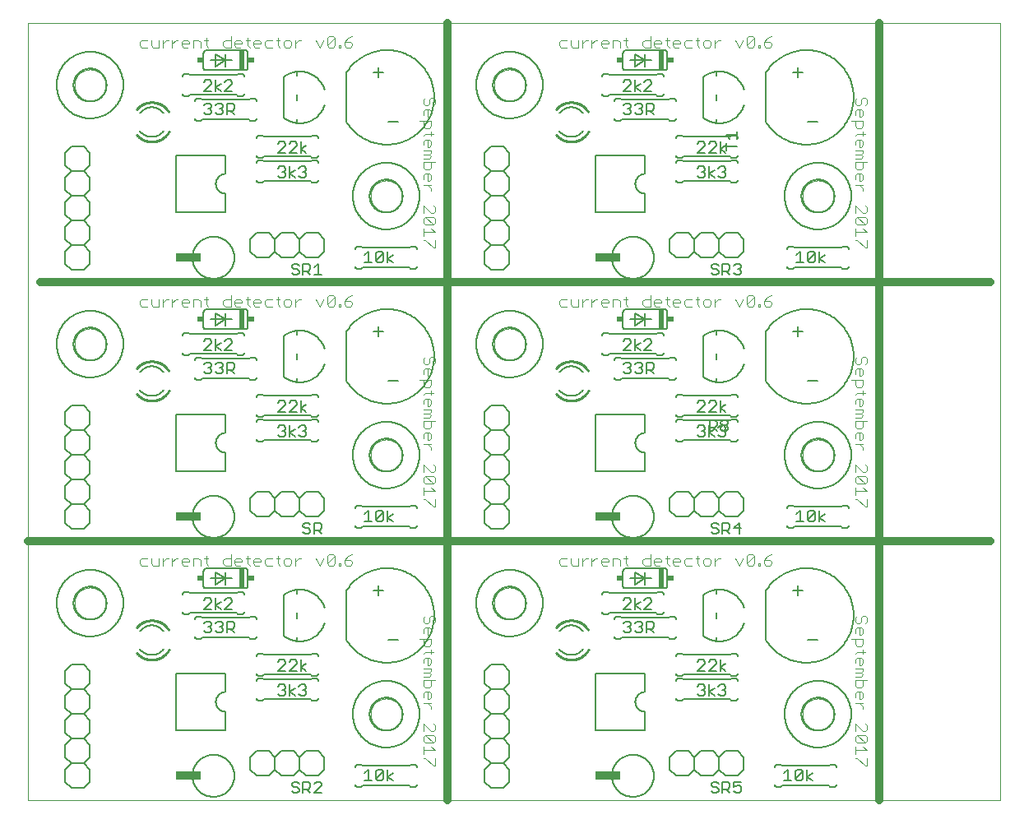
<source format=gto>
G75*
%MOIN*%
%OFA0B0*%
%FSLAX25Y25*%
%IPPOS*%
%LPD*%
%AMOC8*
5,1,8,0,0,1.08239X$1,22.5*
%
%ADD10C,0.00000*%
%ADD11C,0.00400*%
%ADD12C,0.03200*%
%ADD13C,0.00600*%
%ADD14C,0.01000*%
%ADD15R,0.10200X0.03200*%
%ADD16R,0.02000X0.08000*%
%ADD17R,0.02500X0.02000*%
%ADD18C,0.00500*%
%ADD19C,0.00800*%
D10*
X0002600Y0002600D02*
X0002600Y0317561D01*
X0396301Y0317561D01*
X0396301Y0002600D01*
X0002600Y0002600D01*
X0021301Y0082600D02*
X0021303Y0082758D01*
X0021309Y0082916D01*
X0021319Y0083074D01*
X0021333Y0083232D01*
X0021351Y0083389D01*
X0021372Y0083546D01*
X0021398Y0083702D01*
X0021428Y0083858D01*
X0021461Y0084013D01*
X0021499Y0084166D01*
X0021540Y0084319D01*
X0021585Y0084471D01*
X0021634Y0084622D01*
X0021687Y0084771D01*
X0021743Y0084919D01*
X0021803Y0085065D01*
X0021867Y0085210D01*
X0021935Y0085353D01*
X0022006Y0085495D01*
X0022080Y0085635D01*
X0022158Y0085772D01*
X0022240Y0085908D01*
X0022324Y0086042D01*
X0022413Y0086173D01*
X0022504Y0086302D01*
X0022599Y0086429D01*
X0022696Y0086554D01*
X0022797Y0086676D01*
X0022901Y0086795D01*
X0023008Y0086912D01*
X0023118Y0087026D01*
X0023231Y0087137D01*
X0023346Y0087246D01*
X0023464Y0087351D01*
X0023585Y0087453D01*
X0023708Y0087553D01*
X0023834Y0087649D01*
X0023962Y0087742D01*
X0024092Y0087832D01*
X0024225Y0087918D01*
X0024360Y0088002D01*
X0024496Y0088081D01*
X0024635Y0088158D01*
X0024776Y0088230D01*
X0024918Y0088300D01*
X0025062Y0088365D01*
X0025208Y0088427D01*
X0025355Y0088485D01*
X0025504Y0088540D01*
X0025654Y0088591D01*
X0025805Y0088638D01*
X0025957Y0088681D01*
X0026110Y0088720D01*
X0026265Y0088756D01*
X0026420Y0088787D01*
X0026576Y0088815D01*
X0026732Y0088839D01*
X0026889Y0088859D01*
X0027047Y0088875D01*
X0027204Y0088887D01*
X0027363Y0088895D01*
X0027521Y0088899D01*
X0027679Y0088899D01*
X0027837Y0088895D01*
X0027996Y0088887D01*
X0028153Y0088875D01*
X0028311Y0088859D01*
X0028468Y0088839D01*
X0028624Y0088815D01*
X0028780Y0088787D01*
X0028935Y0088756D01*
X0029090Y0088720D01*
X0029243Y0088681D01*
X0029395Y0088638D01*
X0029546Y0088591D01*
X0029696Y0088540D01*
X0029845Y0088485D01*
X0029992Y0088427D01*
X0030138Y0088365D01*
X0030282Y0088300D01*
X0030424Y0088230D01*
X0030565Y0088158D01*
X0030704Y0088081D01*
X0030840Y0088002D01*
X0030975Y0087918D01*
X0031108Y0087832D01*
X0031238Y0087742D01*
X0031366Y0087649D01*
X0031492Y0087553D01*
X0031615Y0087453D01*
X0031736Y0087351D01*
X0031854Y0087246D01*
X0031969Y0087137D01*
X0032082Y0087026D01*
X0032192Y0086912D01*
X0032299Y0086795D01*
X0032403Y0086676D01*
X0032504Y0086554D01*
X0032601Y0086429D01*
X0032696Y0086302D01*
X0032787Y0086173D01*
X0032876Y0086042D01*
X0032960Y0085908D01*
X0033042Y0085772D01*
X0033120Y0085635D01*
X0033194Y0085495D01*
X0033265Y0085353D01*
X0033333Y0085210D01*
X0033397Y0085065D01*
X0033457Y0084919D01*
X0033513Y0084771D01*
X0033566Y0084622D01*
X0033615Y0084471D01*
X0033660Y0084319D01*
X0033701Y0084166D01*
X0033739Y0084013D01*
X0033772Y0083858D01*
X0033802Y0083702D01*
X0033828Y0083546D01*
X0033849Y0083389D01*
X0033867Y0083232D01*
X0033881Y0083074D01*
X0033891Y0082916D01*
X0033897Y0082758D01*
X0033899Y0082600D01*
X0033897Y0082442D01*
X0033891Y0082284D01*
X0033881Y0082126D01*
X0033867Y0081968D01*
X0033849Y0081811D01*
X0033828Y0081654D01*
X0033802Y0081498D01*
X0033772Y0081342D01*
X0033739Y0081187D01*
X0033701Y0081034D01*
X0033660Y0080881D01*
X0033615Y0080729D01*
X0033566Y0080578D01*
X0033513Y0080429D01*
X0033457Y0080281D01*
X0033397Y0080135D01*
X0033333Y0079990D01*
X0033265Y0079847D01*
X0033194Y0079705D01*
X0033120Y0079565D01*
X0033042Y0079428D01*
X0032960Y0079292D01*
X0032876Y0079158D01*
X0032787Y0079027D01*
X0032696Y0078898D01*
X0032601Y0078771D01*
X0032504Y0078646D01*
X0032403Y0078524D01*
X0032299Y0078405D01*
X0032192Y0078288D01*
X0032082Y0078174D01*
X0031969Y0078063D01*
X0031854Y0077954D01*
X0031736Y0077849D01*
X0031615Y0077747D01*
X0031492Y0077647D01*
X0031366Y0077551D01*
X0031238Y0077458D01*
X0031108Y0077368D01*
X0030975Y0077282D01*
X0030840Y0077198D01*
X0030704Y0077119D01*
X0030565Y0077042D01*
X0030424Y0076970D01*
X0030282Y0076900D01*
X0030138Y0076835D01*
X0029992Y0076773D01*
X0029845Y0076715D01*
X0029696Y0076660D01*
X0029546Y0076609D01*
X0029395Y0076562D01*
X0029243Y0076519D01*
X0029090Y0076480D01*
X0028935Y0076444D01*
X0028780Y0076413D01*
X0028624Y0076385D01*
X0028468Y0076361D01*
X0028311Y0076341D01*
X0028153Y0076325D01*
X0027996Y0076313D01*
X0027837Y0076305D01*
X0027679Y0076301D01*
X0027521Y0076301D01*
X0027363Y0076305D01*
X0027204Y0076313D01*
X0027047Y0076325D01*
X0026889Y0076341D01*
X0026732Y0076361D01*
X0026576Y0076385D01*
X0026420Y0076413D01*
X0026265Y0076444D01*
X0026110Y0076480D01*
X0025957Y0076519D01*
X0025805Y0076562D01*
X0025654Y0076609D01*
X0025504Y0076660D01*
X0025355Y0076715D01*
X0025208Y0076773D01*
X0025062Y0076835D01*
X0024918Y0076900D01*
X0024776Y0076970D01*
X0024635Y0077042D01*
X0024496Y0077119D01*
X0024360Y0077198D01*
X0024225Y0077282D01*
X0024092Y0077368D01*
X0023962Y0077458D01*
X0023834Y0077551D01*
X0023708Y0077647D01*
X0023585Y0077747D01*
X0023464Y0077849D01*
X0023346Y0077954D01*
X0023231Y0078063D01*
X0023118Y0078174D01*
X0023008Y0078288D01*
X0022901Y0078405D01*
X0022797Y0078524D01*
X0022696Y0078646D01*
X0022599Y0078771D01*
X0022504Y0078898D01*
X0022413Y0079027D01*
X0022324Y0079158D01*
X0022240Y0079292D01*
X0022158Y0079428D01*
X0022080Y0079565D01*
X0022006Y0079705D01*
X0021935Y0079847D01*
X0021867Y0079990D01*
X0021803Y0080135D01*
X0021743Y0080281D01*
X0021687Y0080429D01*
X0021634Y0080578D01*
X0021585Y0080729D01*
X0021540Y0080881D01*
X0021499Y0081034D01*
X0021461Y0081187D01*
X0021428Y0081342D01*
X0021398Y0081498D01*
X0021372Y0081654D01*
X0021351Y0081811D01*
X0021333Y0081968D01*
X0021319Y0082126D01*
X0021309Y0082284D01*
X0021303Y0082442D01*
X0021301Y0082600D01*
X0141301Y0037600D02*
X0141303Y0037758D01*
X0141309Y0037916D01*
X0141319Y0038074D01*
X0141333Y0038232D01*
X0141351Y0038389D01*
X0141372Y0038546D01*
X0141398Y0038702D01*
X0141428Y0038858D01*
X0141461Y0039013D01*
X0141499Y0039166D01*
X0141540Y0039319D01*
X0141585Y0039471D01*
X0141634Y0039622D01*
X0141687Y0039771D01*
X0141743Y0039919D01*
X0141803Y0040065D01*
X0141867Y0040210D01*
X0141935Y0040353D01*
X0142006Y0040495D01*
X0142080Y0040635D01*
X0142158Y0040772D01*
X0142240Y0040908D01*
X0142324Y0041042D01*
X0142413Y0041173D01*
X0142504Y0041302D01*
X0142599Y0041429D01*
X0142696Y0041554D01*
X0142797Y0041676D01*
X0142901Y0041795D01*
X0143008Y0041912D01*
X0143118Y0042026D01*
X0143231Y0042137D01*
X0143346Y0042246D01*
X0143464Y0042351D01*
X0143585Y0042453D01*
X0143708Y0042553D01*
X0143834Y0042649D01*
X0143962Y0042742D01*
X0144092Y0042832D01*
X0144225Y0042918D01*
X0144360Y0043002D01*
X0144496Y0043081D01*
X0144635Y0043158D01*
X0144776Y0043230D01*
X0144918Y0043300D01*
X0145062Y0043365D01*
X0145208Y0043427D01*
X0145355Y0043485D01*
X0145504Y0043540D01*
X0145654Y0043591D01*
X0145805Y0043638D01*
X0145957Y0043681D01*
X0146110Y0043720D01*
X0146265Y0043756D01*
X0146420Y0043787D01*
X0146576Y0043815D01*
X0146732Y0043839D01*
X0146889Y0043859D01*
X0147047Y0043875D01*
X0147204Y0043887D01*
X0147363Y0043895D01*
X0147521Y0043899D01*
X0147679Y0043899D01*
X0147837Y0043895D01*
X0147996Y0043887D01*
X0148153Y0043875D01*
X0148311Y0043859D01*
X0148468Y0043839D01*
X0148624Y0043815D01*
X0148780Y0043787D01*
X0148935Y0043756D01*
X0149090Y0043720D01*
X0149243Y0043681D01*
X0149395Y0043638D01*
X0149546Y0043591D01*
X0149696Y0043540D01*
X0149845Y0043485D01*
X0149992Y0043427D01*
X0150138Y0043365D01*
X0150282Y0043300D01*
X0150424Y0043230D01*
X0150565Y0043158D01*
X0150704Y0043081D01*
X0150840Y0043002D01*
X0150975Y0042918D01*
X0151108Y0042832D01*
X0151238Y0042742D01*
X0151366Y0042649D01*
X0151492Y0042553D01*
X0151615Y0042453D01*
X0151736Y0042351D01*
X0151854Y0042246D01*
X0151969Y0042137D01*
X0152082Y0042026D01*
X0152192Y0041912D01*
X0152299Y0041795D01*
X0152403Y0041676D01*
X0152504Y0041554D01*
X0152601Y0041429D01*
X0152696Y0041302D01*
X0152787Y0041173D01*
X0152876Y0041042D01*
X0152960Y0040908D01*
X0153042Y0040772D01*
X0153120Y0040635D01*
X0153194Y0040495D01*
X0153265Y0040353D01*
X0153333Y0040210D01*
X0153397Y0040065D01*
X0153457Y0039919D01*
X0153513Y0039771D01*
X0153566Y0039622D01*
X0153615Y0039471D01*
X0153660Y0039319D01*
X0153701Y0039166D01*
X0153739Y0039013D01*
X0153772Y0038858D01*
X0153802Y0038702D01*
X0153828Y0038546D01*
X0153849Y0038389D01*
X0153867Y0038232D01*
X0153881Y0038074D01*
X0153891Y0037916D01*
X0153897Y0037758D01*
X0153899Y0037600D01*
X0153897Y0037442D01*
X0153891Y0037284D01*
X0153881Y0037126D01*
X0153867Y0036968D01*
X0153849Y0036811D01*
X0153828Y0036654D01*
X0153802Y0036498D01*
X0153772Y0036342D01*
X0153739Y0036187D01*
X0153701Y0036034D01*
X0153660Y0035881D01*
X0153615Y0035729D01*
X0153566Y0035578D01*
X0153513Y0035429D01*
X0153457Y0035281D01*
X0153397Y0035135D01*
X0153333Y0034990D01*
X0153265Y0034847D01*
X0153194Y0034705D01*
X0153120Y0034565D01*
X0153042Y0034428D01*
X0152960Y0034292D01*
X0152876Y0034158D01*
X0152787Y0034027D01*
X0152696Y0033898D01*
X0152601Y0033771D01*
X0152504Y0033646D01*
X0152403Y0033524D01*
X0152299Y0033405D01*
X0152192Y0033288D01*
X0152082Y0033174D01*
X0151969Y0033063D01*
X0151854Y0032954D01*
X0151736Y0032849D01*
X0151615Y0032747D01*
X0151492Y0032647D01*
X0151366Y0032551D01*
X0151238Y0032458D01*
X0151108Y0032368D01*
X0150975Y0032282D01*
X0150840Y0032198D01*
X0150704Y0032119D01*
X0150565Y0032042D01*
X0150424Y0031970D01*
X0150282Y0031900D01*
X0150138Y0031835D01*
X0149992Y0031773D01*
X0149845Y0031715D01*
X0149696Y0031660D01*
X0149546Y0031609D01*
X0149395Y0031562D01*
X0149243Y0031519D01*
X0149090Y0031480D01*
X0148935Y0031444D01*
X0148780Y0031413D01*
X0148624Y0031385D01*
X0148468Y0031361D01*
X0148311Y0031341D01*
X0148153Y0031325D01*
X0147996Y0031313D01*
X0147837Y0031305D01*
X0147679Y0031301D01*
X0147521Y0031301D01*
X0147363Y0031305D01*
X0147204Y0031313D01*
X0147047Y0031325D01*
X0146889Y0031341D01*
X0146732Y0031361D01*
X0146576Y0031385D01*
X0146420Y0031413D01*
X0146265Y0031444D01*
X0146110Y0031480D01*
X0145957Y0031519D01*
X0145805Y0031562D01*
X0145654Y0031609D01*
X0145504Y0031660D01*
X0145355Y0031715D01*
X0145208Y0031773D01*
X0145062Y0031835D01*
X0144918Y0031900D01*
X0144776Y0031970D01*
X0144635Y0032042D01*
X0144496Y0032119D01*
X0144360Y0032198D01*
X0144225Y0032282D01*
X0144092Y0032368D01*
X0143962Y0032458D01*
X0143834Y0032551D01*
X0143708Y0032647D01*
X0143585Y0032747D01*
X0143464Y0032849D01*
X0143346Y0032954D01*
X0143231Y0033063D01*
X0143118Y0033174D01*
X0143008Y0033288D01*
X0142901Y0033405D01*
X0142797Y0033524D01*
X0142696Y0033646D01*
X0142599Y0033771D01*
X0142504Y0033898D01*
X0142413Y0034027D01*
X0142324Y0034158D01*
X0142240Y0034292D01*
X0142158Y0034428D01*
X0142080Y0034565D01*
X0142006Y0034705D01*
X0141935Y0034847D01*
X0141867Y0034990D01*
X0141803Y0035135D01*
X0141743Y0035281D01*
X0141687Y0035429D01*
X0141634Y0035578D01*
X0141585Y0035729D01*
X0141540Y0035881D01*
X0141499Y0036034D01*
X0141461Y0036187D01*
X0141428Y0036342D01*
X0141398Y0036498D01*
X0141372Y0036654D01*
X0141351Y0036811D01*
X0141333Y0036968D01*
X0141319Y0037126D01*
X0141309Y0037284D01*
X0141303Y0037442D01*
X0141301Y0037600D01*
X0191301Y0082600D02*
X0191303Y0082758D01*
X0191309Y0082916D01*
X0191319Y0083074D01*
X0191333Y0083232D01*
X0191351Y0083389D01*
X0191372Y0083546D01*
X0191398Y0083702D01*
X0191428Y0083858D01*
X0191461Y0084013D01*
X0191499Y0084166D01*
X0191540Y0084319D01*
X0191585Y0084471D01*
X0191634Y0084622D01*
X0191687Y0084771D01*
X0191743Y0084919D01*
X0191803Y0085065D01*
X0191867Y0085210D01*
X0191935Y0085353D01*
X0192006Y0085495D01*
X0192080Y0085635D01*
X0192158Y0085772D01*
X0192240Y0085908D01*
X0192324Y0086042D01*
X0192413Y0086173D01*
X0192504Y0086302D01*
X0192599Y0086429D01*
X0192696Y0086554D01*
X0192797Y0086676D01*
X0192901Y0086795D01*
X0193008Y0086912D01*
X0193118Y0087026D01*
X0193231Y0087137D01*
X0193346Y0087246D01*
X0193464Y0087351D01*
X0193585Y0087453D01*
X0193708Y0087553D01*
X0193834Y0087649D01*
X0193962Y0087742D01*
X0194092Y0087832D01*
X0194225Y0087918D01*
X0194360Y0088002D01*
X0194496Y0088081D01*
X0194635Y0088158D01*
X0194776Y0088230D01*
X0194918Y0088300D01*
X0195062Y0088365D01*
X0195208Y0088427D01*
X0195355Y0088485D01*
X0195504Y0088540D01*
X0195654Y0088591D01*
X0195805Y0088638D01*
X0195957Y0088681D01*
X0196110Y0088720D01*
X0196265Y0088756D01*
X0196420Y0088787D01*
X0196576Y0088815D01*
X0196732Y0088839D01*
X0196889Y0088859D01*
X0197047Y0088875D01*
X0197204Y0088887D01*
X0197363Y0088895D01*
X0197521Y0088899D01*
X0197679Y0088899D01*
X0197837Y0088895D01*
X0197996Y0088887D01*
X0198153Y0088875D01*
X0198311Y0088859D01*
X0198468Y0088839D01*
X0198624Y0088815D01*
X0198780Y0088787D01*
X0198935Y0088756D01*
X0199090Y0088720D01*
X0199243Y0088681D01*
X0199395Y0088638D01*
X0199546Y0088591D01*
X0199696Y0088540D01*
X0199845Y0088485D01*
X0199992Y0088427D01*
X0200138Y0088365D01*
X0200282Y0088300D01*
X0200424Y0088230D01*
X0200565Y0088158D01*
X0200704Y0088081D01*
X0200840Y0088002D01*
X0200975Y0087918D01*
X0201108Y0087832D01*
X0201238Y0087742D01*
X0201366Y0087649D01*
X0201492Y0087553D01*
X0201615Y0087453D01*
X0201736Y0087351D01*
X0201854Y0087246D01*
X0201969Y0087137D01*
X0202082Y0087026D01*
X0202192Y0086912D01*
X0202299Y0086795D01*
X0202403Y0086676D01*
X0202504Y0086554D01*
X0202601Y0086429D01*
X0202696Y0086302D01*
X0202787Y0086173D01*
X0202876Y0086042D01*
X0202960Y0085908D01*
X0203042Y0085772D01*
X0203120Y0085635D01*
X0203194Y0085495D01*
X0203265Y0085353D01*
X0203333Y0085210D01*
X0203397Y0085065D01*
X0203457Y0084919D01*
X0203513Y0084771D01*
X0203566Y0084622D01*
X0203615Y0084471D01*
X0203660Y0084319D01*
X0203701Y0084166D01*
X0203739Y0084013D01*
X0203772Y0083858D01*
X0203802Y0083702D01*
X0203828Y0083546D01*
X0203849Y0083389D01*
X0203867Y0083232D01*
X0203881Y0083074D01*
X0203891Y0082916D01*
X0203897Y0082758D01*
X0203899Y0082600D01*
X0203897Y0082442D01*
X0203891Y0082284D01*
X0203881Y0082126D01*
X0203867Y0081968D01*
X0203849Y0081811D01*
X0203828Y0081654D01*
X0203802Y0081498D01*
X0203772Y0081342D01*
X0203739Y0081187D01*
X0203701Y0081034D01*
X0203660Y0080881D01*
X0203615Y0080729D01*
X0203566Y0080578D01*
X0203513Y0080429D01*
X0203457Y0080281D01*
X0203397Y0080135D01*
X0203333Y0079990D01*
X0203265Y0079847D01*
X0203194Y0079705D01*
X0203120Y0079565D01*
X0203042Y0079428D01*
X0202960Y0079292D01*
X0202876Y0079158D01*
X0202787Y0079027D01*
X0202696Y0078898D01*
X0202601Y0078771D01*
X0202504Y0078646D01*
X0202403Y0078524D01*
X0202299Y0078405D01*
X0202192Y0078288D01*
X0202082Y0078174D01*
X0201969Y0078063D01*
X0201854Y0077954D01*
X0201736Y0077849D01*
X0201615Y0077747D01*
X0201492Y0077647D01*
X0201366Y0077551D01*
X0201238Y0077458D01*
X0201108Y0077368D01*
X0200975Y0077282D01*
X0200840Y0077198D01*
X0200704Y0077119D01*
X0200565Y0077042D01*
X0200424Y0076970D01*
X0200282Y0076900D01*
X0200138Y0076835D01*
X0199992Y0076773D01*
X0199845Y0076715D01*
X0199696Y0076660D01*
X0199546Y0076609D01*
X0199395Y0076562D01*
X0199243Y0076519D01*
X0199090Y0076480D01*
X0198935Y0076444D01*
X0198780Y0076413D01*
X0198624Y0076385D01*
X0198468Y0076361D01*
X0198311Y0076341D01*
X0198153Y0076325D01*
X0197996Y0076313D01*
X0197837Y0076305D01*
X0197679Y0076301D01*
X0197521Y0076301D01*
X0197363Y0076305D01*
X0197204Y0076313D01*
X0197047Y0076325D01*
X0196889Y0076341D01*
X0196732Y0076361D01*
X0196576Y0076385D01*
X0196420Y0076413D01*
X0196265Y0076444D01*
X0196110Y0076480D01*
X0195957Y0076519D01*
X0195805Y0076562D01*
X0195654Y0076609D01*
X0195504Y0076660D01*
X0195355Y0076715D01*
X0195208Y0076773D01*
X0195062Y0076835D01*
X0194918Y0076900D01*
X0194776Y0076970D01*
X0194635Y0077042D01*
X0194496Y0077119D01*
X0194360Y0077198D01*
X0194225Y0077282D01*
X0194092Y0077368D01*
X0193962Y0077458D01*
X0193834Y0077551D01*
X0193708Y0077647D01*
X0193585Y0077747D01*
X0193464Y0077849D01*
X0193346Y0077954D01*
X0193231Y0078063D01*
X0193118Y0078174D01*
X0193008Y0078288D01*
X0192901Y0078405D01*
X0192797Y0078524D01*
X0192696Y0078646D01*
X0192599Y0078771D01*
X0192504Y0078898D01*
X0192413Y0079027D01*
X0192324Y0079158D01*
X0192240Y0079292D01*
X0192158Y0079428D01*
X0192080Y0079565D01*
X0192006Y0079705D01*
X0191935Y0079847D01*
X0191867Y0079990D01*
X0191803Y0080135D01*
X0191743Y0080281D01*
X0191687Y0080429D01*
X0191634Y0080578D01*
X0191585Y0080729D01*
X0191540Y0080881D01*
X0191499Y0081034D01*
X0191461Y0081187D01*
X0191428Y0081342D01*
X0191398Y0081498D01*
X0191372Y0081654D01*
X0191351Y0081811D01*
X0191333Y0081968D01*
X0191319Y0082126D01*
X0191309Y0082284D01*
X0191303Y0082442D01*
X0191301Y0082600D01*
X0141301Y0142600D02*
X0141303Y0142758D01*
X0141309Y0142916D01*
X0141319Y0143074D01*
X0141333Y0143232D01*
X0141351Y0143389D01*
X0141372Y0143546D01*
X0141398Y0143702D01*
X0141428Y0143858D01*
X0141461Y0144013D01*
X0141499Y0144166D01*
X0141540Y0144319D01*
X0141585Y0144471D01*
X0141634Y0144622D01*
X0141687Y0144771D01*
X0141743Y0144919D01*
X0141803Y0145065D01*
X0141867Y0145210D01*
X0141935Y0145353D01*
X0142006Y0145495D01*
X0142080Y0145635D01*
X0142158Y0145772D01*
X0142240Y0145908D01*
X0142324Y0146042D01*
X0142413Y0146173D01*
X0142504Y0146302D01*
X0142599Y0146429D01*
X0142696Y0146554D01*
X0142797Y0146676D01*
X0142901Y0146795D01*
X0143008Y0146912D01*
X0143118Y0147026D01*
X0143231Y0147137D01*
X0143346Y0147246D01*
X0143464Y0147351D01*
X0143585Y0147453D01*
X0143708Y0147553D01*
X0143834Y0147649D01*
X0143962Y0147742D01*
X0144092Y0147832D01*
X0144225Y0147918D01*
X0144360Y0148002D01*
X0144496Y0148081D01*
X0144635Y0148158D01*
X0144776Y0148230D01*
X0144918Y0148300D01*
X0145062Y0148365D01*
X0145208Y0148427D01*
X0145355Y0148485D01*
X0145504Y0148540D01*
X0145654Y0148591D01*
X0145805Y0148638D01*
X0145957Y0148681D01*
X0146110Y0148720D01*
X0146265Y0148756D01*
X0146420Y0148787D01*
X0146576Y0148815D01*
X0146732Y0148839D01*
X0146889Y0148859D01*
X0147047Y0148875D01*
X0147204Y0148887D01*
X0147363Y0148895D01*
X0147521Y0148899D01*
X0147679Y0148899D01*
X0147837Y0148895D01*
X0147996Y0148887D01*
X0148153Y0148875D01*
X0148311Y0148859D01*
X0148468Y0148839D01*
X0148624Y0148815D01*
X0148780Y0148787D01*
X0148935Y0148756D01*
X0149090Y0148720D01*
X0149243Y0148681D01*
X0149395Y0148638D01*
X0149546Y0148591D01*
X0149696Y0148540D01*
X0149845Y0148485D01*
X0149992Y0148427D01*
X0150138Y0148365D01*
X0150282Y0148300D01*
X0150424Y0148230D01*
X0150565Y0148158D01*
X0150704Y0148081D01*
X0150840Y0148002D01*
X0150975Y0147918D01*
X0151108Y0147832D01*
X0151238Y0147742D01*
X0151366Y0147649D01*
X0151492Y0147553D01*
X0151615Y0147453D01*
X0151736Y0147351D01*
X0151854Y0147246D01*
X0151969Y0147137D01*
X0152082Y0147026D01*
X0152192Y0146912D01*
X0152299Y0146795D01*
X0152403Y0146676D01*
X0152504Y0146554D01*
X0152601Y0146429D01*
X0152696Y0146302D01*
X0152787Y0146173D01*
X0152876Y0146042D01*
X0152960Y0145908D01*
X0153042Y0145772D01*
X0153120Y0145635D01*
X0153194Y0145495D01*
X0153265Y0145353D01*
X0153333Y0145210D01*
X0153397Y0145065D01*
X0153457Y0144919D01*
X0153513Y0144771D01*
X0153566Y0144622D01*
X0153615Y0144471D01*
X0153660Y0144319D01*
X0153701Y0144166D01*
X0153739Y0144013D01*
X0153772Y0143858D01*
X0153802Y0143702D01*
X0153828Y0143546D01*
X0153849Y0143389D01*
X0153867Y0143232D01*
X0153881Y0143074D01*
X0153891Y0142916D01*
X0153897Y0142758D01*
X0153899Y0142600D01*
X0153897Y0142442D01*
X0153891Y0142284D01*
X0153881Y0142126D01*
X0153867Y0141968D01*
X0153849Y0141811D01*
X0153828Y0141654D01*
X0153802Y0141498D01*
X0153772Y0141342D01*
X0153739Y0141187D01*
X0153701Y0141034D01*
X0153660Y0140881D01*
X0153615Y0140729D01*
X0153566Y0140578D01*
X0153513Y0140429D01*
X0153457Y0140281D01*
X0153397Y0140135D01*
X0153333Y0139990D01*
X0153265Y0139847D01*
X0153194Y0139705D01*
X0153120Y0139565D01*
X0153042Y0139428D01*
X0152960Y0139292D01*
X0152876Y0139158D01*
X0152787Y0139027D01*
X0152696Y0138898D01*
X0152601Y0138771D01*
X0152504Y0138646D01*
X0152403Y0138524D01*
X0152299Y0138405D01*
X0152192Y0138288D01*
X0152082Y0138174D01*
X0151969Y0138063D01*
X0151854Y0137954D01*
X0151736Y0137849D01*
X0151615Y0137747D01*
X0151492Y0137647D01*
X0151366Y0137551D01*
X0151238Y0137458D01*
X0151108Y0137368D01*
X0150975Y0137282D01*
X0150840Y0137198D01*
X0150704Y0137119D01*
X0150565Y0137042D01*
X0150424Y0136970D01*
X0150282Y0136900D01*
X0150138Y0136835D01*
X0149992Y0136773D01*
X0149845Y0136715D01*
X0149696Y0136660D01*
X0149546Y0136609D01*
X0149395Y0136562D01*
X0149243Y0136519D01*
X0149090Y0136480D01*
X0148935Y0136444D01*
X0148780Y0136413D01*
X0148624Y0136385D01*
X0148468Y0136361D01*
X0148311Y0136341D01*
X0148153Y0136325D01*
X0147996Y0136313D01*
X0147837Y0136305D01*
X0147679Y0136301D01*
X0147521Y0136301D01*
X0147363Y0136305D01*
X0147204Y0136313D01*
X0147047Y0136325D01*
X0146889Y0136341D01*
X0146732Y0136361D01*
X0146576Y0136385D01*
X0146420Y0136413D01*
X0146265Y0136444D01*
X0146110Y0136480D01*
X0145957Y0136519D01*
X0145805Y0136562D01*
X0145654Y0136609D01*
X0145504Y0136660D01*
X0145355Y0136715D01*
X0145208Y0136773D01*
X0145062Y0136835D01*
X0144918Y0136900D01*
X0144776Y0136970D01*
X0144635Y0137042D01*
X0144496Y0137119D01*
X0144360Y0137198D01*
X0144225Y0137282D01*
X0144092Y0137368D01*
X0143962Y0137458D01*
X0143834Y0137551D01*
X0143708Y0137647D01*
X0143585Y0137747D01*
X0143464Y0137849D01*
X0143346Y0137954D01*
X0143231Y0138063D01*
X0143118Y0138174D01*
X0143008Y0138288D01*
X0142901Y0138405D01*
X0142797Y0138524D01*
X0142696Y0138646D01*
X0142599Y0138771D01*
X0142504Y0138898D01*
X0142413Y0139027D01*
X0142324Y0139158D01*
X0142240Y0139292D01*
X0142158Y0139428D01*
X0142080Y0139565D01*
X0142006Y0139705D01*
X0141935Y0139847D01*
X0141867Y0139990D01*
X0141803Y0140135D01*
X0141743Y0140281D01*
X0141687Y0140429D01*
X0141634Y0140578D01*
X0141585Y0140729D01*
X0141540Y0140881D01*
X0141499Y0141034D01*
X0141461Y0141187D01*
X0141428Y0141342D01*
X0141398Y0141498D01*
X0141372Y0141654D01*
X0141351Y0141811D01*
X0141333Y0141968D01*
X0141319Y0142126D01*
X0141309Y0142284D01*
X0141303Y0142442D01*
X0141301Y0142600D01*
X0191301Y0187600D02*
X0191303Y0187758D01*
X0191309Y0187916D01*
X0191319Y0188074D01*
X0191333Y0188232D01*
X0191351Y0188389D01*
X0191372Y0188546D01*
X0191398Y0188702D01*
X0191428Y0188858D01*
X0191461Y0189013D01*
X0191499Y0189166D01*
X0191540Y0189319D01*
X0191585Y0189471D01*
X0191634Y0189622D01*
X0191687Y0189771D01*
X0191743Y0189919D01*
X0191803Y0190065D01*
X0191867Y0190210D01*
X0191935Y0190353D01*
X0192006Y0190495D01*
X0192080Y0190635D01*
X0192158Y0190772D01*
X0192240Y0190908D01*
X0192324Y0191042D01*
X0192413Y0191173D01*
X0192504Y0191302D01*
X0192599Y0191429D01*
X0192696Y0191554D01*
X0192797Y0191676D01*
X0192901Y0191795D01*
X0193008Y0191912D01*
X0193118Y0192026D01*
X0193231Y0192137D01*
X0193346Y0192246D01*
X0193464Y0192351D01*
X0193585Y0192453D01*
X0193708Y0192553D01*
X0193834Y0192649D01*
X0193962Y0192742D01*
X0194092Y0192832D01*
X0194225Y0192918D01*
X0194360Y0193002D01*
X0194496Y0193081D01*
X0194635Y0193158D01*
X0194776Y0193230D01*
X0194918Y0193300D01*
X0195062Y0193365D01*
X0195208Y0193427D01*
X0195355Y0193485D01*
X0195504Y0193540D01*
X0195654Y0193591D01*
X0195805Y0193638D01*
X0195957Y0193681D01*
X0196110Y0193720D01*
X0196265Y0193756D01*
X0196420Y0193787D01*
X0196576Y0193815D01*
X0196732Y0193839D01*
X0196889Y0193859D01*
X0197047Y0193875D01*
X0197204Y0193887D01*
X0197363Y0193895D01*
X0197521Y0193899D01*
X0197679Y0193899D01*
X0197837Y0193895D01*
X0197996Y0193887D01*
X0198153Y0193875D01*
X0198311Y0193859D01*
X0198468Y0193839D01*
X0198624Y0193815D01*
X0198780Y0193787D01*
X0198935Y0193756D01*
X0199090Y0193720D01*
X0199243Y0193681D01*
X0199395Y0193638D01*
X0199546Y0193591D01*
X0199696Y0193540D01*
X0199845Y0193485D01*
X0199992Y0193427D01*
X0200138Y0193365D01*
X0200282Y0193300D01*
X0200424Y0193230D01*
X0200565Y0193158D01*
X0200704Y0193081D01*
X0200840Y0193002D01*
X0200975Y0192918D01*
X0201108Y0192832D01*
X0201238Y0192742D01*
X0201366Y0192649D01*
X0201492Y0192553D01*
X0201615Y0192453D01*
X0201736Y0192351D01*
X0201854Y0192246D01*
X0201969Y0192137D01*
X0202082Y0192026D01*
X0202192Y0191912D01*
X0202299Y0191795D01*
X0202403Y0191676D01*
X0202504Y0191554D01*
X0202601Y0191429D01*
X0202696Y0191302D01*
X0202787Y0191173D01*
X0202876Y0191042D01*
X0202960Y0190908D01*
X0203042Y0190772D01*
X0203120Y0190635D01*
X0203194Y0190495D01*
X0203265Y0190353D01*
X0203333Y0190210D01*
X0203397Y0190065D01*
X0203457Y0189919D01*
X0203513Y0189771D01*
X0203566Y0189622D01*
X0203615Y0189471D01*
X0203660Y0189319D01*
X0203701Y0189166D01*
X0203739Y0189013D01*
X0203772Y0188858D01*
X0203802Y0188702D01*
X0203828Y0188546D01*
X0203849Y0188389D01*
X0203867Y0188232D01*
X0203881Y0188074D01*
X0203891Y0187916D01*
X0203897Y0187758D01*
X0203899Y0187600D01*
X0203897Y0187442D01*
X0203891Y0187284D01*
X0203881Y0187126D01*
X0203867Y0186968D01*
X0203849Y0186811D01*
X0203828Y0186654D01*
X0203802Y0186498D01*
X0203772Y0186342D01*
X0203739Y0186187D01*
X0203701Y0186034D01*
X0203660Y0185881D01*
X0203615Y0185729D01*
X0203566Y0185578D01*
X0203513Y0185429D01*
X0203457Y0185281D01*
X0203397Y0185135D01*
X0203333Y0184990D01*
X0203265Y0184847D01*
X0203194Y0184705D01*
X0203120Y0184565D01*
X0203042Y0184428D01*
X0202960Y0184292D01*
X0202876Y0184158D01*
X0202787Y0184027D01*
X0202696Y0183898D01*
X0202601Y0183771D01*
X0202504Y0183646D01*
X0202403Y0183524D01*
X0202299Y0183405D01*
X0202192Y0183288D01*
X0202082Y0183174D01*
X0201969Y0183063D01*
X0201854Y0182954D01*
X0201736Y0182849D01*
X0201615Y0182747D01*
X0201492Y0182647D01*
X0201366Y0182551D01*
X0201238Y0182458D01*
X0201108Y0182368D01*
X0200975Y0182282D01*
X0200840Y0182198D01*
X0200704Y0182119D01*
X0200565Y0182042D01*
X0200424Y0181970D01*
X0200282Y0181900D01*
X0200138Y0181835D01*
X0199992Y0181773D01*
X0199845Y0181715D01*
X0199696Y0181660D01*
X0199546Y0181609D01*
X0199395Y0181562D01*
X0199243Y0181519D01*
X0199090Y0181480D01*
X0198935Y0181444D01*
X0198780Y0181413D01*
X0198624Y0181385D01*
X0198468Y0181361D01*
X0198311Y0181341D01*
X0198153Y0181325D01*
X0197996Y0181313D01*
X0197837Y0181305D01*
X0197679Y0181301D01*
X0197521Y0181301D01*
X0197363Y0181305D01*
X0197204Y0181313D01*
X0197047Y0181325D01*
X0196889Y0181341D01*
X0196732Y0181361D01*
X0196576Y0181385D01*
X0196420Y0181413D01*
X0196265Y0181444D01*
X0196110Y0181480D01*
X0195957Y0181519D01*
X0195805Y0181562D01*
X0195654Y0181609D01*
X0195504Y0181660D01*
X0195355Y0181715D01*
X0195208Y0181773D01*
X0195062Y0181835D01*
X0194918Y0181900D01*
X0194776Y0181970D01*
X0194635Y0182042D01*
X0194496Y0182119D01*
X0194360Y0182198D01*
X0194225Y0182282D01*
X0194092Y0182368D01*
X0193962Y0182458D01*
X0193834Y0182551D01*
X0193708Y0182647D01*
X0193585Y0182747D01*
X0193464Y0182849D01*
X0193346Y0182954D01*
X0193231Y0183063D01*
X0193118Y0183174D01*
X0193008Y0183288D01*
X0192901Y0183405D01*
X0192797Y0183524D01*
X0192696Y0183646D01*
X0192599Y0183771D01*
X0192504Y0183898D01*
X0192413Y0184027D01*
X0192324Y0184158D01*
X0192240Y0184292D01*
X0192158Y0184428D01*
X0192080Y0184565D01*
X0192006Y0184705D01*
X0191935Y0184847D01*
X0191867Y0184990D01*
X0191803Y0185135D01*
X0191743Y0185281D01*
X0191687Y0185429D01*
X0191634Y0185578D01*
X0191585Y0185729D01*
X0191540Y0185881D01*
X0191499Y0186034D01*
X0191461Y0186187D01*
X0191428Y0186342D01*
X0191398Y0186498D01*
X0191372Y0186654D01*
X0191351Y0186811D01*
X0191333Y0186968D01*
X0191319Y0187126D01*
X0191309Y0187284D01*
X0191303Y0187442D01*
X0191301Y0187600D01*
X0141301Y0247600D02*
X0141303Y0247758D01*
X0141309Y0247916D01*
X0141319Y0248074D01*
X0141333Y0248232D01*
X0141351Y0248389D01*
X0141372Y0248546D01*
X0141398Y0248702D01*
X0141428Y0248858D01*
X0141461Y0249013D01*
X0141499Y0249166D01*
X0141540Y0249319D01*
X0141585Y0249471D01*
X0141634Y0249622D01*
X0141687Y0249771D01*
X0141743Y0249919D01*
X0141803Y0250065D01*
X0141867Y0250210D01*
X0141935Y0250353D01*
X0142006Y0250495D01*
X0142080Y0250635D01*
X0142158Y0250772D01*
X0142240Y0250908D01*
X0142324Y0251042D01*
X0142413Y0251173D01*
X0142504Y0251302D01*
X0142599Y0251429D01*
X0142696Y0251554D01*
X0142797Y0251676D01*
X0142901Y0251795D01*
X0143008Y0251912D01*
X0143118Y0252026D01*
X0143231Y0252137D01*
X0143346Y0252246D01*
X0143464Y0252351D01*
X0143585Y0252453D01*
X0143708Y0252553D01*
X0143834Y0252649D01*
X0143962Y0252742D01*
X0144092Y0252832D01*
X0144225Y0252918D01*
X0144360Y0253002D01*
X0144496Y0253081D01*
X0144635Y0253158D01*
X0144776Y0253230D01*
X0144918Y0253300D01*
X0145062Y0253365D01*
X0145208Y0253427D01*
X0145355Y0253485D01*
X0145504Y0253540D01*
X0145654Y0253591D01*
X0145805Y0253638D01*
X0145957Y0253681D01*
X0146110Y0253720D01*
X0146265Y0253756D01*
X0146420Y0253787D01*
X0146576Y0253815D01*
X0146732Y0253839D01*
X0146889Y0253859D01*
X0147047Y0253875D01*
X0147204Y0253887D01*
X0147363Y0253895D01*
X0147521Y0253899D01*
X0147679Y0253899D01*
X0147837Y0253895D01*
X0147996Y0253887D01*
X0148153Y0253875D01*
X0148311Y0253859D01*
X0148468Y0253839D01*
X0148624Y0253815D01*
X0148780Y0253787D01*
X0148935Y0253756D01*
X0149090Y0253720D01*
X0149243Y0253681D01*
X0149395Y0253638D01*
X0149546Y0253591D01*
X0149696Y0253540D01*
X0149845Y0253485D01*
X0149992Y0253427D01*
X0150138Y0253365D01*
X0150282Y0253300D01*
X0150424Y0253230D01*
X0150565Y0253158D01*
X0150704Y0253081D01*
X0150840Y0253002D01*
X0150975Y0252918D01*
X0151108Y0252832D01*
X0151238Y0252742D01*
X0151366Y0252649D01*
X0151492Y0252553D01*
X0151615Y0252453D01*
X0151736Y0252351D01*
X0151854Y0252246D01*
X0151969Y0252137D01*
X0152082Y0252026D01*
X0152192Y0251912D01*
X0152299Y0251795D01*
X0152403Y0251676D01*
X0152504Y0251554D01*
X0152601Y0251429D01*
X0152696Y0251302D01*
X0152787Y0251173D01*
X0152876Y0251042D01*
X0152960Y0250908D01*
X0153042Y0250772D01*
X0153120Y0250635D01*
X0153194Y0250495D01*
X0153265Y0250353D01*
X0153333Y0250210D01*
X0153397Y0250065D01*
X0153457Y0249919D01*
X0153513Y0249771D01*
X0153566Y0249622D01*
X0153615Y0249471D01*
X0153660Y0249319D01*
X0153701Y0249166D01*
X0153739Y0249013D01*
X0153772Y0248858D01*
X0153802Y0248702D01*
X0153828Y0248546D01*
X0153849Y0248389D01*
X0153867Y0248232D01*
X0153881Y0248074D01*
X0153891Y0247916D01*
X0153897Y0247758D01*
X0153899Y0247600D01*
X0153897Y0247442D01*
X0153891Y0247284D01*
X0153881Y0247126D01*
X0153867Y0246968D01*
X0153849Y0246811D01*
X0153828Y0246654D01*
X0153802Y0246498D01*
X0153772Y0246342D01*
X0153739Y0246187D01*
X0153701Y0246034D01*
X0153660Y0245881D01*
X0153615Y0245729D01*
X0153566Y0245578D01*
X0153513Y0245429D01*
X0153457Y0245281D01*
X0153397Y0245135D01*
X0153333Y0244990D01*
X0153265Y0244847D01*
X0153194Y0244705D01*
X0153120Y0244565D01*
X0153042Y0244428D01*
X0152960Y0244292D01*
X0152876Y0244158D01*
X0152787Y0244027D01*
X0152696Y0243898D01*
X0152601Y0243771D01*
X0152504Y0243646D01*
X0152403Y0243524D01*
X0152299Y0243405D01*
X0152192Y0243288D01*
X0152082Y0243174D01*
X0151969Y0243063D01*
X0151854Y0242954D01*
X0151736Y0242849D01*
X0151615Y0242747D01*
X0151492Y0242647D01*
X0151366Y0242551D01*
X0151238Y0242458D01*
X0151108Y0242368D01*
X0150975Y0242282D01*
X0150840Y0242198D01*
X0150704Y0242119D01*
X0150565Y0242042D01*
X0150424Y0241970D01*
X0150282Y0241900D01*
X0150138Y0241835D01*
X0149992Y0241773D01*
X0149845Y0241715D01*
X0149696Y0241660D01*
X0149546Y0241609D01*
X0149395Y0241562D01*
X0149243Y0241519D01*
X0149090Y0241480D01*
X0148935Y0241444D01*
X0148780Y0241413D01*
X0148624Y0241385D01*
X0148468Y0241361D01*
X0148311Y0241341D01*
X0148153Y0241325D01*
X0147996Y0241313D01*
X0147837Y0241305D01*
X0147679Y0241301D01*
X0147521Y0241301D01*
X0147363Y0241305D01*
X0147204Y0241313D01*
X0147047Y0241325D01*
X0146889Y0241341D01*
X0146732Y0241361D01*
X0146576Y0241385D01*
X0146420Y0241413D01*
X0146265Y0241444D01*
X0146110Y0241480D01*
X0145957Y0241519D01*
X0145805Y0241562D01*
X0145654Y0241609D01*
X0145504Y0241660D01*
X0145355Y0241715D01*
X0145208Y0241773D01*
X0145062Y0241835D01*
X0144918Y0241900D01*
X0144776Y0241970D01*
X0144635Y0242042D01*
X0144496Y0242119D01*
X0144360Y0242198D01*
X0144225Y0242282D01*
X0144092Y0242368D01*
X0143962Y0242458D01*
X0143834Y0242551D01*
X0143708Y0242647D01*
X0143585Y0242747D01*
X0143464Y0242849D01*
X0143346Y0242954D01*
X0143231Y0243063D01*
X0143118Y0243174D01*
X0143008Y0243288D01*
X0142901Y0243405D01*
X0142797Y0243524D01*
X0142696Y0243646D01*
X0142599Y0243771D01*
X0142504Y0243898D01*
X0142413Y0244027D01*
X0142324Y0244158D01*
X0142240Y0244292D01*
X0142158Y0244428D01*
X0142080Y0244565D01*
X0142006Y0244705D01*
X0141935Y0244847D01*
X0141867Y0244990D01*
X0141803Y0245135D01*
X0141743Y0245281D01*
X0141687Y0245429D01*
X0141634Y0245578D01*
X0141585Y0245729D01*
X0141540Y0245881D01*
X0141499Y0246034D01*
X0141461Y0246187D01*
X0141428Y0246342D01*
X0141398Y0246498D01*
X0141372Y0246654D01*
X0141351Y0246811D01*
X0141333Y0246968D01*
X0141319Y0247126D01*
X0141309Y0247284D01*
X0141303Y0247442D01*
X0141301Y0247600D01*
X0191301Y0292600D02*
X0191303Y0292758D01*
X0191309Y0292916D01*
X0191319Y0293074D01*
X0191333Y0293232D01*
X0191351Y0293389D01*
X0191372Y0293546D01*
X0191398Y0293702D01*
X0191428Y0293858D01*
X0191461Y0294013D01*
X0191499Y0294166D01*
X0191540Y0294319D01*
X0191585Y0294471D01*
X0191634Y0294622D01*
X0191687Y0294771D01*
X0191743Y0294919D01*
X0191803Y0295065D01*
X0191867Y0295210D01*
X0191935Y0295353D01*
X0192006Y0295495D01*
X0192080Y0295635D01*
X0192158Y0295772D01*
X0192240Y0295908D01*
X0192324Y0296042D01*
X0192413Y0296173D01*
X0192504Y0296302D01*
X0192599Y0296429D01*
X0192696Y0296554D01*
X0192797Y0296676D01*
X0192901Y0296795D01*
X0193008Y0296912D01*
X0193118Y0297026D01*
X0193231Y0297137D01*
X0193346Y0297246D01*
X0193464Y0297351D01*
X0193585Y0297453D01*
X0193708Y0297553D01*
X0193834Y0297649D01*
X0193962Y0297742D01*
X0194092Y0297832D01*
X0194225Y0297918D01*
X0194360Y0298002D01*
X0194496Y0298081D01*
X0194635Y0298158D01*
X0194776Y0298230D01*
X0194918Y0298300D01*
X0195062Y0298365D01*
X0195208Y0298427D01*
X0195355Y0298485D01*
X0195504Y0298540D01*
X0195654Y0298591D01*
X0195805Y0298638D01*
X0195957Y0298681D01*
X0196110Y0298720D01*
X0196265Y0298756D01*
X0196420Y0298787D01*
X0196576Y0298815D01*
X0196732Y0298839D01*
X0196889Y0298859D01*
X0197047Y0298875D01*
X0197204Y0298887D01*
X0197363Y0298895D01*
X0197521Y0298899D01*
X0197679Y0298899D01*
X0197837Y0298895D01*
X0197996Y0298887D01*
X0198153Y0298875D01*
X0198311Y0298859D01*
X0198468Y0298839D01*
X0198624Y0298815D01*
X0198780Y0298787D01*
X0198935Y0298756D01*
X0199090Y0298720D01*
X0199243Y0298681D01*
X0199395Y0298638D01*
X0199546Y0298591D01*
X0199696Y0298540D01*
X0199845Y0298485D01*
X0199992Y0298427D01*
X0200138Y0298365D01*
X0200282Y0298300D01*
X0200424Y0298230D01*
X0200565Y0298158D01*
X0200704Y0298081D01*
X0200840Y0298002D01*
X0200975Y0297918D01*
X0201108Y0297832D01*
X0201238Y0297742D01*
X0201366Y0297649D01*
X0201492Y0297553D01*
X0201615Y0297453D01*
X0201736Y0297351D01*
X0201854Y0297246D01*
X0201969Y0297137D01*
X0202082Y0297026D01*
X0202192Y0296912D01*
X0202299Y0296795D01*
X0202403Y0296676D01*
X0202504Y0296554D01*
X0202601Y0296429D01*
X0202696Y0296302D01*
X0202787Y0296173D01*
X0202876Y0296042D01*
X0202960Y0295908D01*
X0203042Y0295772D01*
X0203120Y0295635D01*
X0203194Y0295495D01*
X0203265Y0295353D01*
X0203333Y0295210D01*
X0203397Y0295065D01*
X0203457Y0294919D01*
X0203513Y0294771D01*
X0203566Y0294622D01*
X0203615Y0294471D01*
X0203660Y0294319D01*
X0203701Y0294166D01*
X0203739Y0294013D01*
X0203772Y0293858D01*
X0203802Y0293702D01*
X0203828Y0293546D01*
X0203849Y0293389D01*
X0203867Y0293232D01*
X0203881Y0293074D01*
X0203891Y0292916D01*
X0203897Y0292758D01*
X0203899Y0292600D01*
X0203897Y0292442D01*
X0203891Y0292284D01*
X0203881Y0292126D01*
X0203867Y0291968D01*
X0203849Y0291811D01*
X0203828Y0291654D01*
X0203802Y0291498D01*
X0203772Y0291342D01*
X0203739Y0291187D01*
X0203701Y0291034D01*
X0203660Y0290881D01*
X0203615Y0290729D01*
X0203566Y0290578D01*
X0203513Y0290429D01*
X0203457Y0290281D01*
X0203397Y0290135D01*
X0203333Y0289990D01*
X0203265Y0289847D01*
X0203194Y0289705D01*
X0203120Y0289565D01*
X0203042Y0289428D01*
X0202960Y0289292D01*
X0202876Y0289158D01*
X0202787Y0289027D01*
X0202696Y0288898D01*
X0202601Y0288771D01*
X0202504Y0288646D01*
X0202403Y0288524D01*
X0202299Y0288405D01*
X0202192Y0288288D01*
X0202082Y0288174D01*
X0201969Y0288063D01*
X0201854Y0287954D01*
X0201736Y0287849D01*
X0201615Y0287747D01*
X0201492Y0287647D01*
X0201366Y0287551D01*
X0201238Y0287458D01*
X0201108Y0287368D01*
X0200975Y0287282D01*
X0200840Y0287198D01*
X0200704Y0287119D01*
X0200565Y0287042D01*
X0200424Y0286970D01*
X0200282Y0286900D01*
X0200138Y0286835D01*
X0199992Y0286773D01*
X0199845Y0286715D01*
X0199696Y0286660D01*
X0199546Y0286609D01*
X0199395Y0286562D01*
X0199243Y0286519D01*
X0199090Y0286480D01*
X0198935Y0286444D01*
X0198780Y0286413D01*
X0198624Y0286385D01*
X0198468Y0286361D01*
X0198311Y0286341D01*
X0198153Y0286325D01*
X0197996Y0286313D01*
X0197837Y0286305D01*
X0197679Y0286301D01*
X0197521Y0286301D01*
X0197363Y0286305D01*
X0197204Y0286313D01*
X0197047Y0286325D01*
X0196889Y0286341D01*
X0196732Y0286361D01*
X0196576Y0286385D01*
X0196420Y0286413D01*
X0196265Y0286444D01*
X0196110Y0286480D01*
X0195957Y0286519D01*
X0195805Y0286562D01*
X0195654Y0286609D01*
X0195504Y0286660D01*
X0195355Y0286715D01*
X0195208Y0286773D01*
X0195062Y0286835D01*
X0194918Y0286900D01*
X0194776Y0286970D01*
X0194635Y0287042D01*
X0194496Y0287119D01*
X0194360Y0287198D01*
X0194225Y0287282D01*
X0194092Y0287368D01*
X0193962Y0287458D01*
X0193834Y0287551D01*
X0193708Y0287647D01*
X0193585Y0287747D01*
X0193464Y0287849D01*
X0193346Y0287954D01*
X0193231Y0288063D01*
X0193118Y0288174D01*
X0193008Y0288288D01*
X0192901Y0288405D01*
X0192797Y0288524D01*
X0192696Y0288646D01*
X0192599Y0288771D01*
X0192504Y0288898D01*
X0192413Y0289027D01*
X0192324Y0289158D01*
X0192240Y0289292D01*
X0192158Y0289428D01*
X0192080Y0289565D01*
X0192006Y0289705D01*
X0191935Y0289847D01*
X0191867Y0289990D01*
X0191803Y0290135D01*
X0191743Y0290281D01*
X0191687Y0290429D01*
X0191634Y0290578D01*
X0191585Y0290729D01*
X0191540Y0290881D01*
X0191499Y0291034D01*
X0191461Y0291187D01*
X0191428Y0291342D01*
X0191398Y0291498D01*
X0191372Y0291654D01*
X0191351Y0291811D01*
X0191333Y0291968D01*
X0191319Y0292126D01*
X0191309Y0292284D01*
X0191303Y0292442D01*
X0191301Y0292600D01*
X0316301Y0247600D02*
X0316303Y0247758D01*
X0316309Y0247916D01*
X0316319Y0248074D01*
X0316333Y0248232D01*
X0316351Y0248389D01*
X0316372Y0248546D01*
X0316398Y0248702D01*
X0316428Y0248858D01*
X0316461Y0249013D01*
X0316499Y0249166D01*
X0316540Y0249319D01*
X0316585Y0249471D01*
X0316634Y0249622D01*
X0316687Y0249771D01*
X0316743Y0249919D01*
X0316803Y0250065D01*
X0316867Y0250210D01*
X0316935Y0250353D01*
X0317006Y0250495D01*
X0317080Y0250635D01*
X0317158Y0250772D01*
X0317240Y0250908D01*
X0317324Y0251042D01*
X0317413Y0251173D01*
X0317504Y0251302D01*
X0317599Y0251429D01*
X0317696Y0251554D01*
X0317797Y0251676D01*
X0317901Y0251795D01*
X0318008Y0251912D01*
X0318118Y0252026D01*
X0318231Y0252137D01*
X0318346Y0252246D01*
X0318464Y0252351D01*
X0318585Y0252453D01*
X0318708Y0252553D01*
X0318834Y0252649D01*
X0318962Y0252742D01*
X0319092Y0252832D01*
X0319225Y0252918D01*
X0319360Y0253002D01*
X0319496Y0253081D01*
X0319635Y0253158D01*
X0319776Y0253230D01*
X0319918Y0253300D01*
X0320062Y0253365D01*
X0320208Y0253427D01*
X0320355Y0253485D01*
X0320504Y0253540D01*
X0320654Y0253591D01*
X0320805Y0253638D01*
X0320957Y0253681D01*
X0321110Y0253720D01*
X0321265Y0253756D01*
X0321420Y0253787D01*
X0321576Y0253815D01*
X0321732Y0253839D01*
X0321889Y0253859D01*
X0322047Y0253875D01*
X0322204Y0253887D01*
X0322363Y0253895D01*
X0322521Y0253899D01*
X0322679Y0253899D01*
X0322837Y0253895D01*
X0322996Y0253887D01*
X0323153Y0253875D01*
X0323311Y0253859D01*
X0323468Y0253839D01*
X0323624Y0253815D01*
X0323780Y0253787D01*
X0323935Y0253756D01*
X0324090Y0253720D01*
X0324243Y0253681D01*
X0324395Y0253638D01*
X0324546Y0253591D01*
X0324696Y0253540D01*
X0324845Y0253485D01*
X0324992Y0253427D01*
X0325138Y0253365D01*
X0325282Y0253300D01*
X0325424Y0253230D01*
X0325565Y0253158D01*
X0325704Y0253081D01*
X0325840Y0253002D01*
X0325975Y0252918D01*
X0326108Y0252832D01*
X0326238Y0252742D01*
X0326366Y0252649D01*
X0326492Y0252553D01*
X0326615Y0252453D01*
X0326736Y0252351D01*
X0326854Y0252246D01*
X0326969Y0252137D01*
X0327082Y0252026D01*
X0327192Y0251912D01*
X0327299Y0251795D01*
X0327403Y0251676D01*
X0327504Y0251554D01*
X0327601Y0251429D01*
X0327696Y0251302D01*
X0327787Y0251173D01*
X0327876Y0251042D01*
X0327960Y0250908D01*
X0328042Y0250772D01*
X0328120Y0250635D01*
X0328194Y0250495D01*
X0328265Y0250353D01*
X0328333Y0250210D01*
X0328397Y0250065D01*
X0328457Y0249919D01*
X0328513Y0249771D01*
X0328566Y0249622D01*
X0328615Y0249471D01*
X0328660Y0249319D01*
X0328701Y0249166D01*
X0328739Y0249013D01*
X0328772Y0248858D01*
X0328802Y0248702D01*
X0328828Y0248546D01*
X0328849Y0248389D01*
X0328867Y0248232D01*
X0328881Y0248074D01*
X0328891Y0247916D01*
X0328897Y0247758D01*
X0328899Y0247600D01*
X0328897Y0247442D01*
X0328891Y0247284D01*
X0328881Y0247126D01*
X0328867Y0246968D01*
X0328849Y0246811D01*
X0328828Y0246654D01*
X0328802Y0246498D01*
X0328772Y0246342D01*
X0328739Y0246187D01*
X0328701Y0246034D01*
X0328660Y0245881D01*
X0328615Y0245729D01*
X0328566Y0245578D01*
X0328513Y0245429D01*
X0328457Y0245281D01*
X0328397Y0245135D01*
X0328333Y0244990D01*
X0328265Y0244847D01*
X0328194Y0244705D01*
X0328120Y0244565D01*
X0328042Y0244428D01*
X0327960Y0244292D01*
X0327876Y0244158D01*
X0327787Y0244027D01*
X0327696Y0243898D01*
X0327601Y0243771D01*
X0327504Y0243646D01*
X0327403Y0243524D01*
X0327299Y0243405D01*
X0327192Y0243288D01*
X0327082Y0243174D01*
X0326969Y0243063D01*
X0326854Y0242954D01*
X0326736Y0242849D01*
X0326615Y0242747D01*
X0326492Y0242647D01*
X0326366Y0242551D01*
X0326238Y0242458D01*
X0326108Y0242368D01*
X0325975Y0242282D01*
X0325840Y0242198D01*
X0325704Y0242119D01*
X0325565Y0242042D01*
X0325424Y0241970D01*
X0325282Y0241900D01*
X0325138Y0241835D01*
X0324992Y0241773D01*
X0324845Y0241715D01*
X0324696Y0241660D01*
X0324546Y0241609D01*
X0324395Y0241562D01*
X0324243Y0241519D01*
X0324090Y0241480D01*
X0323935Y0241444D01*
X0323780Y0241413D01*
X0323624Y0241385D01*
X0323468Y0241361D01*
X0323311Y0241341D01*
X0323153Y0241325D01*
X0322996Y0241313D01*
X0322837Y0241305D01*
X0322679Y0241301D01*
X0322521Y0241301D01*
X0322363Y0241305D01*
X0322204Y0241313D01*
X0322047Y0241325D01*
X0321889Y0241341D01*
X0321732Y0241361D01*
X0321576Y0241385D01*
X0321420Y0241413D01*
X0321265Y0241444D01*
X0321110Y0241480D01*
X0320957Y0241519D01*
X0320805Y0241562D01*
X0320654Y0241609D01*
X0320504Y0241660D01*
X0320355Y0241715D01*
X0320208Y0241773D01*
X0320062Y0241835D01*
X0319918Y0241900D01*
X0319776Y0241970D01*
X0319635Y0242042D01*
X0319496Y0242119D01*
X0319360Y0242198D01*
X0319225Y0242282D01*
X0319092Y0242368D01*
X0318962Y0242458D01*
X0318834Y0242551D01*
X0318708Y0242647D01*
X0318585Y0242747D01*
X0318464Y0242849D01*
X0318346Y0242954D01*
X0318231Y0243063D01*
X0318118Y0243174D01*
X0318008Y0243288D01*
X0317901Y0243405D01*
X0317797Y0243524D01*
X0317696Y0243646D01*
X0317599Y0243771D01*
X0317504Y0243898D01*
X0317413Y0244027D01*
X0317324Y0244158D01*
X0317240Y0244292D01*
X0317158Y0244428D01*
X0317080Y0244565D01*
X0317006Y0244705D01*
X0316935Y0244847D01*
X0316867Y0244990D01*
X0316803Y0245135D01*
X0316743Y0245281D01*
X0316687Y0245429D01*
X0316634Y0245578D01*
X0316585Y0245729D01*
X0316540Y0245881D01*
X0316499Y0246034D01*
X0316461Y0246187D01*
X0316428Y0246342D01*
X0316398Y0246498D01*
X0316372Y0246654D01*
X0316351Y0246811D01*
X0316333Y0246968D01*
X0316319Y0247126D01*
X0316309Y0247284D01*
X0316303Y0247442D01*
X0316301Y0247600D01*
X0316301Y0142600D02*
X0316303Y0142758D01*
X0316309Y0142916D01*
X0316319Y0143074D01*
X0316333Y0143232D01*
X0316351Y0143389D01*
X0316372Y0143546D01*
X0316398Y0143702D01*
X0316428Y0143858D01*
X0316461Y0144013D01*
X0316499Y0144166D01*
X0316540Y0144319D01*
X0316585Y0144471D01*
X0316634Y0144622D01*
X0316687Y0144771D01*
X0316743Y0144919D01*
X0316803Y0145065D01*
X0316867Y0145210D01*
X0316935Y0145353D01*
X0317006Y0145495D01*
X0317080Y0145635D01*
X0317158Y0145772D01*
X0317240Y0145908D01*
X0317324Y0146042D01*
X0317413Y0146173D01*
X0317504Y0146302D01*
X0317599Y0146429D01*
X0317696Y0146554D01*
X0317797Y0146676D01*
X0317901Y0146795D01*
X0318008Y0146912D01*
X0318118Y0147026D01*
X0318231Y0147137D01*
X0318346Y0147246D01*
X0318464Y0147351D01*
X0318585Y0147453D01*
X0318708Y0147553D01*
X0318834Y0147649D01*
X0318962Y0147742D01*
X0319092Y0147832D01*
X0319225Y0147918D01*
X0319360Y0148002D01*
X0319496Y0148081D01*
X0319635Y0148158D01*
X0319776Y0148230D01*
X0319918Y0148300D01*
X0320062Y0148365D01*
X0320208Y0148427D01*
X0320355Y0148485D01*
X0320504Y0148540D01*
X0320654Y0148591D01*
X0320805Y0148638D01*
X0320957Y0148681D01*
X0321110Y0148720D01*
X0321265Y0148756D01*
X0321420Y0148787D01*
X0321576Y0148815D01*
X0321732Y0148839D01*
X0321889Y0148859D01*
X0322047Y0148875D01*
X0322204Y0148887D01*
X0322363Y0148895D01*
X0322521Y0148899D01*
X0322679Y0148899D01*
X0322837Y0148895D01*
X0322996Y0148887D01*
X0323153Y0148875D01*
X0323311Y0148859D01*
X0323468Y0148839D01*
X0323624Y0148815D01*
X0323780Y0148787D01*
X0323935Y0148756D01*
X0324090Y0148720D01*
X0324243Y0148681D01*
X0324395Y0148638D01*
X0324546Y0148591D01*
X0324696Y0148540D01*
X0324845Y0148485D01*
X0324992Y0148427D01*
X0325138Y0148365D01*
X0325282Y0148300D01*
X0325424Y0148230D01*
X0325565Y0148158D01*
X0325704Y0148081D01*
X0325840Y0148002D01*
X0325975Y0147918D01*
X0326108Y0147832D01*
X0326238Y0147742D01*
X0326366Y0147649D01*
X0326492Y0147553D01*
X0326615Y0147453D01*
X0326736Y0147351D01*
X0326854Y0147246D01*
X0326969Y0147137D01*
X0327082Y0147026D01*
X0327192Y0146912D01*
X0327299Y0146795D01*
X0327403Y0146676D01*
X0327504Y0146554D01*
X0327601Y0146429D01*
X0327696Y0146302D01*
X0327787Y0146173D01*
X0327876Y0146042D01*
X0327960Y0145908D01*
X0328042Y0145772D01*
X0328120Y0145635D01*
X0328194Y0145495D01*
X0328265Y0145353D01*
X0328333Y0145210D01*
X0328397Y0145065D01*
X0328457Y0144919D01*
X0328513Y0144771D01*
X0328566Y0144622D01*
X0328615Y0144471D01*
X0328660Y0144319D01*
X0328701Y0144166D01*
X0328739Y0144013D01*
X0328772Y0143858D01*
X0328802Y0143702D01*
X0328828Y0143546D01*
X0328849Y0143389D01*
X0328867Y0143232D01*
X0328881Y0143074D01*
X0328891Y0142916D01*
X0328897Y0142758D01*
X0328899Y0142600D01*
X0328897Y0142442D01*
X0328891Y0142284D01*
X0328881Y0142126D01*
X0328867Y0141968D01*
X0328849Y0141811D01*
X0328828Y0141654D01*
X0328802Y0141498D01*
X0328772Y0141342D01*
X0328739Y0141187D01*
X0328701Y0141034D01*
X0328660Y0140881D01*
X0328615Y0140729D01*
X0328566Y0140578D01*
X0328513Y0140429D01*
X0328457Y0140281D01*
X0328397Y0140135D01*
X0328333Y0139990D01*
X0328265Y0139847D01*
X0328194Y0139705D01*
X0328120Y0139565D01*
X0328042Y0139428D01*
X0327960Y0139292D01*
X0327876Y0139158D01*
X0327787Y0139027D01*
X0327696Y0138898D01*
X0327601Y0138771D01*
X0327504Y0138646D01*
X0327403Y0138524D01*
X0327299Y0138405D01*
X0327192Y0138288D01*
X0327082Y0138174D01*
X0326969Y0138063D01*
X0326854Y0137954D01*
X0326736Y0137849D01*
X0326615Y0137747D01*
X0326492Y0137647D01*
X0326366Y0137551D01*
X0326238Y0137458D01*
X0326108Y0137368D01*
X0325975Y0137282D01*
X0325840Y0137198D01*
X0325704Y0137119D01*
X0325565Y0137042D01*
X0325424Y0136970D01*
X0325282Y0136900D01*
X0325138Y0136835D01*
X0324992Y0136773D01*
X0324845Y0136715D01*
X0324696Y0136660D01*
X0324546Y0136609D01*
X0324395Y0136562D01*
X0324243Y0136519D01*
X0324090Y0136480D01*
X0323935Y0136444D01*
X0323780Y0136413D01*
X0323624Y0136385D01*
X0323468Y0136361D01*
X0323311Y0136341D01*
X0323153Y0136325D01*
X0322996Y0136313D01*
X0322837Y0136305D01*
X0322679Y0136301D01*
X0322521Y0136301D01*
X0322363Y0136305D01*
X0322204Y0136313D01*
X0322047Y0136325D01*
X0321889Y0136341D01*
X0321732Y0136361D01*
X0321576Y0136385D01*
X0321420Y0136413D01*
X0321265Y0136444D01*
X0321110Y0136480D01*
X0320957Y0136519D01*
X0320805Y0136562D01*
X0320654Y0136609D01*
X0320504Y0136660D01*
X0320355Y0136715D01*
X0320208Y0136773D01*
X0320062Y0136835D01*
X0319918Y0136900D01*
X0319776Y0136970D01*
X0319635Y0137042D01*
X0319496Y0137119D01*
X0319360Y0137198D01*
X0319225Y0137282D01*
X0319092Y0137368D01*
X0318962Y0137458D01*
X0318834Y0137551D01*
X0318708Y0137647D01*
X0318585Y0137747D01*
X0318464Y0137849D01*
X0318346Y0137954D01*
X0318231Y0138063D01*
X0318118Y0138174D01*
X0318008Y0138288D01*
X0317901Y0138405D01*
X0317797Y0138524D01*
X0317696Y0138646D01*
X0317599Y0138771D01*
X0317504Y0138898D01*
X0317413Y0139027D01*
X0317324Y0139158D01*
X0317240Y0139292D01*
X0317158Y0139428D01*
X0317080Y0139565D01*
X0317006Y0139705D01*
X0316935Y0139847D01*
X0316867Y0139990D01*
X0316803Y0140135D01*
X0316743Y0140281D01*
X0316687Y0140429D01*
X0316634Y0140578D01*
X0316585Y0140729D01*
X0316540Y0140881D01*
X0316499Y0141034D01*
X0316461Y0141187D01*
X0316428Y0141342D01*
X0316398Y0141498D01*
X0316372Y0141654D01*
X0316351Y0141811D01*
X0316333Y0141968D01*
X0316319Y0142126D01*
X0316309Y0142284D01*
X0316303Y0142442D01*
X0316301Y0142600D01*
X0316301Y0037600D02*
X0316303Y0037758D01*
X0316309Y0037916D01*
X0316319Y0038074D01*
X0316333Y0038232D01*
X0316351Y0038389D01*
X0316372Y0038546D01*
X0316398Y0038702D01*
X0316428Y0038858D01*
X0316461Y0039013D01*
X0316499Y0039166D01*
X0316540Y0039319D01*
X0316585Y0039471D01*
X0316634Y0039622D01*
X0316687Y0039771D01*
X0316743Y0039919D01*
X0316803Y0040065D01*
X0316867Y0040210D01*
X0316935Y0040353D01*
X0317006Y0040495D01*
X0317080Y0040635D01*
X0317158Y0040772D01*
X0317240Y0040908D01*
X0317324Y0041042D01*
X0317413Y0041173D01*
X0317504Y0041302D01*
X0317599Y0041429D01*
X0317696Y0041554D01*
X0317797Y0041676D01*
X0317901Y0041795D01*
X0318008Y0041912D01*
X0318118Y0042026D01*
X0318231Y0042137D01*
X0318346Y0042246D01*
X0318464Y0042351D01*
X0318585Y0042453D01*
X0318708Y0042553D01*
X0318834Y0042649D01*
X0318962Y0042742D01*
X0319092Y0042832D01*
X0319225Y0042918D01*
X0319360Y0043002D01*
X0319496Y0043081D01*
X0319635Y0043158D01*
X0319776Y0043230D01*
X0319918Y0043300D01*
X0320062Y0043365D01*
X0320208Y0043427D01*
X0320355Y0043485D01*
X0320504Y0043540D01*
X0320654Y0043591D01*
X0320805Y0043638D01*
X0320957Y0043681D01*
X0321110Y0043720D01*
X0321265Y0043756D01*
X0321420Y0043787D01*
X0321576Y0043815D01*
X0321732Y0043839D01*
X0321889Y0043859D01*
X0322047Y0043875D01*
X0322204Y0043887D01*
X0322363Y0043895D01*
X0322521Y0043899D01*
X0322679Y0043899D01*
X0322837Y0043895D01*
X0322996Y0043887D01*
X0323153Y0043875D01*
X0323311Y0043859D01*
X0323468Y0043839D01*
X0323624Y0043815D01*
X0323780Y0043787D01*
X0323935Y0043756D01*
X0324090Y0043720D01*
X0324243Y0043681D01*
X0324395Y0043638D01*
X0324546Y0043591D01*
X0324696Y0043540D01*
X0324845Y0043485D01*
X0324992Y0043427D01*
X0325138Y0043365D01*
X0325282Y0043300D01*
X0325424Y0043230D01*
X0325565Y0043158D01*
X0325704Y0043081D01*
X0325840Y0043002D01*
X0325975Y0042918D01*
X0326108Y0042832D01*
X0326238Y0042742D01*
X0326366Y0042649D01*
X0326492Y0042553D01*
X0326615Y0042453D01*
X0326736Y0042351D01*
X0326854Y0042246D01*
X0326969Y0042137D01*
X0327082Y0042026D01*
X0327192Y0041912D01*
X0327299Y0041795D01*
X0327403Y0041676D01*
X0327504Y0041554D01*
X0327601Y0041429D01*
X0327696Y0041302D01*
X0327787Y0041173D01*
X0327876Y0041042D01*
X0327960Y0040908D01*
X0328042Y0040772D01*
X0328120Y0040635D01*
X0328194Y0040495D01*
X0328265Y0040353D01*
X0328333Y0040210D01*
X0328397Y0040065D01*
X0328457Y0039919D01*
X0328513Y0039771D01*
X0328566Y0039622D01*
X0328615Y0039471D01*
X0328660Y0039319D01*
X0328701Y0039166D01*
X0328739Y0039013D01*
X0328772Y0038858D01*
X0328802Y0038702D01*
X0328828Y0038546D01*
X0328849Y0038389D01*
X0328867Y0038232D01*
X0328881Y0038074D01*
X0328891Y0037916D01*
X0328897Y0037758D01*
X0328899Y0037600D01*
X0328897Y0037442D01*
X0328891Y0037284D01*
X0328881Y0037126D01*
X0328867Y0036968D01*
X0328849Y0036811D01*
X0328828Y0036654D01*
X0328802Y0036498D01*
X0328772Y0036342D01*
X0328739Y0036187D01*
X0328701Y0036034D01*
X0328660Y0035881D01*
X0328615Y0035729D01*
X0328566Y0035578D01*
X0328513Y0035429D01*
X0328457Y0035281D01*
X0328397Y0035135D01*
X0328333Y0034990D01*
X0328265Y0034847D01*
X0328194Y0034705D01*
X0328120Y0034565D01*
X0328042Y0034428D01*
X0327960Y0034292D01*
X0327876Y0034158D01*
X0327787Y0034027D01*
X0327696Y0033898D01*
X0327601Y0033771D01*
X0327504Y0033646D01*
X0327403Y0033524D01*
X0327299Y0033405D01*
X0327192Y0033288D01*
X0327082Y0033174D01*
X0326969Y0033063D01*
X0326854Y0032954D01*
X0326736Y0032849D01*
X0326615Y0032747D01*
X0326492Y0032647D01*
X0326366Y0032551D01*
X0326238Y0032458D01*
X0326108Y0032368D01*
X0325975Y0032282D01*
X0325840Y0032198D01*
X0325704Y0032119D01*
X0325565Y0032042D01*
X0325424Y0031970D01*
X0325282Y0031900D01*
X0325138Y0031835D01*
X0324992Y0031773D01*
X0324845Y0031715D01*
X0324696Y0031660D01*
X0324546Y0031609D01*
X0324395Y0031562D01*
X0324243Y0031519D01*
X0324090Y0031480D01*
X0323935Y0031444D01*
X0323780Y0031413D01*
X0323624Y0031385D01*
X0323468Y0031361D01*
X0323311Y0031341D01*
X0323153Y0031325D01*
X0322996Y0031313D01*
X0322837Y0031305D01*
X0322679Y0031301D01*
X0322521Y0031301D01*
X0322363Y0031305D01*
X0322204Y0031313D01*
X0322047Y0031325D01*
X0321889Y0031341D01*
X0321732Y0031361D01*
X0321576Y0031385D01*
X0321420Y0031413D01*
X0321265Y0031444D01*
X0321110Y0031480D01*
X0320957Y0031519D01*
X0320805Y0031562D01*
X0320654Y0031609D01*
X0320504Y0031660D01*
X0320355Y0031715D01*
X0320208Y0031773D01*
X0320062Y0031835D01*
X0319918Y0031900D01*
X0319776Y0031970D01*
X0319635Y0032042D01*
X0319496Y0032119D01*
X0319360Y0032198D01*
X0319225Y0032282D01*
X0319092Y0032368D01*
X0318962Y0032458D01*
X0318834Y0032551D01*
X0318708Y0032647D01*
X0318585Y0032747D01*
X0318464Y0032849D01*
X0318346Y0032954D01*
X0318231Y0033063D01*
X0318118Y0033174D01*
X0318008Y0033288D01*
X0317901Y0033405D01*
X0317797Y0033524D01*
X0317696Y0033646D01*
X0317599Y0033771D01*
X0317504Y0033898D01*
X0317413Y0034027D01*
X0317324Y0034158D01*
X0317240Y0034292D01*
X0317158Y0034428D01*
X0317080Y0034565D01*
X0317006Y0034705D01*
X0316935Y0034847D01*
X0316867Y0034990D01*
X0316803Y0035135D01*
X0316743Y0035281D01*
X0316687Y0035429D01*
X0316634Y0035578D01*
X0316585Y0035729D01*
X0316540Y0035881D01*
X0316499Y0036034D01*
X0316461Y0036187D01*
X0316428Y0036342D01*
X0316398Y0036498D01*
X0316372Y0036654D01*
X0316351Y0036811D01*
X0316333Y0036968D01*
X0316319Y0037126D01*
X0316309Y0037284D01*
X0316303Y0037442D01*
X0316301Y0037600D01*
X0021301Y0187600D02*
X0021303Y0187758D01*
X0021309Y0187916D01*
X0021319Y0188074D01*
X0021333Y0188232D01*
X0021351Y0188389D01*
X0021372Y0188546D01*
X0021398Y0188702D01*
X0021428Y0188858D01*
X0021461Y0189013D01*
X0021499Y0189166D01*
X0021540Y0189319D01*
X0021585Y0189471D01*
X0021634Y0189622D01*
X0021687Y0189771D01*
X0021743Y0189919D01*
X0021803Y0190065D01*
X0021867Y0190210D01*
X0021935Y0190353D01*
X0022006Y0190495D01*
X0022080Y0190635D01*
X0022158Y0190772D01*
X0022240Y0190908D01*
X0022324Y0191042D01*
X0022413Y0191173D01*
X0022504Y0191302D01*
X0022599Y0191429D01*
X0022696Y0191554D01*
X0022797Y0191676D01*
X0022901Y0191795D01*
X0023008Y0191912D01*
X0023118Y0192026D01*
X0023231Y0192137D01*
X0023346Y0192246D01*
X0023464Y0192351D01*
X0023585Y0192453D01*
X0023708Y0192553D01*
X0023834Y0192649D01*
X0023962Y0192742D01*
X0024092Y0192832D01*
X0024225Y0192918D01*
X0024360Y0193002D01*
X0024496Y0193081D01*
X0024635Y0193158D01*
X0024776Y0193230D01*
X0024918Y0193300D01*
X0025062Y0193365D01*
X0025208Y0193427D01*
X0025355Y0193485D01*
X0025504Y0193540D01*
X0025654Y0193591D01*
X0025805Y0193638D01*
X0025957Y0193681D01*
X0026110Y0193720D01*
X0026265Y0193756D01*
X0026420Y0193787D01*
X0026576Y0193815D01*
X0026732Y0193839D01*
X0026889Y0193859D01*
X0027047Y0193875D01*
X0027204Y0193887D01*
X0027363Y0193895D01*
X0027521Y0193899D01*
X0027679Y0193899D01*
X0027837Y0193895D01*
X0027996Y0193887D01*
X0028153Y0193875D01*
X0028311Y0193859D01*
X0028468Y0193839D01*
X0028624Y0193815D01*
X0028780Y0193787D01*
X0028935Y0193756D01*
X0029090Y0193720D01*
X0029243Y0193681D01*
X0029395Y0193638D01*
X0029546Y0193591D01*
X0029696Y0193540D01*
X0029845Y0193485D01*
X0029992Y0193427D01*
X0030138Y0193365D01*
X0030282Y0193300D01*
X0030424Y0193230D01*
X0030565Y0193158D01*
X0030704Y0193081D01*
X0030840Y0193002D01*
X0030975Y0192918D01*
X0031108Y0192832D01*
X0031238Y0192742D01*
X0031366Y0192649D01*
X0031492Y0192553D01*
X0031615Y0192453D01*
X0031736Y0192351D01*
X0031854Y0192246D01*
X0031969Y0192137D01*
X0032082Y0192026D01*
X0032192Y0191912D01*
X0032299Y0191795D01*
X0032403Y0191676D01*
X0032504Y0191554D01*
X0032601Y0191429D01*
X0032696Y0191302D01*
X0032787Y0191173D01*
X0032876Y0191042D01*
X0032960Y0190908D01*
X0033042Y0190772D01*
X0033120Y0190635D01*
X0033194Y0190495D01*
X0033265Y0190353D01*
X0033333Y0190210D01*
X0033397Y0190065D01*
X0033457Y0189919D01*
X0033513Y0189771D01*
X0033566Y0189622D01*
X0033615Y0189471D01*
X0033660Y0189319D01*
X0033701Y0189166D01*
X0033739Y0189013D01*
X0033772Y0188858D01*
X0033802Y0188702D01*
X0033828Y0188546D01*
X0033849Y0188389D01*
X0033867Y0188232D01*
X0033881Y0188074D01*
X0033891Y0187916D01*
X0033897Y0187758D01*
X0033899Y0187600D01*
X0033897Y0187442D01*
X0033891Y0187284D01*
X0033881Y0187126D01*
X0033867Y0186968D01*
X0033849Y0186811D01*
X0033828Y0186654D01*
X0033802Y0186498D01*
X0033772Y0186342D01*
X0033739Y0186187D01*
X0033701Y0186034D01*
X0033660Y0185881D01*
X0033615Y0185729D01*
X0033566Y0185578D01*
X0033513Y0185429D01*
X0033457Y0185281D01*
X0033397Y0185135D01*
X0033333Y0184990D01*
X0033265Y0184847D01*
X0033194Y0184705D01*
X0033120Y0184565D01*
X0033042Y0184428D01*
X0032960Y0184292D01*
X0032876Y0184158D01*
X0032787Y0184027D01*
X0032696Y0183898D01*
X0032601Y0183771D01*
X0032504Y0183646D01*
X0032403Y0183524D01*
X0032299Y0183405D01*
X0032192Y0183288D01*
X0032082Y0183174D01*
X0031969Y0183063D01*
X0031854Y0182954D01*
X0031736Y0182849D01*
X0031615Y0182747D01*
X0031492Y0182647D01*
X0031366Y0182551D01*
X0031238Y0182458D01*
X0031108Y0182368D01*
X0030975Y0182282D01*
X0030840Y0182198D01*
X0030704Y0182119D01*
X0030565Y0182042D01*
X0030424Y0181970D01*
X0030282Y0181900D01*
X0030138Y0181835D01*
X0029992Y0181773D01*
X0029845Y0181715D01*
X0029696Y0181660D01*
X0029546Y0181609D01*
X0029395Y0181562D01*
X0029243Y0181519D01*
X0029090Y0181480D01*
X0028935Y0181444D01*
X0028780Y0181413D01*
X0028624Y0181385D01*
X0028468Y0181361D01*
X0028311Y0181341D01*
X0028153Y0181325D01*
X0027996Y0181313D01*
X0027837Y0181305D01*
X0027679Y0181301D01*
X0027521Y0181301D01*
X0027363Y0181305D01*
X0027204Y0181313D01*
X0027047Y0181325D01*
X0026889Y0181341D01*
X0026732Y0181361D01*
X0026576Y0181385D01*
X0026420Y0181413D01*
X0026265Y0181444D01*
X0026110Y0181480D01*
X0025957Y0181519D01*
X0025805Y0181562D01*
X0025654Y0181609D01*
X0025504Y0181660D01*
X0025355Y0181715D01*
X0025208Y0181773D01*
X0025062Y0181835D01*
X0024918Y0181900D01*
X0024776Y0181970D01*
X0024635Y0182042D01*
X0024496Y0182119D01*
X0024360Y0182198D01*
X0024225Y0182282D01*
X0024092Y0182368D01*
X0023962Y0182458D01*
X0023834Y0182551D01*
X0023708Y0182647D01*
X0023585Y0182747D01*
X0023464Y0182849D01*
X0023346Y0182954D01*
X0023231Y0183063D01*
X0023118Y0183174D01*
X0023008Y0183288D01*
X0022901Y0183405D01*
X0022797Y0183524D01*
X0022696Y0183646D01*
X0022599Y0183771D01*
X0022504Y0183898D01*
X0022413Y0184027D01*
X0022324Y0184158D01*
X0022240Y0184292D01*
X0022158Y0184428D01*
X0022080Y0184565D01*
X0022006Y0184705D01*
X0021935Y0184847D01*
X0021867Y0184990D01*
X0021803Y0185135D01*
X0021743Y0185281D01*
X0021687Y0185429D01*
X0021634Y0185578D01*
X0021585Y0185729D01*
X0021540Y0185881D01*
X0021499Y0186034D01*
X0021461Y0186187D01*
X0021428Y0186342D01*
X0021398Y0186498D01*
X0021372Y0186654D01*
X0021351Y0186811D01*
X0021333Y0186968D01*
X0021319Y0187126D01*
X0021309Y0187284D01*
X0021303Y0187442D01*
X0021301Y0187600D01*
X0021301Y0292600D02*
X0021303Y0292758D01*
X0021309Y0292916D01*
X0021319Y0293074D01*
X0021333Y0293232D01*
X0021351Y0293389D01*
X0021372Y0293546D01*
X0021398Y0293702D01*
X0021428Y0293858D01*
X0021461Y0294013D01*
X0021499Y0294166D01*
X0021540Y0294319D01*
X0021585Y0294471D01*
X0021634Y0294622D01*
X0021687Y0294771D01*
X0021743Y0294919D01*
X0021803Y0295065D01*
X0021867Y0295210D01*
X0021935Y0295353D01*
X0022006Y0295495D01*
X0022080Y0295635D01*
X0022158Y0295772D01*
X0022240Y0295908D01*
X0022324Y0296042D01*
X0022413Y0296173D01*
X0022504Y0296302D01*
X0022599Y0296429D01*
X0022696Y0296554D01*
X0022797Y0296676D01*
X0022901Y0296795D01*
X0023008Y0296912D01*
X0023118Y0297026D01*
X0023231Y0297137D01*
X0023346Y0297246D01*
X0023464Y0297351D01*
X0023585Y0297453D01*
X0023708Y0297553D01*
X0023834Y0297649D01*
X0023962Y0297742D01*
X0024092Y0297832D01*
X0024225Y0297918D01*
X0024360Y0298002D01*
X0024496Y0298081D01*
X0024635Y0298158D01*
X0024776Y0298230D01*
X0024918Y0298300D01*
X0025062Y0298365D01*
X0025208Y0298427D01*
X0025355Y0298485D01*
X0025504Y0298540D01*
X0025654Y0298591D01*
X0025805Y0298638D01*
X0025957Y0298681D01*
X0026110Y0298720D01*
X0026265Y0298756D01*
X0026420Y0298787D01*
X0026576Y0298815D01*
X0026732Y0298839D01*
X0026889Y0298859D01*
X0027047Y0298875D01*
X0027204Y0298887D01*
X0027363Y0298895D01*
X0027521Y0298899D01*
X0027679Y0298899D01*
X0027837Y0298895D01*
X0027996Y0298887D01*
X0028153Y0298875D01*
X0028311Y0298859D01*
X0028468Y0298839D01*
X0028624Y0298815D01*
X0028780Y0298787D01*
X0028935Y0298756D01*
X0029090Y0298720D01*
X0029243Y0298681D01*
X0029395Y0298638D01*
X0029546Y0298591D01*
X0029696Y0298540D01*
X0029845Y0298485D01*
X0029992Y0298427D01*
X0030138Y0298365D01*
X0030282Y0298300D01*
X0030424Y0298230D01*
X0030565Y0298158D01*
X0030704Y0298081D01*
X0030840Y0298002D01*
X0030975Y0297918D01*
X0031108Y0297832D01*
X0031238Y0297742D01*
X0031366Y0297649D01*
X0031492Y0297553D01*
X0031615Y0297453D01*
X0031736Y0297351D01*
X0031854Y0297246D01*
X0031969Y0297137D01*
X0032082Y0297026D01*
X0032192Y0296912D01*
X0032299Y0296795D01*
X0032403Y0296676D01*
X0032504Y0296554D01*
X0032601Y0296429D01*
X0032696Y0296302D01*
X0032787Y0296173D01*
X0032876Y0296042D01*
X0032960Y0295908D01*
X0033042Y0295772D01*
X0033120Y0295635D01*
X0033194Y0295495D01*
X0033265Y0295353D01*
X0033333Y0295210D01*
X0033397Y0295065D01*
X0033457Y0294919D01*
X0033513Y0294771D01*
X0033566Y0294622D01*
X0033615Y0294471D01*
X0033660Y0294319D01*
X0033701Y0294166D01*
X0033739Y0294013D01*
X0033772Y0293858D01*
X0033802Y0293702D01*
X0033828Y0293546D01*
X0033849Y0293389D01*
X0033867Y0293232D01*
X0033881Y0293074D01*
X0033891Y0292916D01*
X0033897Y0292758D01*
X0033899Y0292600D01*
X0033897Y0292442D01*
X0033891Y0292284D01*
X0033881Y0292126D01*
X0033867Y0291968D01*
X0033849Y0291811D01*
X0033828Y0291654D01*
X0033802Y0291498D01*
X0033772Y0291342D01*
X0033739Y0291187D01*
X0033701Y0291034D01*
X0033660Y0290881D01*
X0033615Y0290729D01*
X0033566Y0290578D01*
X0033513Y0290429D01*
X0033457Y0290281D01*
X0033397Y0290135D01*
X0033333Y0289990D01*
X0033265Y0289847D01*
X0033194Y0289705D01*
X0033120Y0289565D01*
X0033042Y0289428D01*
X0032960Y0289292D01*
X0032876Y0289158D01*
X0032787Y0289027D01*
X0032696Y0288898D01*
X0032601Y0288771D01*
X0032504Y0288646D01*
X0032403Y0288524D01*
X0032299Y0288405D01*
X0032192Y0288288D01*
X0032082Y0288174D01*
X0031969Y0288063D01*
X0031854Y0287954D01*
X0031736Y0287849D01*
X0031615Y0287747D01*
X0031492Y0287647D01*
X0031366Y0287551D01*
X0031238Y0287458D01*
X0031108Y0287368D01*
X0030975Y0287282D01*
X0030840Y0287198D01*
X0030704Y0287119D01*
X0030565Y0287042D01*
X0030424Y0286970D01*
X0030282Y0286900D01*
X0030138Y0286835D01*
X0029992Y0286773D01*
X0029845Y0286715D01*
X0029696Y0286660D01*
X0029546Y0286609D01*
X0029395Y0286562D01*
X0029243Y0286519D01*
X0029090Y0286480D01*
X0028935Y0286444D01*
X0028780Y0286413D01*
X0028624Y0286385D01*
X0028468Y0286361D01*
X0028311Y0286341D01*
X0028153Y0286325D01*
X0027996Y0286313D01*
X0027837Y0286305D01*
X0027679Y0286301D01*
X0027521Y0286301D01*
X0027363Y0286305D01*
X0027204Y0286313D01*
X0027047Y0286325D01*
X0026889Y0286341D01*
X0026732Y0286361D01*
X0026576Y0286385D01*
X0026420Y0286413D01*
X0026265Y0286444D01*
X0026110Y0286480D01*
X0025957Y0286519D01*
X0025805Y0286562D01*
X0025654Y0286609D01*
X0025504Y0286660D01*
X0025355Y0286715D01*
X0025208Y0286773D01*
X0025062Y0286835D01*
X0024918Y0286900D01*
X0024776Y0286970D01*
X0024635Y0287042D01*
X0024496Y0287119D01*
X0024360Y0287198D01*
X0024225Y0287282D01*
X0024092Y0287368D01*
X0023962Y0287458D01*
X0023834Y0287551D01*
X0023708Y0287647D01*
X0023585Y0287747D01*
X0023464Y0287849D01*
X0023346Y0287954D01*
X0023231Y0288063D01*
X0023118Y0288174D01*
X0023008Y0288288D01*
X0022901Y0288405D01*
X0022797Y0288524D01*
X0022696Y0288646D01*
X0022599Y0288771D01*
X0022504Y0288898D01*
X0022413Y0289027D01*
X0022324Y0289158D01*
X0022240Y0289292D01*
X0022158Y0289428D01*
X0022080Y0289565D01*
X0022006Y0289705D01*
X0021935Y0289847D01*
X0021867Y0289990D01*
X0021803Y0290135D01*
X0021743Y0290281D01*
X0021687Y0290429D01*
X0021634Y0290578D01*
X0021585Y0290729D01*
X0021540Y0290881D01*
X0021499Y0291034D01*
X0021461Y0291187D01*
X0021428Y0291342D01*
X0021398Y0291498D01*
X0021372Y0291654D01*
X0021351Y0291811D01*
X0021333Y0291968D01*
X0021319Y0292126D01*
X0021309Y0292284D01*
X0021303Y0292442D01*
X0021301Y0292600D01*
D11*
X0047800Y0308567D02*
X0048567Y0307800D01*
X0050869Y0307800D01*
X0052404Y0308567D02*
X0052404Y0310869D01*
X0050869Y0310869D02*
X0048567Y0310869D01*
X0047800Y0310102D01*
X0047800Y0308567D01*
X0052404Y0308567D02*
X0053171Y0307800D01*
X0055473Y0307800D01*
X0055473Y0310869D01*
X0057008Y0310869D02*
X0057008Y0307800D01*
X0057008Y0309335D02*
X0058542Y0310869D01*
X0059310Y0310869D01*
X0060844Y0310869D02*
X0060844Y0307800D01*
X0060844Y0309335D02*
X0062379Y0310869D01*
X0063146Y0310869D01*
X0064681Y0310102D02*
X0065448Y0310869D01*
X0066983Y0310869D01*
X0067750Y0310102D01*
X0067750Y0309335D01*
X0064681Y0309335D01*
X0064681Y0310102D02*
X0064681Y0308567D01*
X0065448Y0307800D01*
X0066983Y0307800D01*
X0069285Y0307800D02*
X0069285Y0310869D01*
X0071587Y0310869D01*
X0072354Y0310102D01*
X0072354Y0307800D01*
X0074656Y0308567D02*
X0075424Y0307800D01*
X0074656Y0308567D02*
X0074656Y0311637D01*
X0073889Y0310869D02*
X0075424Y0310869D01*
X0081562Y0310102D02*
X0082329Y0310869D01*
X0084631Y0310869D01*
X0084631Y0312404D02*
X0084631Y0307800D01*
X0082329Y0307800D01*
X0081562Y0308567D01*
X0081562Y0310102D01*
X0086166Y0310102D02*
X0086933Y0310869D01*
X0088468Y0310869D01*
X0089235Y0310102D01*
X0089235Y0309335D01*
X0086166Y0309335D01*
X0086166Y0310102D02*
X0086166Y0308567D01*
X0086933Y0307800D01*
X0088468Y0307800D01*
X0091537Y0308567D02*
X0091537Y0311637D01*
X0090770Y0310869D02*
X0092305Y0310869D01*
X0093839Y0310102D02*
X0094607Y0310869D01*
X0096141Y0310869D01*
X0096909Y0310102D01*
X0096909Y0309335D01*
X0093839Y0309335D01*
X0093839Y0310102D02*
X0093839Y0308567D01*
X0094607Y0307800D01*
X0096141Y0307800D01*
X0098443Y0308567D02*
X0099210Y0307800D01*
X0101512Y0307800D01*
X0103814Y0308567D02*
X0103814Y0311637D01*
X0103047Y0310869D02*
X0104582Y0310869D01*
X0106116Y0310102D02*
X0106884Y0310869D01*
X0108418Y0310869D01*
X0109186Y0310102D01*
X0109186Y0308567D01*
X0108418Y0307800D01*
X0106884Y0307800D01*
X0106116Y0308567D01*
X0106116Y0310102D01*
X0103814Y0308567D02*
X0104582Y0307800D01*
X0101512Y0310869D02*
X0099210Y0310869D01*
X0098443Y0310102D01*
X0098443Y0308567D01*
X0092305Y0307800D02*
X0091537Y0308567D01*
X0110720Y0307800D02*
X0110720Y0310869D01*
X0110720Y0309335D02*
X0112255Y0310869D01*
X0113022Y0310869D01*
X0119161Y0310869D02*
X0120695Y0307800D01*
X0122230Y0310869D01*
X0123765Y0311637D02*
X0123765Y0308567D01*
X0126834Y0311637D01*
X0126834Y0308567D01*
X0126067Y0307800D01*
X0124532Y0307800D01*
X0123765Y0308567D01*
X0123765Y0311637D02*
X0124532Y0312404D01*
X0126067Y0312404D01*
X0126834Y0311637D01*
X0128369Y0308567D02*
X0129136Y0308567D01*
X0129136Y0307800D01*
X0128369Y0307800D01*
X0128369Y0308567D01*
X0130671Y0308567D02*
X0131438Y0307800D01*
X0132973Y0307800D01*
X0133740Y0308567D01*
X0133740Y0309335D01*
X0132973Y0310102D01*
X0130671Y0310102D01*
X0130671Y0308567D01*
X0130671Y0310102D02*
X0132205Y0311637D01*
X0133740Y0312404D01*
X0162800Y0286633D02*
X0163567Y0287400D01*
X0162800Y0286633D02*
X0162800Y0285098D01*
X0163567Y0284331D01*
X0164335Y0284331D01*
X0165102Y0285098D01*
X0165102Y0286633D01*
X0165869Y0287400D01*
X0166637Y0287400D01*
X0167404Y0286633D01*
X0167404Y0285098D01*
X0166637Y0284331D01*
X0165102Y0282796D02*
X0165869Y0282029D01*
X0165869Y0280494D01*
X0165102Y0279727D01*
X0164335Y0279727D01*
X0164335Y0282796D01*
X0165102Y0282796D02*
X0163567Y0282796D01*
X0162800Y0282029D01*
X0162800Y0280494D01*
X0162800Y0278192D02*
X0162800Y0275890D01*
X0163567Y0275123D01*
X0165102Y0275123D01*
X0165869Y0275890D01*
X0165869Y0278192D01*
X0161265Y0278192D01*
X0163567Y0272821D02*
X0162800Y0272054D01*
X0163567Y0272821D02*
X0166637Y0272821D01*
X0165869Y0273588D02*
X0165869Y0272054D01*
X0165102Y0270519D02*
X0165869Y0269752D01*
X0165869Y0268217D01*
X0165102Y0267450D01*
X0164335Y0267450D01*
X0164335Y0270519D01*
X0165102Y0270519D02*
X0163567Y0270519D01*
X0162800Y0269752D01*
X0162800Y0268217D01*
X0162800Y0265915D02*
X0165869Y0265915D01*
X0165869Y0265148D01*
X0165102Y0264380D01*
X0165869Y0263613D01*
X0165102Y0262846D01*
X0162800Y0262846D01*
X0162800Y0264380D02*
X0165102Y0264380D01*
X0165869Y0261311D02*
X0165869Y0259009D01*
X0165102Y0258242D01*
X0163567Y0258242D01*
X0162800Y0259009D01*
X0162800Y0261311D01*
X0167404Y0261311D01*
X0165102Y0256707D02*
X0165869Y0255940D01*
X0165869Y0254405D01*
X0165102Y0253638D01*
X0164335Y0253638D01*
X0164335Y0256707D01*
X0165102Y0256707D02*
X0163567Y0256707D01*
X0162800Y0255940D01*
X0162800Y0254405D01*
X0162800Y0252103D02*
X0165869Y0252103D01*
X0164335Y0252103D02*
X0165869Y0250569D01*
X0165869Y0249801D01*
X0166637Y0243663D02*
X0167404Y0242895D01*
X0167404Y0241361D01*
X0166637Y0240593D01*
X0165869Y0240593D01*
X0162800Y0243663D01*
X0162800Y0240593D01*
X0163567Y0239059D02*
X0162800Y0238291D01*
X0162800Y0236757D01*
X0163567Y0235990D01*
X0166637Y0235990D01*
X0163567Y0239059D01*
X0166637Y0239059D01*
X0167404Y0238291D01*
X0167404Y0236757D01*
X0166637Y0235990D01*
X0165869Y0234455D02*
X0167404Y0232920D01*
X0162800Y0232920D01*
X0162800Y0231386D02*
X0162800Y0234455D01*
X0162800Y0229851D02*
X0163567Y0229851D01*
X0166637Y0226782D01*
X0167404Y0226782D01*
X0167404Y0229851D01*
X0133740Y0207404D02*
X0132205Y0206637D01*
X0130671Y0205102D01*
X0132973Y0205102D01*
X0133740Y0204335D01*
X0133740Y0203567D01*
X0132973Y0202800D01*
X0131438Y0202800D01*
X0130671Y0203567D01*
X0130671Y0205102D01*
X0129136Y0203567D02*
X0129136Y0202800D01*
X0128369Y0202800D01*
X0128369Y0203567D01*
X0129136Y0203567D01*
X0126834Y0203567D02*
X0126834Y0206637D01*
X0123765Y0203567D01*
X0124532Y0202800D01*
X0126067Y0202800D01*
X0126834Y0203567D01*
X0123765Y0203567D02*
X0123765Y0206637D01*
X0124532Y0207404D01*
X0126067Y0207404D01*
X0126834Y0206637D01*
X0122230Y0205869D02*
X0120695Y0202800D01*
X0119161Y0205869D01*
X0113022Y0205869D02*
X0112255Y0205869D01*
X0110720Y0204335D01*
X0110720Y0205869D02*
X0110720Y0202800D01*
X0109186Y0203567D02*
X0109186Y0205102D01*
X0108418Y0205869D01*
X0106884Y0205869D01*
X0106116Y0205102D01*
X0106116Y0203567D01*
X0106884Y0202800D01*
X0108418Y0202800D01*
X0109186Y0203567D01*
X0104582Y0202800D02*
X0103814Y0203567D01*
X0103814Y0206637D01*
X0103047Y0205869D02*
X0104582Y0205869D01*
X0101512Y0205869D02*
X0099210Y0205869D01*
X0098443Y0205102D01*
X0098443Y0203567D01*
X0099210Y0202800D01*
X0101512Y0202800D01*
X0096909Y0204335D02*
X0096909Y0205102D01*
X0096141Y0205869D01*
X0094607Y0205869D01*
X0093839Y0205102D01*
X0093839Y0203567D01*
X0094607Y0202800D01*
X0096141Y0202800D01*
X0096909Y0204335D02*
X0093839Y0204335D01*
X0092305Y0205869D02*
X0090770Y0205869D01*
X0091537Y0206637D02*
X0091537Y0203567D01*
X0092305Y0202800D01*
X0089235Y0204335D02*
X0089235Y0205102D01*
X0088468Y0205869D01*
X0086933Y0205869D01*
X0086166Y0205102D01*
X0086166Y0203567D01*
X0086933Y0202800D01*
X0088468Y0202800D01*
X0089235Y0204335D02*
X0086166Y0204335D01*
X0084631Y0205869D02*
X0082329Y0205869D01*
X0081562Y0205102D01*
X0081562Y0203567D01*
X0082329Y0202800D01*
X0084631Y0202800D01*
X0084631Y0207404D01*
X0075424Y0205869D02*
X0073889Y0205869D01*
X0074656Y0206637D02*
X0074656Y0203567D01*
X0075424Y0202800D01*
X0072354Y0202800D02*
X0072354Y0205102D01*
X0071587Y0205869D01*
X0069285Y0205869D01*
X0069285Y0202800D01*
X0067750Y0204335D02*
X0064681Y0204335D01*
X0064681Y0205102D02*
X0064681Y0203567D01*
X0065448Y0202800D01*
X0066983Y0202800D01*
X0067750Y0204335D02*
X0067750Y0205102D01*
X0066983Y0205869D01*
X0065448Y0205869D01*
X0064681Y0205102D01*
X0063146Y0205869D02*
X0062379Y0205869D01*
X0060844Y0204335D01*
X0060844Y0205869D02*
X0060844Y0202800D01*
X0059310Y0205869D02*
X0058542Y0205869D01*
X0057008Y0204335D01*
X0057008Y0205869D02*
X0057008Y0202800D01*
X0055473Y0202800D02*
X0055473Y0205869D01*
X0055473Y0202800D02*
X0053171Y0202800D01*
X0052404Y0203567D01*
X0052404Y0205869D01*
X0050869Y0205869D02*
X0048567Y0205869D01*
X0047800Y0205102D01*
X0047800Y0203567D01*
X0048567Y0202800D01*
X0050869Y0202800D01*
X0162800Y0181633D02*
X0163567Y0182400D01*
X0162800Y0181633D02*
X0162800Y0180098D01*
X0163567Y0179331D01*
X0164335Y0179331D01*
X0165102Y0180098D01*
X0165102Y0181633D01*
X0165869Y0182400D01*
X0166637Y0182400D01*
X0167404Y0181633D01*
X0167404Y0180098D01*
X0166637Y0179331D01*
X0165102Y0177796D02*
X0165869Y0177029D01*
X0165869Y0175494D01*
X0165102Y0174727D01*
X0164335Y0174727D01*
X0164335Y0177796D01*
X0165102Y0177796D02*
X0163567Y0177796D01*
X0162800Y0177029D01*
X0162800Y0175494D01*
X0162800Y0173192D02*
X0162800Y0170890D01*
X0163567Y0170123D01*
X0165102Y0170123D01*
X0165869Y0170890D01*
X0165869Y0173192D01*
X0161265Y0173192D01*
X0163567Y0167821D02*
X0162800Y0167054D01*
X0163567Y0167821D02*
X0166637Y0167821D01*
X0165869Y0168588D02*
X0165869Y0167054D01*
X0165102Y0165519D02*
X0165869Y0164752D01*
X0165869Y0163217D01*
X0165102Y0162450D01*
X0164335Y0162450D01*
X0164335Y0165519D01*
X0165102Y0165519D02*
X0163567Y0165519D01*
X0162800Y0164752D01*
X0162800Y0163217D01*
X0162800Y0160915D02*
X0165869Y0160915D01*
X0165869Y0160148D01*
X0165102Y0159380D01*
X0165869Y0158613D01*
X0165102Y0157846D01*
X0162800Y0157846D01*
X0162800Y0159380D02*
X0165102Y0159380D01*
X0165869Y0156311D02*
X0165869Y0154009D01*
X0165102Y0153242D01*
X0163567Y0153242D01*
X0162800Y0154009D01*
X0162800Y0156311D01*
X0167404Y0156311D01*
X0165102Y0151707D02*
X0165869Y0150940D01*
X0165869Y0149405D01*
X0165102Y0148638D01*
X0164335Y0148638D01*
X0164335Y0151707D01*
X0165102Y0151707D02*
X0163567Y0151707D01*
X0162800Y0150940D01*
X0162800Y0149405D01*
X0162800Y0147103D02*
X0165869Y0147103D01*
X0164335Y0147103D02*
X0165869Y0145569D01*
X0165869Y0144801D01*
X0166637Y0138663D02*
X0167404Y0137895D01*
X0167404Y0136361D01*
X0166637Y0135593D01*
X0165869Y0135593D01*
X0162800Y0138663D01*
X0162800Y0135593D01*
X0163567Y0134059D02*
X0162800Y0133291D01*
X0162800Y0131757D01*
X0163567Y0130990D01*
X0166637Y0130990D01*
X0163567Y0134059D01*
X0166637Y0134059D01*
X0167404Y0133291D01*
X0167404Y0131757D01*
X0166637Y0130990D01*
X0165869Y0129455D02*
X0167404Y0127920D01*
X0162800Y0127920D01*
X0162800Y0126386D02*
X0162800Y0129455D01*
X0162800Y0124851D02*
X0163567Y0124851D01*
X0166637Y0121782D01*
X0167404Y0121782D01*
X0167404Y0124851D01*
X0133740Y0102404D02*
X0132205Y0101637D01*
X0130671Y0100102D01*
X0132973Y0100102D01*
X0133740Y0099335D01*
X0133740Y0098567D01*
X0132973Y0097800D01*
X0131438Y0097800D01*
X0130671Y0098567D01*
X0130671Y0100102D01*
X0129136Y0098567D02*
X0129136Y0097800D01*
X0128369Y0097800D01*
X0128369Y0098567D01*
X0129136Y0098567D01*
X0126834Y0098567D02*
X0126834Y0101637D01*
X0123765Y0098567D01*
X0124532Y0097800D01*
X0126067Y0097800D01*
X0126834Y0098567D01*
X0123765Y0098567D02*
X0123765Y0101637D01*
X0124532Y0102404D01*
X0126067Y0102404D01*
X0126834Y0101637D01*
X0122230Y0100869D02*
X0120695Y0097800D01*
X0119161Y0100869D01*
X0113022Y0100869D02*
X0112255Y0100869D01*
X0110720Y0099335D01*
X0110720Y0100869D02*
X0110720Y0097800D01*
X0109186Y0098567D02*
X0109186Y0100102D01*
X0108418Y0100869D01*
X0106884Y0100869D01*
X0106116Y0100102D01*
X0106116Y0098567D01*
X0106884Y0097800D01*
X0108418Y0097800D01*
X0109186Y0098567D01*
X0104582Y0097800D02*
X0103814Y0098567D01*
X0103814Y0101637D01*
X0103047Y0100869D02*
X0104582Y0100869D01*
X0101512Y0100869D02*
X0099210Y0100869D01*
X0098443Y0100102D01*
X0098443Y0098567D01*
X0099210Y0097800D01*
X0101512Y0097800D01*
X0096909Y0099335D02*
X0093839Y0099335D01*
X0093839Y0100102D02*
X0094607Y0100869D01*
X0096141Y0100869D01*
X0096909Y0100102D01*
X0096909Y0099335D01*
X0096141Y0097800D02*
X0094607Y0097800D01*
X0093839Y0098567D01*
X0093839Y0100102D01*
X0092305Y0100869D02*
X0090770Y0100869D01*
X0091537Y0101637D02*
X0091537Y0098567D01*
X0092305Y0097800D01*
X0089235Y0099335D02*
X0086166Y0099335D01*
X0086166Y0100102D02*
X0086933Y0100869D01*
X0088468Y0100869D01*
X0089235Y0100102D01*
X0089235Y0099335D01*
X0088468Y0097800D02*
X0086933Y0097800D01*
X0086166Y0098567D01*
X0086166Y0100102D01*
X0084631Y0100869D02*
X0082329Y0100869D01*
X0081562Y0100102D01*
X0081562Y0098567D01*
X0082329Y0097800D01*
X0084631Y0097800D01*
X0084631Y0102404D01*
X0075424Y0100869D02*
X0073889Y0100869D01*
X0074656Y0101637D02*
X0074656Y0098567D01*
X0075424Y0097800D01*
X0072354Y0097800D02*
X0072354Y0100102D01*
X0071587Y0100869D01*
X0069285Y0100869D01*
X0069285Y0097800D01*
X0067750Y0099335D02*
X0064681Y0099335D01*
X0064681Y0100102D02*
X0065448Y0100869D01*
X0066983Y0100869D01*
X0067750Y0100102D01*
X0067750Y0099335D01*
X0066983Y0097800D02*
X0065448Y0097800D01*
X0064681Y0098567D01*
X0064681Y0100102D01*
X0063146Y0100869D02*
X0062379Y0100869D01*
X0060844Y0099335D01*
X0060844Y0100869D02*
X0060844Y0097800D01*
X0059310Y0100869D02*
X0058542Y0100869D01*
X0057008Y0099335D01*
X0057008Y0100869D02*
X0057008Y0097800D01*
X0055473Y0097800D02*
X0055473Y0100869D01*
X0055473Y0097800D02*
X0053171Y0097800D01*
X0052404Y0098567D01*
X0052404Y0100869D01*
X0050869Y0100869D02*
X0048567Y0100869D01*
X0047800Y0100102D01*
X0047800Y0098567D01*
X0048567Y0097800D01*
X0050869Y0097800D01*
X0162800Y0076633D02*
X0163567Y0077400D01*
X0162800Y0076633D02*
X0162800Y0075098D01*
X0163567Y0074331D01*
X0164335Y0074331D01*
X0165102Y0075098D01*
X0165102Y0076633D01*
X0165869Y0077400D01*
X0166637Y0077400D01*
X0167404Y0076633D01*
X0167404Y0075098D01*
X0166637Y0074331D01*
X0165102Y0072796D02*
X0165869Y0072029D01*
X0165869Y0070494D01*
X0165102Y0069727D01*
X0164335Y0069727D01*
X0164335Y0072796D01*
X0165102Y0072796D02*
X0163567Y0072796D01*
X0162800Y0072029D01*
X0162800Y0070494D01*
X0162800Y0068192D02*
X0162800Y0065890D01*
X0163567Y0065123D01*
X0165102Y0065123D01*
X0165869Y0065890D01*
X0165869Y0068192D01*
X0161265Y0068192D01*
X0163567Y0062821D02*
X0162800Y0062054D01*
X0163567Y0062821D02*
X0166637Y0062821D01*
X0165869Y0063588D02*
X0165869Y0062054D01*
X0165102Y0060519D02*
X0165869Y0059752D01*
X0165869Y0058217D01*
X0165102Y0057450D01*
X0164335Y0057450D01*
X0164335Y0060519D01*
X0165102Y0060519D02*
X0163567Y0060519D01*
X0162800Y0059752D01*
X0162800Y0058217D01*
X0162800Y0055915D02*
X0165869Y0055915D01*
X0165869Y0055148D01*
X0165102Y0054380D01*
X0165869Y0053613D01*
X0165102Y0052846D01*
X0162800Y0052846D01*
X0162800Y0054380D02*
X0165102Y0054380D01*
X0165869Y0051311D02*
X0165869Y0049009D01*
X0165102Y0048242D01*
X0163567Y0048242D01*
X0162800Y0049009D01*
X0162800Y0051311D01*
X0167404Y0051311D01*
X0165102Y0046707D02*
X0165869Y0045940D01*
X0165869Y0044405D01*
X0165102Y0043638D01*
X0164335Y0043638D01*
X0164335Y0046707D01*
X0165102Y0046707D02*
X0163567Y0046707D01*
X0162800Y0045940D01*
X0162800Y0044405D01*
X0162800Y0042103D02*
X0165869Y0042103D01*
X0164335Y0042103D02*
X0165869Y0040569D01*
X0165869Y0039801D01*
X0166637Y0033663D02*
X0167404Y0032895D01*
X0167404Y0031361D01*
X0166637Y0030593D01*
X0165869Y0030593D01*
X0162800Y0033663D01*
X0162800Y0030593D01*
X0163567Y0029059D02*
X0162800Y0028291D01*
X0162800Y0026757D01*
X0163567Y0025990D01*
X0166637Y0025990D01*
X0163567Y0029059D01*
X0166637Y0029059D01*
X0167404Y0028291D01*
X0167404Y0026757D01*
X0166637Y0025990D01*
X0165869Y0024455D02*
X0167404Y0022920D01*
X0162800Y0022920D01*
X0162800Y0021386D02*
X0162800Y0024455D01*
X0162800Y0019851D02*
X0163567Y0019851D01*
X0166637Y0016782D01*
X0167404Y0016782D01*
X0167404Y0019851D01*
X0218567Y0097800D02*
X0217800Y0098567D01*
X0217800Y0100102D01*
X0218567Y0100869D01*
X0220869Y0100869D01*
X0222404Y0100869D02*
X0222404Y0098567D01*
X0223171Y0097800D01*
X0225473Y0097800D01*
X0225473Y0100869D01*
X0227008Y0100869D02*
X0227008Y0097800D01*
X0227008Y0099335D02*
X0228542Y0100869D01*
X0229310Y0100869D01*
X0230844Y0100869D02*
X0230844Y0097800D01*
X0230844Y0099335D02*
X0232379Y0100869D01*
X0233146Y0100869D01*
X0234681Y0100102D02*
X0234681Y0098567D01*
X0235448Y0097800D01*
X0236983Y0097800D01*
X0237750Y0099335D02*
X0234681Y0099335D01*
X0234681Y0100102D02*
X0235448Y0100869D01*
X0236983Y0100869D01*
X0237750Y0100102D01*
X0237750Y0099335D01*
X0239285Y0097800D02*
X0239285Y0100869D01*
X0241587Y0100869D01*
X0242354Y0100102D01*
X0242354Y0097800D01*
X0244656Y0098567D02*
X0245424Y0097800D01*
X0244656Y0098567D02*
X0244656Y0101637D01*
X0243889Y0100869D02*
X0245424Y0100869D01*
X0251562Y0100102D02*
X0251562Y0098567D01*
X0252329Y0097800D01*
X0254631Y0097800D01*
X0254631Y0102404D01*
X0254631Y0100869D02*
X0252329Y0100869D01*
X0251562Y0100102D01*
X0256166Y0100102D02*
X0256166Y0098567D01*
X0256933Y0097800D01*
X0258468Y0097800D01*
X0259235Y0099335D02*
X0256166Y0099335D01*
X0256166Y0100102D02*
X0256933Y0100869D01*
X0258468Y0100869D01*
X0259235Y0100102D01*
X0259235Y0099335D01*
X0260770Y0100869D02*
X0262305Y0100869D01*
X0261537Y0101637D02*
X0261537Y0098567D01*
X0262305Y0097800D01*
X0263839Y0098567D02*
X0263839Y0100102D01*
X0264607Y0100869D01*
X0266141Y0100869D01*
X0266909Y0100102D01*
X0266909Y0099335D01*
X0263839Y0099335D01*
X0263839Y0098567D02*
X0264607Y0097800D01*
X0266141Y0097800D01*
X0268443Y0098567D02*
X0268443Y0100102D01*
X0269210Y0100869D01*
X0271512Y0100869D01*
X0273047Y0100869D02*
X0274582Y0100869D01*
X0273814Y0101637D02*
X0273814Y0098567D01*
X0274582Y0097800D01*
X0276116Y0098567D02*
X0276884Y0097800D01*
X0278418Y0097800D01*
X0279186Y0098567D01*
X0279186Y0100102D01*
X0278418Y0100869D01*
X0276884Y0100869D01*
X0276116Y0100102D01*
X0276116Y0098567D01*
X0271512Y0097800D02*
X0269210Y0097800D01*
X0268443Y0098567D01*
X0280720Y0097800D02*
X0280720Y0100869D01*
X0280720Y0099335D02*
X0282255Y0100869D01*
X0283022Y0100869D01*
X0289161Y0100869D02*
X0290695Y0097800D01*
X0292230Y0100869D01*
X0293765Y0101637D02*
X0294532Y0102404D01*
X0296067Y0102404D01*
X0296834Y0101637D01*
X0293765Y0098567D01*
X0294532Y0097800D01*
X0296067Y0097800D01*
X0296834Y0098567D01*
X0296834Y0101637D01*
X0293765Y0101637D02*
X0293765Y0098567D01*
X0298369Y0098567D02*
X0299136Y0098567D01*
X0299136Y0097800D01*
X0298369Y0097800D01*
X0298369Y0098567D01*
X0300671Y0098567D02*
X0301438Y0097800D01*
X0302973Y0097800D01*
X0303740Y0098567D01*
X0303740Y0099335D01*
X0302973Y0100102D01*
X0300671Y0100102D01*
X0300671Y0098567D01*
X0300671Y0100102D02*
X0302205Y0101637D01*
X0303740Y0102404D01*
X0337800Y0124851D02*
X0338567Y0124851D01*
X0341637Y0121782D01*
X0342404Y0121782D01*
X0342404Y0124851D01*
X0342404Y0127920D02*
X0337800Y0127920D01*
X0337800Y0126386D02*
X0337800Y0129455D01*
X0338567Y0130990D02*
X0337800Y0131757D01*
X0337800Y0133291D01*
X0338567Y0134059D01*
X0341637Y0130990D01*
X0338567Y0130990D01*
X0340869Y0129455D02*
X0342404Y0127920D01*
X0341637Y0130990D02*
X0342404Y0131757D01*
X0342404Y0133291D01*
X0341637Y0134059D01*
X0338567Y0134059D01*
X0337800Y0135593D02*
X0337800Y0138663D01*
X0340869Y0135593D01*
X0341637Y0135593D01*
X0342404Y0136361D01*
X0342404Y0137895D01*
X0341637Y0138663D01*
X0340869Y0144801D02*
X0340869Y0145569D01*
X0339335Y0147103D01*
X0340869Y0147103D02*
X0337800Y0147103D01*
X0339335Y0148638D02*
X0339335Y0151707D01*
X0340102Y0151707D02*
X0340869Y0150940D01*
X0340869Y0149405D01*
X0340102Y0148638D01*
X0339335Y0148638D01*
X0337800Y0149405D02*
X0337800Y0150940D01*
X0338567Y0151707D01*
X0340102Y0151707D01*
X0340102Y0153242D02*
X0340869Y0154009D01*
X0340869Y0156311D01*
X0342404Y0156311D02*
X0337800Y0156311D01*
X0337800Y0154009D01*
X0338567Y0153242D01*
X0340102Y0153242D01*
X0340102Y0157846D02*
X0337800Y0157846D01*
X0337800Y0159380D02*
X0340102Y0159380D01*
X0340869Y0158613D01*
X0340102Y0157846D01*
X0340102Y0159380D02*
X0340869Y0160148D01*
X0340869Y0160915D01*
X0337800Y0160915D01*
X0339335Y0162450D02*
X0339335Y0165519D01*
X0340102Y0165519D02*
X0340869Y0164752D01*
X0340869Y0163217D01*
X0340102Y0162450D01*
X0339335Y0162450D01*
X0337800Y0163217D02*
X0337800Y0164752D01*
X0338567Y0165519D01*
X0340102Y0165519D01*
X0340869Y0167054D02*
X0340869Y0168588D01*
X0341637Y0167821D02*
X0338567Y0167821D01*
X0337800Y0167054D01*
X0338567Y0170123D02*
X0337800Y0170890D01*
X0337800Y0173192D01*
X0336265Y0173192D02*
X0340869Y0173192D01*
X0340869Y0170890D01*
X0340102Y0170123D01*
X0338567Y0170123D01*
X0339335Y0174727D02*
X0339335Y0177796D01*
X0340102Y0177796D02*
X0340869Y0177029D01*
X0340869Y0175494D01*
X0340102Y0174727D01*
X0339335Y0174727D01*
X0337800Y0175494D02*
X0337800Y0177029D01*
X0338567Y0177796D01*
X0340102Y0177796D01*
X0339335Y0179331D02*
X0338567Y0179331D01*
X0337800Y0180098D01*
X0337800Y0181633D01*
X0338567Y0182400D01*
X0340102Y0181633D02*
X0340102Y0180098D01*
X0339335Y0179331D01*
X0341637Y0179331D02*
X0342404Y0180098D01*
X0342404Y0181633D01*
X0341637Y0182400D01*
X0340869Y0182400D01*
X0340102Y0181633D01*
X0303740Y0203567D02*
X0303740Y0204335D01*
X0302973Y0205102D01*
X0300671Y0205102D01*
X0300671Y0203567D01*
X0301438Y0202800D01*
X0302973Y0202800D01*
X0303740Y0203567D01*
X0300671Y0205102D02*
X0302205Y0206637D01*
X0303740Y0207404D01*
X0299136Y0203567D02*
X0299136Y0202800D01*
X0298369Y0202800D01*
X0298369Y0203567D01*
X0299136Y0203567D01*
X0296834Y0203567D02*
X0296834Y0206637D01*
X0293765Y0203567D01*
X0294532Y0202800D01*
X0296067Y0202800D01*
X0296834Y0203567D01*
X0293765Y0203567D02*
X0293765Y0206637D01*
X0294532Y0207404D01*
X0296067Y0207404D01*
X0296834Y0206637D01*
X0292230Y0205869D02*
X0290695Y0202800D01*
X0289161Y0205869D01*
X0283022Y0205869D02*
X0282255Y0205869D01*
X0280720Y0204335D01*
X0280720Y0205869D02*
X0280720Y0202800D01*
X0279186Y0203567D02*
X0279186Y0205102D01*
X0278418Y0205869D01*
X0276884Y0205869D01*
X0276116Y0205102D01*
X0276116Y0203567D01*
X0276884Y0202800D01*
X0278418Y0202800D01*
X0279186Y0203567D01*
X0274582Y0202800D02*
X0273814Y0203567D01*
X0273814Y0206637D01*
X0273047Y0205869D02*
X0274582Y0205869D01*
X0271512Y0205869D02*
X0269210Y0205869D01*
X0268443Y0205102D01*
X0268443Y0203567D01*
X0269210Y0202800D01*
X0271512Y0202800D01*
X0266909Y0204335D02*
X0266909Y0205102D01*
X0266141Y0205869D01*
X0264607Y0205869D01*
X0263839Y0205102D01*
X0263839Y0203567D01*
X0264607Y0202800D01*
X0266141Y0202800D01*
X0266909Y0204335D02*
X0263839Y0204335D01*
X0262305Y0205869D02*
X0260770Y0205869D01*
X0261537Y0206637D02*
X0261537Y0203567D01*
X0262305Y0202800D01*
X0259235Y0204335D02*
X0259235Y0205102D01*
X0258468Y0205869D01*
X0256933Y0205869D01*
X0256166Y0205102D01*
X0256166Y0203567D01*
X0256933Y0202800D01*
X0258468Y0202800D01*
X0259235Y0204335D02*
X0256166Y0204335D01*
X0254631Y0205869D02*
X0252329Y0205869D01*
X0251562Y0205102D01*
X0251562Y0203567D01*
X0252329Y0202800D01*
X0254631Y0202800D01*
X0254631Y0207404D01*
X0245424Y0205869D02*
X0243889Y0205869D01*
X0244656Y0206637D02*
X0244656Y0203567D01*
X0245424Y0202800D01*
X0242354Y0202800D02*
X0242354Y0205102D01*
X0241587Y0205869D01*
X0239285Y0205869D01*
X0239285Y0202800D01*
X0237750Y0204335D02*
X0237750Y0205102D01*
X0236983Y0205869D01*
X0235448Y0205869D01*
X0234681Y0205102D01*
X0234681Y0203567D01*
X0235448Y0202800D01*
X0236983Y0202800D01*
X0237750Y0204335D02*
X0234681Y0204335D01*
X0233146Y0205869D02*
X0232379Y0205869D01*
X0230844Y0204335D01*
X0230844Y0205869D02*
X0230844Y0202800D01*
X0229310Y0205869D02*
X0228542Y0205869D01*
X0227008Y0204335D01*
X0227008Y0205869D02*
X0227008Y0202800D01*
X0225473Y0202800D02*
X0225473Y0205869D01*
X0225473Y0202800D02*
X0223171Y0202800D01*
X0222404Y0203567D01*
X0222404Y0205869D01*
X0220869Y0205869D02*
X0218567Y0205869D01*
X0217800Y0205102D01*
X0217800Y0203567D01*
X0218567Y0202800D01*
X0220869Y0202800D01*
X0336265Y0278192D02*
X0340869Y0278192D01*
X0340869Y0275890D01*
X0340102Y0275123D01*
X0338567Y0275123D01*
X0337800Y0275890D01*
X0337800Y0278192D01*
X0339335Y0279727D02*
X0339335Y0282796D01*
X0340102Y0282796D02*
X0340869Y0282029D01*
X0340869Y0280494D01*
X0340102Y0279727D01*
X0339335Y0279727D01*
X0337800Y0280494D02*
X0337800Y0282029D01*
X0338567Y0282796D01*
X0340102Y0282796D01*
X0339335Y0284331D02*
X0338567Y0284331D01*
X0337800Y0285098D01*
X0337800Y0286633D01*
X0338567Y0287400D01*
X0340102Y0286633D02*
X0340102Y0285098D01*
X0339335Y0284331D01*
X0341637Y0284331D02*
X0342404Y0285098D01*
X0342404Y0286633D01*
X0341637Y0287400D01*
X0340869Y0287400D01*
X0340102Y0286633D01*
X0340869Y0273588D02*
X0340869Y0272054D01*
X0341637Y0272821D02*
X0338567Y0272821D01*
X0337800Y0272054D01*
X0338567Y0270519D02*
X0340102Y0270519D01*
X0340869Y0269752D01*
X0340869Y0268217D01*
X0340102Y0267450D01*
X0339335Y0267450D01*
X0339335Y0270519D01*
X0338567Y0270519D02*
X0337800Y0269752D01*
X0337800Y0268217D01*
X0337800Y0265915D02*
X0340869Y0265915D01*
X0340869Y0265148D01*
X0340102Y0264380D01*
X0340869Y0263613D01*
X0340102Y0262846D01*
X0337800Y0262846D01*
X0337800Y0264380D02*
X0340102Y0264380D01*
X0340869Y0261311D02*
X0340869Y0259009D01*
X0340102Y0258242D01*
X0338567Y0258242D01*
X0337800Y0259009D01*
X0337800Y0261311D01*
X0342404Y0261311D01*
X0340102Y0256707D02*
X0340869Y0255940D01*
X0340869Y0254405D01*
X0340102Y0253638D01*
X0339335Y0253638D01*
X0339335Y0256707D01*
X0340102Y0256707D02*
X0338567Y0256707D01*
X0337800Y0255940D01*
X0337800Y0254405D01*
X0337800Y0252103D02*
X0340869Y0252103D01*
X0339335Y0252103D02*
X0340869Y0250569D01*
X0340869Y0249801D01*
X0341637Y0243663D02*
X0342404Y0242895D01*
X0342404Y0241361D01*
X0341637Y0240593D01*
X0340869Y0240593D01*
X0337800Y0243663D01*
X0337800Y0240593D01*
X0338567Y0239059D02*
X0341637Y0235990D01*
X0338567Y0235990D01*
X0337800Y0236757D01*
X0337800Y0238291D01*
X0338567Y0239059D01*
X0341637Y0239059D01*
X0342404Y0238291D01*
X0342404Y0236757D01*
X0341637Y0235990D01*
X0340869Y0234455D02*
X0342404Y0232920D01*
X0337800Y0232920D01*
X0337800Y0231386D02*
X0337800Y0234455D01*
X0337800Y0229851D02*
X0338567Y0229851D01*
X0341637Y0226782D01*
X0342404Y0226782D01*
X0342404Y0229851D01*
X0302973Y0307800D02*
X0301438Y0307800D01*
X0300671Y0308567D01*
X0300671Y0310102D01*
X0302973Y0310102D01*
X0303740Y0309335D01*
X0303740Y0308567D01*
X0302973Y0307800D01*
X0300671Y0310102D02*
X0302205Y0311637D01*
X0303740Y0312404D01*
X0299136Y0308567D02*
X0299136Y0307800D01*
X0298369Y0307800D01*
X0298369Y0308567D01*
X0299136Y0308567D01*
X0296834Y0308567D02*
X0296834Y0311637D01*
X0293765Y0308567D01*
X0294532Y0307800D01*
X0296067Y0307800D01*
X0296834Y0308567D01*
X0293765Y0308567D02*
X0293765Y0311637D01*
X0294532Y0312404D01*
X0296067Y0312404D01*
X0296834Y0311637D01*
X0292230Y0310869D02*
X0290695Y0307800D01*
X0289161Y0310869D01*
X0283022Y0310869D02*
X0282255Y0310869D01*
X0280720Y0309335D01*
X0280720Y0310869D02*
X0280720Y0307800D01*
X0279186Y0308567D02*
X0279186Y0310102D01*
X0278418Y0310869D01*
X0276884Y0310869D01*
X0276116Y0310102D01*
X0276116Y0308567D01*
X0276884Y0307800D01*
X0278418Y0307800D01*
X0279186Y0308567D01*
X0274582Y0307800D02*
X0273814Y0308567D01*
X0273814Y0311637D01*
X0273047Y0310869D02*
X0274582Y0310869D01*
X0271512Y0310869D02*
X0269210Y0310869D01*
X0268443Y0310102D01*
X0268443Y0308567D01*
X0269210Y0307800D01*
X0271512Y0307800D01*
X0266909Y0309335D02*
X0263839Y0309335D01*
X0263839Y0310102D02*
X0264607Y0310869D01*
X0266141Y0310869D01*
X0266909Y0310102D01*
X0266909Y0309335D01*
X0266141Y0307800D02*
X0264607Y0307800D01*
X0263839Y0308567D01*
X0263839Y0310102D01*
X0262305Y0310869D02*
X0260770Y0310869D01*
X0261537Y0311637D02*
X0261537Y0308567D01*
X0262305Y0307800D01*
X0259235Y0309335D02*
X0256166Y0309335D01*
X0256166Y0310102D02*
X0256933Y0310869D01*
X0258468Y0310869D01*
X0259235Y0310102D01*
X0259235Y0309335D01*
X0258468Y0307800D02*
X0256933Y0307800D01*
X0256166Y0308567D01*
X0256166Y0310102D01*
X0254631Y0310869D02*
X0252329Y0310869D01*
X0251562Y0310102D01*
X0251562Y0308567D01*
X0252329Y0307800D01*
X0254631Y0307800D01*
X0254631Y0312404D01*
X0245424Y0310869D02*
X0243889Y0310869D01*
X0244656Y0311637D02*
X0244656Y0308567D01*
X0245424Y0307800D01*
X0242354Y0307800D02*
X0242354Y0310102D01*
X0241587Y0310869D01*
X0239285Y0310869D01*
X0239285Y0307800D01*
X0237750Y0309335D02*
X0234681Y0309335D01*
X0234681Y0310102D02*
X0235448Y0310869D01*
X0236983Y0310869D01*
X0237750Y0310102D01*
X0237750Y0309335D01*
X0236983Y0307800D02*
X0235448Y0307800D01*
X0234681Y0308567D01*
X0234681Y0310102D01*
X0233146Y0310869D02*
X0232379Y0310869D01*
X0230844Y0309335D01*
X0230844Y0310869D02*
X0230844Y0307800D01*
X0229310Y0310869D02*
X0228542Y0310869D01*
X0227008Y0309335D01*
X0227008Y0310869D02*
X0227008Y0307800D01*
X0225473Y0307800D02*
X0225473Y0310869D01*
X0225473Y0307800D02*
X0223171Y0307800D01*
X0222404Y0308567D01*
X0222404Y0310869D01*
X0220869Y0310869D02*
X0218567Y0310869D01*
X0217800Y0310102D01*
X0217800Y0308567D01*
X0218567Y0307800D01*
X0220869Y0307800D01*
X0220869Y0097800D02*
X0218567Y0097800D01*
X0336265Y0068192D02*
X0340869Y0068192D01*
X0340869Y0065890D01*
X0340102Y0065123D01*
X0338567Y0065123D01*
X0337800Y0065890D01*
X0337800Y0068192D01*
X0339335Y0069727D02*
X0339335Y0072796D01*
X0340102Y0072796D02*
X0340869Y0072029D01*
X0340869Y0070494D01*
X0340102Y0069727D01*
X0339335Y0069727D01*
X0337800Y0070494D02*
X0337800Y0072029D01*
X0338567Y0072796D01*
X0340102Y0072796D01*
X0339335Y0074331D02*
X0338567Y0074331D01*
X0337800Y0075098D01*
X0337800Y0076633D01*
X0338567Y0077400D01*
X0340102Y0076633D02*
X0340869Y0077400D01*
X0341637Y0077400D01*
X0342404Y0076633D01*
X0342404Y0075098D01*
X0341637Y0074331D01*
X0340102Y0075098D02*
X0339335Y0074331D01*
X0340102Y0075098D02*
X0340102Y0076633D01*
X0340869Y0063588D02*
X0340869Y0062054D01*
X0341637Y0062821D02*
X0338567Y0062821D01*
X0337800Y0062054D01*
X0338567Y0060519D02*
X0340102Y0060519D01*
X0340869Y0059752D01*
X0340869Y0058217D01*
X0340102Y0057450D01*
X0339335Y0057450D01*
X0339335Y0060519D01*
X0338567Y0060519D02*
X0337800Y0059752D01*
X0337800Y0058217D01*
X0337800Y0055915D02*
X0340869Y0055915D01*
X0340869Y0055148D01*
X0340102Y0054380D01*
X0340869Y0053613D01*
X0340102Y0052846D01*
X0337800Y0052846D01*
X0337800Y0054380D02*
X0340102Y0054380D01*
X0340869Y0051311D02*
X0340869Y0049009D01*
X0340102Y0048242D01*
X0338567Y0048242D01*
X0337800Y0049009D01*
X0337800Y0051311D01*
X0342404Y0051311D01*
X0340102Y0046707D02*
X0340869Y0045940D01*
X0340869Y0044405D01*
X0340102Y0043638D01*
X0339335Y0043638D01*
X0339335Y0046707D01*
X0340102Y0046707D02*
X0338567Y0046707D01*
X0337800Y0045940D01*
X0337800Y0044405D01*
X0337800Y0042103D02*
X0340869Y0042103D01*
X0339335Y0042103D02*
X0340869Y0040569D01*
X0340869Y0039801D01*
X0341637Y0033663D02*
X0342404Y0032895D01*
X0342404Y0031361D01*
X0341637Y0030593D01*
X0340869Y0030593D01*
X0337800Y0033663D01*
X0337800Y0030593D01*
X0338567Y0029059D02*
X0341637Y0025990D01*
X0338567Y0025990D01*
X0337800Y0026757D01*
X0337800Y0028291D01*
X0338567Y0029059D01*
X0341637Y0029059D01*
X0342404Y0028291D01*
X0342404Y0026757D01*
X0341637Y0025990D01*
X0340869Y0024455D02*
X0342404Y0022920D01*
X0337800Y0022920D01*
X0337800Y0021386D02*
X0337800Y0024455D01*
X0337800Y0019851D02*
X0338567Y0019851D01*
X0341637Y0016782D01*
X0342404Y0016782D01*
X0342404Y0019851D01*
D12*
X0347600Y0002600D02*
X0347600Y0317600D01*
X0392600Y0212600D02*
X0007600Y0212600D01*
X0002600Y0107600D02*
X0392600Y0107600D01*
X0172600Y0002600D02*
X0172600Y0317600D01*
D13*
X0146600Y0297600D02*
X0142600Y0297600D01*
X0144600Y0295600D02*
X0144600Y0299600D01*
X0131600Y0297600D02*
X0131600Y0277600D01*
X0119100Y0272100D02*
X0117600Y0272100D01*
X0117100Y0271600D01*
X0098100Y0271600D01*
X0097600Y0272100D01*
X0096100Y0272100D01*
X0096040Y0272098D01*
X0095979Y0272093D01*
X0095920Y0272084D01*
X0095861Y0272071D01*
X0095802Y0272055D01*
X0095745Y0272035D01*
X0095690Y0272012D01*
X0095635Y0271985D01*
X0095583Y0271956D01*
X0095532Y0271923D01*
X0095483Y0271887D01*
X0095437Y0271849D01*
X0095393Y0271807D01*
X0095351Y0271763D01*
X0095313Y0271717D01*
X0095277Y0271668D01*
X0095244Y0271617D01*
X0095215Y0271565D01*
X0095188Y0271510D01*
X0095165Y0271455D01*
X0095145Y0271398D01*
X0095129Y0271339D01*
X0095116Y0271280D01*
X0095107Y0271221D01*
X0095102Y0271160D01*
X0095100Y0271100D01*
X0094100Y0278100D02*
X0092600Y0278100D01*
X0092100Y0278600D01*
X0073100Y0278600D01*
X0072600Y0278100D01*
X0071100Y0278100D01*
X0071040Y0278102D01*
X0070979Y0278107D01*
X0070920Y0278116D01*
X0070861Y0278129D01*
X0070802Y0278145D01*
X0070745Y0278165D01*
X0070690Y0278188D01*
X0070635Y0278215D01*
X0070583Y0278244D01*
X0070532Y0278277D01*
X0070483Y0278313D01*
X0070437Y0278351D01*
X0070393Y0278393D01*
X0070351Y0278437D01*
X0070313Y0278483D01*
X0070277Y0278532D01*
X0070244Y0278583D01*
X0070215Y0278635D01*
X0070188Y0278690D01*
X0070165Y0278745D01*
X0070145Y0278802D01*
X0070129Y0278861D01*
X0070116Y0278920D01*
X0070107Y0278979D01*
X0070102Y0279040D01*
X0070100Y0279100D01*
X0070100Y0286100D02*
X0070102Y0286160D01*
X0070107Y0286221D01*
X0070116Y0286280D01*
X0070129Y0286339D01*
X0070145Y0286398D01*
X0070165Y0286455D01*
X0070188Y0286510D01*
X0070215Y0286565D01*
X0070244Y0286617D01*
X0070277Y0286668D01*
X0070313Y0286717D01*
X0070351Y0286763D01*
X0070393Y0286807D01*
X0070437Y0286849D01*
X0070483Y0286887D01*
X0070532Y0286923D01*
X0070583Y0286956D01*
X0070635Y0286985D01*
X0070690Y0287012D01*
X0070745Y0287035D01*
X0070802Y0287055D01*
X0070861Y0287071D01*
X0070920Y0287084D01*
X0070979Y0287093D01*
X0071040Y0287098D01*
X0071100Y0287100D01*
X0072600Y0287100D01*
X0073100Y0286600D01*
X0092100Y0286600D01*
X0092600Y0287100D01*
X0094100Y0287100D01*
X0094160Y0287098D01*
X0094221Y0287093D01*
X0094280Y0287084D01*
X0094339Y0287071D01*
X0094398Y0287055D01*
X0094455Y0287035D01*
X0094510Y0287012D01*
X0094565Y0286985D01*
X0094617Y0286956D01*
X0094668Y0286923D01*
X0094717Y0286887D01*
X0094763Y0286849D01*
X0094807Y0286807D01*
X0094849Y0286763D01*
X0094887Y0286717D01*
X0094923Y0286668D01*
X0094956Y0286617D01*
X0094985Y0286565D01*
X0095012Y0286510D01*
X0095035Y0286455D01*
X0095055Y0286398D01*
X0095071Y0286339D01*
X0095084Y0286280D01*
X0095093Y0286221D01*
X0095098Y0286160D01*
X0095100Y0286100D01*
X0089100Y0288100D02*
X0087600Y0288100D01*
X0087100Y0288600D01*
X0068100Y0288600D01*
X0067600Y0288100D01*
X0066100Y0288100D01*
X0066040Y0288102D01*
X0065979Y0288107D01*
X0065920Y0288116D01*
X0065861Y0288129D01*
X0065802Y0288145D01*
X0065745Y0288165D01*
X0065690Y0288188D01*
X0065635Y0288215D01*
X0065583Y0288244D01*
X0065532Y0288277D01*
X0065483Y0288313D01*
X0065437Y0288351D01*
X0065393Y0288393D01*
X0065351Y0288437D01*
X0065313Y0288483D01*
X0065277Y0288532D01*
X0065244Y0288583D01*
X0065215Y0288635D01*
X0065188Y0288690D01*
X0065165Y0288745D01*
X0065145Y0288802D01*
X0065129Y0288861D01*
X0065116Y0288920D01*
X0065107Y0288979D01*
X0065102Y0289040D01*
X0065100Y0289100D01*
X0065100Y0296100D02*
X0065102Y0296160D01*
X0065107Y0296221D01*
X0065116Y0296280D01*
X0065129Y0296339D01*
X0065145Y0296398D01*
X0065165Y0296455D01*
X0065188Y0296510D01*
X0065215Y0296565D01*
X0065244Y0296617D01*
X0065277Y0296668D01*
X0065313Y0296717D01*
X0065351Y0296763D01*
X0065393Y0296807D01*
X0065437Y0296849D01*
X0065483Y0296887D01*
X0065532Y0296923D01*
X0065583Y0296956D01*
X0065635Y0296985D01*
X0065690Y0297012D01*
X0065745Y0297035D01*
X0065802Y0297055D01*
X0065861Y0297071D01*
X0065920Y0297084D01*
X0065979Y0297093D01*
X0066040Y0297098D01*
X0066100Y0297100D01*
X0067600Y0297100D01*
X0068100Y0296600D01*
X0087100Y0296600D01*
X0087600Y0297100D01*
X0089100Y0297100D01*
X0089160Y0297098D01*
X0089221Y0297093D01*
X0089280Y0297084D01*
X0089339Y0297071D01*
X0089398Y0297055D01*
X0089455Y0297035D01*
X0089510Y0297012D01*
X0089565Y0296985D01*
X0089617Y0296956D01*
X0089668Y0296923D01*
X0089717Y0296887D01*
X0089763Y0296849D01*
X0089807Y0296807D01*
X0089849Y0296763D01*
X0089887Y0296717D01*
X0089923Y0296668D01*
X0089956Y0296617D01*
X0089985Y0296565D01*
X0090012Y0296510D01*
X0090035Y0296455D01*
X0090055Y0296398D01*
X0090071Y0296339D01*
X0090084Y0296280D01*
X0090093Y0296221D01*
X0090098Y0296160D01*
X0090100Y0296100D01*
X0090600Y0298600D02*
X0074600Y0298600D01*
X0074540Y0298602D01*
X0074479Y0298607D01*
X0074420Y0298616D01*
X0074361Y0298629D01*
X0074302Y0298645D01*
X0074245Y0298665D01*
X0074190Y0298688D01*
X0074135Y0298715D01*
X0074083Y0298744D01*
X0074032Y0298777D01*
X0073983Y0298813D01*
X0073937Y0298851D01*
X0073893Y0298893D01*
X0073851Y0298937D01*
X0073813Y0298983D01*
X0073777Y0299032D01*
X0073744Y0299083D01*
X0073715Y0299135D01*
X0073688Y0299190D01*
X0073665Y0299245D01*
X0073645Y0299302D01*
X0073629Y0299361D01*
X0073616Y0299420D01*
X0073607Y0299479D01*
X0073602Y0299540D01*
X0073600Y0299600D01*
X0073600Y0305600D01*
X0073602Y0305660D01*
X0073607Y0305721D01*
X0073616Y0305780D01*
X0073629Y0305839D01*
X0073645Y0305898D01*
X0073665Y0305955D01*
X0073688Y0306010D01*
X0073715Y0306065D01*
X0073744Y0306117D01*
X0073777Y0306168D01*
X0073813Y0306217D01*
X0073851Y0306263D01*
X0073893Y0306307D01*
X0073937Y0306349D01*
X0073983Y0306387D01*
X0074032Y0306423D01*
X0074083Y0306456D01*
X0074135Y0306485D01*
X0074190Y0306512D01*
X0074245Y0306535D01*
X0074302Y0306555D01*
X0074361Y0306571D01*
X0074420Y0306584D01*
X0074479Y0306593D01*
X0074540Y0306598D01*
X0074600Y0306600D01*
X0090600Y0306600D01*
X0090660Y0306598D01*
X0090721Y0306593D01*
X0090780Y0306584D01*
X0090839Y0306571D01*
X0090898Y0306555D01*
X0090955Y0306535D01*
X0091010Y0306512D01*
X0091065Y0306485D01*
X0091117Y0306456D01*
X0091168Y0306423D01*
X0091217Y0306387D01*
X0091263Y0306349D01*
X0091307Y0306307D01*
X0091349Y0306263D01*
X0091387Y0306217D01*
X0091423Y0306168D01*
X0091456Y0306117D01*
X0091485Y0306065D01*
X0091512Y0306010D01*
X0091535Y0305955D01*
X0091555Y0305898D01*
X0091571Y0305839D01*
X0091584Y0305780D01*
X0091593Y0305721D01*
X0091598Y0305660D01*
X0091600Y0305600D01*
X0091600Y0299600D01*
X0091598Y0299540D01*
X0091593Y0299479D01*
X0091584Y0299420D01*
X0091571Y0299361D01*
X0091555Y0299302D01*
X0091535Y0299245D01*
X0091512Y0299190D01*
X0091485Y0299135D01*
X0091456Y0299083D01*
X0091423Y0299032D01*
X0091387Y0298983D01*
X0091349Y0298937D01*
X0091307Y0298893D01*
X0091263Y0298851D01*
X0091217Y0298813D01*
X0091168Y0298777D01*
X0091117Y0298744D01*
X0091065Y0298715D01*
X0091010Y0298688D01*
X0090955Y0298665D01*
X0090898Y0298645D01*
X0090839Y0298629D01*
X0090780Y0298616D01*
X0090721Y0298607D01*
X0090660Y0298602D01*
X0090600Y0298600D01*
X0085100Y0302600D02*
X0082600Y0302600D01*
X0082600Y0305100D01*
X0082600Y0302600D02*
X0076600Y0302600D01*
X0078600Y0300100D02*
X0082600Y0302600D01*
X0082600Y0300100D01*
X0082600Y0302600D02*
X0078600Y0305100D01*
X0078600Y0300100D01*
X0090100Y0289100D02*
X0090098Y0289040D01*
X0090093Y0288979D01*
X0090084Y0288920D01*
X0090071Y0288861D01*
X0090055Y0288802D01*
X0090035Y0288745D01*
X0090012Y0288690D01*
X0089985Y0288635D01*
X0089956Y0288583D01*
X0089923Y0288532D01*
X0089887Y0288483D01*
X0089849Y0288437D01*
X0089807Y0288393D01*
X0089763Y0288351D01*
X0089717Y0288313D01*
X0089668Y0288277D01*
X0089617Y0288244D01*
X0089565Y0288215D01*
X0089510Y0288188D01*
X0089455Y0288165D01*
X0089398Y0288145D01*
X0089339Y0288129D01*
X0089280Y0288116D01*
X0089221Y0288107D01*
X0089160Y0288102D01*
X0089100Y0288100D01*
X0095100Y0279100D02*
X0095098Y0279040D01*
X0095093Y0278979D01*
X0095084Y0278920D01*
X0095071Y0278861D01*
X0095055Y0278802D01*
X0095035Y0278745D01*
X0095012Y0278690D01*
X0094985Y0278635D01*
X0094956Y0278583D01*
X0094923Y0278532D01*
X0094887Y0278483D01*
X0094849Y0278437D01*
X0094807Y0278393D01*
X0094763Y0278351D01*
X0094717Y0278313D01*
X0094668Y0278277D01*
X0094617Y0278244D01*
X0094565Y0278215D01*
X0094510Y0278188D01*
X0094455Y0278165D01*
X0094398Y0278145D01*
X0094339Y0278129D01*
X0094280Y0278116D01*
X0094221Y0278107D01*
X0094160Y0278102D01*
X0094100Y0278100D01*
X0095100Y0264100D02*
X0095102Y0264040D01*
X0095107Y0263979D01*
X0095116Y0263920D01*
X0095129Y0263861D01*
X0095145Y0263802D01*
X0095165Y0263745D01*
X0095188Y0263690D01*
X0095215Y0263635D01*
X0095244Y0263583D01*
X0095277Y0263532D01*
X0095313Y0263483D01*
X0095351Y0263437D01*
X0095393Y0263393D01*
X0095437Y0263351D01*
X0095483Y0263313D01*
X0095532Y0263277D01*
X0095583Y0263244D01*
X0095635Y0263215D01*
X0095690Y0263188D01*
X0095745Y0263165D01*
X0095802Y0263145D01*
X0095861Y0263129D01*
X0095920Y0263116D01*
X0095979Y0263107D01*
X0096040Y0263102D01*
X0096100Y0263100D01*
X0097600Y0263100D01*
X0098100Y0263600D01*
X0117100Y0263600D01*
X0117600Y0263100D01*
X0119100Y0263100D01*
X0119160Y0263102D01*
X0119221Y0263107D01*
X0119280Y0263116D01*
X0119339Y0263129D01*
X0119398Y0263145D01*
X0119455Y0263165D01*
X0119510Y0263188D01*
X0119565Y0263215D01*
X0119617Y0263244D01*
X0119668Y0263277D01*
X0119717Y0263313D01*
X0119763Y0263351D01*
X0119807Y0263393D01*
X0119849Y0263437D01*
X0119887Y0263483D01*
X0119923Y0263532D01*
X0119956Y0263583D01*
X0119985Y0263635D01*
X0120012Y0263690D01*
X0120035Y0263745D01*
X0120055Y0263802D01*
X0120071Y0263861D01*
X0120084Y0263920D01*
X0120093Y0263979D01*
X0120098Y0264040D01*
X0120100Y0264100D01*
X0119100Y0262100D02*
X0117600Y0262100D01*
X0117100Y0261600D01*
X0098100Y0261600D01*
X0097600Y0262100D01*
X0096100Y0262100D01*
X0096040Y0262098D01*
X0095979Y0262093D01*
X0095920Y0262084D01*
X0095861Y0262071D01*
X0095802Y0262055D01*
X0095745Y0262035D01*
X0095690Y0262012D01*
X0095635Y0261985D01*
X0095583Y0261956D01*
X0095532Y0261923D01*
X0095483Y0261887D01*
X0095437Y0261849D01*
X0095393Y0261807D01*
X0095351Y0261763D01*
X0095313Y0261717D01*
X0095277Y0261668D01*
X0095244Y0261617D01*
X0095215Y0261565D01*
X0095188Y0261510D01*
X0095165Y0261455D01*
X0095145Y0261398D01*
X0095129Y0261339D01*
X0095116Y0261280D01*
X0095107Y0261221D01*
X0095102Y0261160D01*
X0095100Y0261100D01*
X0095100Y0254100D02*
X0095102Y0254040D01*
X0095107Y0253979D01*
X0095116Y0253920D01*
X0095129Y0253861D01*
X0095145Y0253802D01*
X0095165Y0253745D01*
X0095188Y0253690D01*
X0095215Y0253635D01*
X0095244Y0253583D01*
X0095277Y0253532D01*
X0095313Y0253483D01*
X0095351Y0253437D01*
X0095393Y0253393D01*
X0095437Y0253351D01*
X0095483Y0253313D01*
X0095532Y0253277D01*
X0095583Y0253244D01*
X0095635Y0253215D01*
X0095690Y0253188D01*
X0095745Y0253165D01*
X0095802Y0253145D01*
X0095861Y0253129D01*
X0095920Y0253116D01*
X0095979Y0253107D01*
X0096040Y0253102D01*
X0096100Y0253100D01*
X0097600Y0253100D01*
X0098100Y0253600D01*
X0117100Y0253600D01*
X0117600Y0253100D01*
X0119100Y0253100D01*
X0119160Y0253102D01*
X0119221Y0253107D01*
X0119280Y0253116D01*
X0119339Y0253129D01*
X0119398Y0253145D01*
X0119455Y0253165D01*
X0119510Y0253188D01*
X0119565Y0253215D01*
X0119617Y0253244D01*
X0119668Y0253277D01*
X0119717Y0253313D01*
X0119763Y0253351D01*
X0119807Y0253393D01*
X0119849Y0253437D01*
X0119887Y0253483D01*
X0119923Y0253532D01*
X0119956Y0253583D01*
X0119985Y0253635D01*
X0120012Y0253690D01*
X0120035Y0253745D01*
X0120055Y0253802D01*
X0120071Y0253861D01*
X0120084Y0253920D01*
X0120093Y0253979D01*
X0120098Y0254040D01*
X0120100Y0254100D01*
X0120100Y0261100D02*
X0120098Y0261160D01*
X0120093Y0261221D01*
X0120084Y0261280D01*
X0120071Y0261339D01*
X0120055Y0261398D01*
X0120035Y0261455D01*
X0120012Y0261510D01*
X0119985Y0261565D01*
X0119956Y0261617D01*
X0119923Y0261668D01*
X0119887Y0261717D01*
X0119849Y0261763D01*
X0119807Y0261807D01*
X0119763Y0261849D01*
X0119717Y0261887D01*
X0119668Y0261923D01*
X0119617Y0261956D01*
X0119565Y0261985D01*
X0119510Y0262012D01*
X0119455Y0262035D01*
X0119398Y0262055D01*
X0119339Y0262071D01*
X0119280Y0262084D01*
X0119221Y0262093D01*
X0119160Y0262098D01*
X0119100Y0262100D01*
X0120100Y0271100D02*
X0120098Y0271160D01*
X0120093Y0271221D01*
X0120084Y0271280D01*
X0120071Y0271339D01*
X0120055Y0271398D01*
X0120035Y0271455D01*
X0120012Y0271510D01*
X0119985Y0271565D01*
X0119956Y0271617D01*
X0119923Y0271668D01*
X0119887Y0271717D01*
X0119849Y0271763D01*
X0119807Y0271807D01*
X0119763Y0271849D01*
X0119717Y0271887D01*
X0119668Y0271923D01*
X0119617Y0271956D01*
X0119565Y0271985D01*
X0119510Y0272012D01*
X0119455Y0272035D01*
X0119398Y0272055D01*
X0119339Y0272071D01*
X0119280Y0272084D01*
X0119221Y0272093D01*
X0119160Y0272098D01*
X0119100Y0272100D01*
X0148600Y0277600D02*
X0152600Y0277600D01*
X0131600Y0277600D02*
X0131849Y0277204D01*
X0132108Y0276814D01*
X0132377Y0276430D01*
X0132655Y0276053D01*
X0132941Y0275683D01*
X0133237Y0275320D01*
X0133542Y0274965D01*
X0133855Y0274617D01*
X0134177Y0274277D01*
X0134507Y0273944D01*
X0134845Y0273620D01*
X0135190Y0273305D01*
X0135544Y0272997D01*
X0135904Y0272699D01*
X0136272Y0272409D01*
X0136647Y0272129D01*
X0137029Y0271858D01*
X0137417Y0271596D01*
X0137812Y0271344D01*
X0138212Y0271101D01*
X0138618Y0270869D01*
X0139030Y0270646D01*
X0139448Y0270433D01*
X0139870Y0270231D01*
X0140297Y0270039D01*
X0140729Y0269858D01*
X0141165Y0269687D01*
X0141605Y0269527D01*
X0142048Y0269378D01*
X0142496Y0269240D01*
X0142946Y0269112D01*
X0143400Y0268996D01*
X0143856Y0268891D01*
X0144315Y0268797D01*
X0144775Y0268714D01*
X0145238Y0268643D01*
X0145703Y0268583D01*
X0146168Y0268534D01*
X0146635Y0268497D01*
X0147102Y0268471D01*
X0147570Y0268456D01*
X0148039Y0268453D01*
X0148507Y0268462D01*
X0148974Y0268482D01*
X0149442Y0268513D01*
X0149908Y0268556D01*
X0150373Y0268610D01*
X0150836Y0268675D01*
X0151298Y0268752D01*
X0151758Y0268840D01*
X0152216Y0268939D01*
X0152671Y0269050D01*
X0153123Y0269171D01*
X0153572Y0269304D01*
X0154018Y0269447D01*
X0154460Y0269602D01*
X0154898Y0269767D01*
X0155332Y0269942D01*
X0155761Y0270129D01*
X0156186Y0270325D01*
X0156606Y0270533D01*
X0157021Y0270750D01*
X0157430Y0270977D01*
X0157834Y0271214D01*
X0158231Y0271462D01*
X0158623Y0271718D01*
X0159008Y0271985D01*
X0159386Y0272260D01*
X0159758Y0272545D01*
X0160123Y0272839D01*
X0160480Y0273141D01*
X0160830Y0273453D01*
X0161172Y0273772D01*
X0161506Y0274100D01*
X0161832Y0274436D01*
X0162150Y0274780D01*
X0162459Y0275132D01*
X0162759Y0275491D01*
X0163051Y0275857D01*
X0163334Y0276230D01*
X0163607Y0276610D01*
X0163871Y0276997D01*
X0164126Y0277390D01*
X0164370Y0277789D01*
X0164605Y0278194D01*
X0164830Y0278605D01*
X0165045Y0279021D01*
X0165250Y0279442D01*
X0165444Y0279868D01*
X0165628Y0280298D01*
X0165801Y0280733D01*
X0165964Y0281172D01*
X0166116Y0281615D01*
X0166257Y0282062D01*
X0166386Y0282512D01*
X0166505Y0282964D01*
X0166613Y0283420D01*
X0166710Y0283878D01*
X0166795Y0284339D01*
X0166869Y0284801D01*
X0166932Y0285265D01*
X0166983Y0285730D01*
X0167024Y0286197D01*
X0167052Y0286664D01*
X0167069Y0287132D01*
X0167075Y0287600D01*
X0167069Y0288068D01*
X0167052Y0288536D01*
X0167024Y0289003D01*
X0166983Y0289470D01*
X0166932Y0289935D01*
X0166869Y0290399D01*
X0166795Y0290861D01*
X0166710Y0291322D01*
X0166613Y0291780D01*
X0166505Y0292236D01*
X0166386Y0292688D01*
X0166257Y0293138D01*
X0166116Y0293585D01*
X0165964Y0294028D01*
X0165801Y0294467D01*
X0165628Y0294902D01*
X0165444Y0295332D01*
X0165250Y0295758D01*
X0165045Y0296179D01*
X0164830Y0296595D01*
X0164605Y0297006D01*
X0164370Y0297411D01*
X0164126Y0297810D01*
X0163871Y0298203D01*
X0163607Y0298590D01*
X0163334Y0298970D01*
X0163051Y0299343D01*
X0162759Y0299709D01*
X0162459Y0300068D01*
X0162150Y0300420D01*
X0161832Y0300764D01*
X0161506Y0301100D01*
X0161172Y0301428D01*
X0160830Y0301747D01*
X0160480Y0302059D01*
X0160123Y0302361D01*
X0159758Y0302655D01*
X0159386Y0302940D01*
X0159008Y0303215D01*
X0158623Y0303482D01*
X0158231Y0303738D01*
X0157834Y0303986D01*
X0157430Y0304223D01*
X0157021Y0304450D01*
X0156606Y0304667D01*
X0156186Y0304875D01*
X0155761Y0305071D01*
X0155332Y0305258D01*
X0154898Y0305433D01*
X0154460Y0305598D01*
X0154018Y0305753D01*
X0153572Y0305896D01*
X0153123Y0306029D01*
X0152671Y0306150D01*
X0152216Y0306261D01*
X0151758Y0306360D01*
X0151298Y0306448D01*
X0150836Y0306525D01*
X0150373Y0306590D01*
X0149908Y0306644D01*
X0149442Y0306687D01*
X0148974Y0306718D01*
X0148507Y0306738D01*
X0148039Y0306747D01*
X0147570Y0306744D01*
X0147102Y0306729D01*
X0146635Y0306703D01*
X0146168Y0306666D01*
X0145703Y0306617D01*
X0145238Y0306557D01*
X0144775Y0306486D01*
X0144315Y0306403D01*
X0143856Y0306309D01*
X0143400Y0306204D01*
X0142946Y0306088D01*
X0142496Y0305960D01*
X0142048Y0305822D01*
X0141605Y0305673D01*
X0141165Y0305513D01*
X0140729Y0305342D01*
X0140297Y0305161D01*
X0139870Y0304969D01*
X0139448Y0304767D01*
X0139030Y0304554D01*
X0138618Y0304331D01*
X0138212Y0304099D01*
X0137812Y0303856D01*
X0137417Y0303604D01*
X0137029Y0303342D01*
X0136647Y0303071D01*
X0136272Y0302791D01*
X0135904Y0302501D01*
X0135544Y0302203D01*
X0135190Y0301895D01*
X0134845Y0301580D01*
X0134507Y0301256D01*
X0134177Y0300923D01*
X0133855Y0300583D01*
X0133542Y0300235D01*
X0133237Y0299880D01*
X0132941Y0299517D01*
X0132655Y0299147D01*
X0132377Y0298770D01*
X0132108Y0298386D01*
X0131849Y0297996D01*
X0131600Y0297600D01*
X0082600Y0264100D02*
X0082600Y0256600D01*
X0082474Y0256598D01*
X0082349Y0256592D01*
X0082224Y0256582D01*
X0082099Y0256568D01*
X0081974Y0256551D01*
X0081850Y0256529D01*
X0081727Y0256504D01*
X0081605Y0256474D01*
X0081484Y0256441D01*
X0081364Y0256404D01*
X0081245Y0256364D01*
X0081128Y0256319D01*
X0081011Y0256271D01*
X0080897Y0256219D01*
X0080784Y0256164D01*
X0080673Y0256105D01*
X0080564Y0256043D01*
X0080457Y0255977D01*
X0080352Y0255908D01*
X0080249Y0255836D01*
X0080148Y0255761D01*
X0080050Y0255682D01*
X0079955Y0255600D01*
X0079862Y0255516D01*
X0079772Y0255428D01*
X0079684Y0255338D01*
X0079600Y0255245D01*
X0079518Y0255150D01*
X0079439Y0255052D01*
X0079364Y0254951D01*
X0079292Y0254848D01*
X0079223Y0254743D01*
X0079157Y0254636D01*
X0079095Y0254527D01*
X0079036Y0254416D01*
X0078981Y0254303D01*
X0078929Y0254189D01*
X0078881Y0254072D01*
X0078836Y0253955D01*
X0078796Y0253836D01*
X0078759Y0253716D01*
X0078726Y0253595D01*
X0078696Y0253473D01*
X0078671Y0253350D01*
X0078649Y0253226D01*
X0078632Y0253101D01*
X0078618Y0252976D01*
X0078608Y0252851D01*
X0078602Y0252726D01*
X0078600Y0252600D01*
X0078602Y0252474D01*
X0078608Y0252349D01*
X0078618Y0252224D01*
X0078632Y0252099D01*
X0078649Y0251974D01*
X0078671Y0251850D01*
X0078696Y0251727D01*
X0078726Y0251605D01*
X0078759Y0251484D01*
X0078796Y0251364D01*
X0078836Y0251245D01*
X0078881Y0251128D01*
X0078929Y0251011D01*
X0078981Y0250897D01*
X0079036Y0250784D01*
X0079095Y0250673D01*
X0079157Y0250564D01*
X0079223Y0250457D01*
X0079292Y0250352D01*
X0079364Y0250249D01*
X0079439Y0250148D01*
X0079518Y0250050D01*
X0079600Y0249955D01*
X0079684Y0249862D01*
X0079772Y0249772D01*
X0079862Y0249684D01*
X0079955Y0249600D01*
X0080050Y0249518D01*
X0080148Y0249439D01*
X0080249Y0249364D01*
X0080352Y0249292D01*
X0080457Y0249223D01*
X0080564Y0249157D01*
X0080673Y0249095D01*
X0080784Y0249036D01*
X0080897Y0248981D01*
X0081011Y0248929D01*
X0081128Y0248881D01*
X0081245Y0248836D01*
X0081364Y0248796D01*
X0081484Y0248759D01*
X0081605Y0248726D01*
X0081727Y0248696D01*
X0081850Y0248671D01*
X0081974Y0248649D01*
X0082099Y0248632D01*
X0082224Y0248618D01*
X0082349Y0248608D01*
X0082474Y0248602D01*
X0082600Y0248600D01*
X0082600Y0241100D01*
X0062600Y0241100D01*
X0062600Y0264100D01*
X0082600Y0264100D01*
X0052600Y0271600D02*
X0052446Y0271602D01*
X0052292Y0271608D01*
X0052138Y0271618D01*
X0051984Y0271632D01*
X0051831Y0271649D01*
X0051679Y0271671D01*
X0051527Y0271697D01*
X0051375Y0271726D01*
X0051225Y0271760D01*
X0051075Y0271797D01*
X0050927Y0271838D01*
X0050779Y0271883D01*
X0050633Y0271932D01*
X0050488Y0271984D01*
X0050345Y0272040D01*
X0050202Y0272100D01*
X0050062Y0272163D01*
X0049923Y0272230D01*
X0049786Y0272301D01*
X0049651Y0272375D01*
X0049518Y0272452D01*
X0049386Y0272533D01*
X0049257Y0272617D01*
X0049130Y0272705D01*
X0049006Y0272796D01*
X0048884Y0272889D01*
X0048764Y0272987D01*
X0048647Y0273087D01*
X0048532Y0273190D01*
X0048420Y0273296D01*
X0048311Y0273404D01*
X0048205Y0273516D01*
X0048101Y0273630D01*
X0048001Y0273747D01*
X0047903Y0273866D01*
X0047809Y0273988D01*
X0047718Y0274113D01*
X0052600Y0283600D02*
X0052752Y0283598D01*
X0052903Y0283592D01*
X0053054Y0283583D01*
X0053206Y0283569D01*
X0053356Y0283552D01*
X0053506Y0283531D01*
X0053656Y0283506D01*
X0053805Y0283478D01*
X0053953Y0283445D01*
X0054100Y0283409D01*
X0054247Y0283370D01*
X0054392Y0283326D01*
X0054536Y0283279D01*
X0054679Y0283228D01*
X0054820Y0283174D01*
X0054961Y0283116D01*
X0055099Y0283055D01*
X0055236Y0282990D01*
X0055372Y0282921D01*
X0055505Y0282850D01*
X0055637Y0282775D01*
X0055767Y0282696D01*
X0055894Y0282615D01*
X0056020Y0282530D01*
X0056144Y0282442D01*
X0056265Y0282351D01*
X0056384Y0282257D01*
X0056500Y0282159D01*
X0056614Y0282059D01*
X0056726Y0281957D01*
X0056834Y0281851D01*
X0056940Y0281743D01*
X0057044Y0281632D01*
X0057144Y0281518D01*
X0057242Y0281402D01*
X0057336Y0281283D01*
X0052600Y0283600D02*
X0052448Y0283598D01*
X0052297Y0283592D01*
X0052146Y0283583D01*
X0051994Y0283569D01*
X0051844Y0283552D01*
X0051694Y0283531D01*
X0051544Y0283506D01*
X0051395Y0283478D01*
X0051247Y0283445D01*
X0051100Y0283409D01*
X0050953Y0283370D01*
X0050808Y0283326D01*
X0050664Y0283279D01*
X0050521Y0283228D01*
X0050380Y0283174D01*
X0050239Y0283116D01*
X0050101Y0283055D01*
X0049964Y0282990D01*
X0049828Y0282921D01*
X0049695Y0282850D01*
X0049563Y0282775D01*
X0049433Y0282696D01*
X0049306Y0282615D01*
X0049180Y0282530D01*
X0049056Y0282442D01*
X0048935Y0282351D01*
X0048816Y0282257D01*
X0048700Y0282159D01*
X0048586Y0282059D01*
X0048474Y0281957D01*
X0048366Y0281851D01*
X0048260Y0281743D01*
X0048156Y0281632D01*
X0048056Y0281518D01*
X0047958Y0281402D01*
X0047864Y0281283D01*
X0052600Y0271600D02*
X0052750Y0271602D01*
X0052901Y0271608D01*
X0053051Y0271617D01*
X0053200Y0271630D01*
X0053350Y0271647D01*
X0053499Y0271668D01*
X0053647Y0271692D01*
X0053795Y0271720D01*
X0053942Y0271752D01*
X0054088Y0271787D01*
X0054233Y0271827D01*
X0054377Y0271869D01*
X0054520Y0271916D01*
X0054662Y0271966D01*
X0054803Y0272019D01*
X0054942Y0272076D01*
X0055080Y0272136D01*
X0055216Y0272200D01*
X0055350Y0272267D01*
X0055483Y0272338D01*
X0055614Y0272412D01*
X0055743Y0272489D01*
X0055870Y0272570D01*
X0055995Y0272653D01*
X0056118Y0272740D01*
X0056239Y0272829D01*
X0056357Y0272922D01*
X0056473Y0273018D01*
X0056587Y0273116D01*
X0056698Y0273217D01*
X0056807Y0273322D01*
X0056912Y0273428D01*
X0057016Y0273538D01*
X0057116Y0273650D01*
X0057214Y0273764D01*
X0057308Y0273881D01*
X0057400Y0274000D01*
X0027600Y0265100D02*
X0027600Y0260100D01*
X0025100Y0257600D01*
X0027600Y0255100D01*
X0027600Y0250100D01*
X0025100Y0247600D01*
X0027600Y0245100D01*
X0027600Y0240100D01*
X0025100Y0237600D01*
X0027600Y0235100D01*
X0027600Y0230100D01*
X0025100Y0227600D01*
X0027600Y0225100D01*
X0027600Y0220100D01*
X0025100Y0217600D01*
X0020100Y0217600D01*
X0017600Y0220100D01*
X0017600Y0225100D01*
X0020100Y0227600D01*
X0017600Y0230100D01*
X0017600Y0235100D01*
X0020100Y0237600D01*
X0025100Y0237600D01*
X0020100Y0237600D02*
X0017600Y0240100D01*
X0017600Y0245100D01*
X0020100Y0247600D01*
X0017600Y0250100D01*
X0017600Y0255100D01*
X0020100Y0257600D01*
X0017600Y0260100D01*
X0017600Y0265100D01*
X0020100Y0267600D01*
X0025100Y0267600D01*
X0027600Y0265100D01*
X0025100Y0257600D02*
X0020100Y0257600D01*
X0020100Y0247600D02*
X0025100Y0247600D01*
X0025100Y0227600D02*
X0020100Y0227600D01*
X0066100Y0192100D02*
X0067600Y0192100D01*
X0068100Y0191600D01*
X0087100Y0191600D01*
X0087600Y0192100D01*
X0089100Y0192100D01*
X0089160Y0192098D01*
X0089221Y0192093D01*
X0089280Y0192084D01*
X0089339Y0192071D01*
X0089398Y0192055D01*
X0089455Y0192035D01*
X0089510Y0192012D01*
X0089565Y0191985D01*
X0089617Y0191956D01*
X0089668Y0191923D01*
X0089717Y0191887D01*
X0089763Y0191849D01*
X0089807Y0191807D01*
X0089849Y0191763D01*
X0089887Y0191717D01*
X0089923Y0191668D01*
X0089956Y0191617D01*
X0089985Y0191565D01*
X0090012Y0191510D01*
X0090035Y0191455D01*
X0090055Y0191398D01*
X0090071Y0191339D01*
X0090084Y0191280D01*
X0090093Y0191221D01*
X0090098Y0191160D01*
X0090100Y0191100D01*
X0090600Y0193600D02*
X0074600Y0193600D01*
X0074540Y0193602D01*
X0074479Y0193607D01*
X0074420Y0193616D01*
X0074361Y0193629D01*
X0074302Y0193645D01*
X0074245Y0193665D01*
X0074190Y0193688D01*
X0074135Y0193715D01*
X0074083Y0193744D01*
X0074032Y0193777D01*
X0073983Y0193813D01*
X0073937Y0193851D01*
X0073893Y0193893D01*
X0073851Y0193937D01*
X0073813Y0193983D01*
X0073777Y0194032D01*
X0073744Y0194083D01*
X0073715Y0194135D01*
X0073688Y0194190D01*
X0073665Y0194245D01*
X0073645Y0194302D01*
X0073629Y0194361D01*
X0073616Y0194420D01*
X0073607Y0194479D01*
X0073602Y0194540D01*
X0073600Y0194600D01*
X0073600Y0200600D01*
X0073602Y0200660D01*
X0073607Y0200721D01*
X0073616Y0200780D01*
X0073629Y0200839D01*
X0073645Y0200898D01*
X0073665Y0200955D01*
X0073688Y0201010D01*
X0073715Y0201065D01*
X0073744Y0201117D01*
X0073777Y0201168D01*
X0073813Y0201217D01*
X0073851Y0201263D01*
X0073893Y0201307D01*
X0073937Y0201349D01*
X0073983Y0201387D01*
X0074032Y0201423D01*
X0074083Y0201456D01*
X0074135Y0201485D01*
X0074190Y0201512D01*
X0074245Y0201535D01*
X0074302Y0201555D01*
X0074361Y0201571D01*
X0074420Y0201584D01*
X0074479Y0201593D01*
X0074540Y0201598D01*
X0074600Y0201600D01*
X0090600Y0201600D01*
X0090660Y0201598D01*
X0090721Y0201593D01*
X0090780Y0201584D01*
X0090839Y0201571D01*
X0090898Y0201555D01*
X0090955Y0201535D01*
X0091010Y0201512D01*
X0091065Y0201485D01*
X0091117Y0201456D01*
X0091168Y0201423D01*
X0091217Y0201387D01*
X0091263Y0201349D01*
X0091307Y0201307D01*
X0091349Y0201263D01*
X0091387Y0201217D01*
X0091423Y0201168D01*
X0091456Y0201117D01*
X0091485Y0201065D01*
X0091512Y0201010D01*
X0091535Y0200955D01*
X0091555Y0200898D01*
X0091571Y0200839D01*
X0091584Y0200780D01*
X0091593Y0200721D01*
X0091598Y0200660D01*
X0091600Y0200600D01*
X0091600Y0194600D01*
X0091598Y0194540D01*
X0091593Y0194479D01*
X0091584Y0194420D01*
X0091571Y0194361D01*
X0091555Y0194302D01*
X0091535Y0194245D01*
X0091512Y0194190D01*
X0091485Y0194135D01*
X0091456Y0194083D01*
X0091423Y0194032D01*
X0091387Y0193983D01*
X0091349Y0193937D01*
X0091307Y0193893D01*
X0091263Y0193851D01*
X0091217Y0193813D01*
X0091168Y0193777D01*
X0091117Y0193744D01*
X0091065Y0193715D01*
X0091010Y0193688D01*
X0090955Y0193665D01*
X0090898Y0193645D01*
X0090839Y0193629D01*
X0090780Y0193616D01*
X0090721Y0193607D01*
X0090660Y0193602D01*
X0090600Y0193600D01*
X0085100Y0197600D02*
X0082600Y0197600D01*
X0082600Y0200100D01*
X0082600Y0197600D02*
X0076600Y0197600D01*
X0078600Y0195100D02*
X0082600Y0197600D01*
X0082600Y0195100D01*
X0082600Y0197600D02*
X0078600Y0200100D01*
X0078600Y0195100D01*
X0066100Y0192100D02*
X0066040Y0192098D01*
X0065979Y0192093D01*
X0065920Y0192084D01*
X0065861Y0192071D01*
X0065802Y0192055D01*
X0065745Y0192035D01*
X0065690Y0192012D01*
X0065635Y0191985D01*
X0065583Y0191956D01*
X0065532Y0191923D01*
X0065483Y0191887D01*
X0065437Y0191849D01*
X0065393Y0191807D01*
X0065351Y0191763D01*
X0065313Y0191717D01*
X0065277Y0191668D01*
X0065244Y0191617D01*
X0065215Y0191565D01*
X0065188Y0191510D01*
X0065165Y0191455D01*
X0065145Y0191398D01*
X0065129Y0191339D01*
X0065116Y0191280D01*
X0065107Y0191221D01*
X0065102Y0191160D01*
X0065100Y0191100D01*
X0065100Y0184100D02*
X0065102Y0184040D01*
X0065107Y0183979D01*
X0065116Y0183920D01*
X0065129Y0183861D01*
X0065145Y0183802D01*
X0065165Y0183745D01*
X0065188Y0183690D01*
X0065215Y0183635D01*
X0065244Y0183583D01*
X0065277Y0183532D01*
X0065313Y0183483D01*
X0065351Y0183437D01*
X0065393Y0183393D01*
X0065437Y0183351D01*
X0065483Y0183313D01*
X0065532Y0183277D01*
X0065583Y0183244D01*
X0065635Y0183215D01*
X0065690Y0183188D01*
X0065745Y0183165D01*
X0065802Y0183145D01*
X0065861Y0183129D01*
X0065920Y0183116D01*
X0065979Y0183107D01*
X0066040Y0183102D01*
X0066100Y0183100D01*
X0067600Y0183100D01*
X0068100Y0183600D01*
X0087100Y0183600D01*
X0087600Y0183100D01*
X0089100Y0183100D01*
X0089160Y0183102D01*
X0089221Y0183107D01*
X0089280Y0183116D01*
X0089339Y0183129D01*
X0089398Y0183145D01*
X0089455Y0183165D01*
X0089510Y0183188D01*
X0089565Y0183215D01*
X0089617Y0183244D01*
X0089668Y0183277D01*
X0089717Y0183313D01*
X0089763Y0183351D01*
X0089807Y0183393D01*
X0089849Y0183437D01*
X0089887Y0183483D01*
X0089923Y0183532D01*
X0089956Y0183583D01*
X0089985Y0183635D01*
X0090012Y0183690D01*
X0090035Y0183745D01*
X0090055Y0183802D01*
X0090071Y0183861D01*
X0090084Y0183920D01*
X0090093Y0183979D01*
X0090098Y0184040D01*
X0090100Y0184100D01*
X0092600Y0182100D02*
X0094100Y0182100D01*
X0094160Y0182098D01*
X0094221Y0182093D01*
X0094280Y0182084D01*
X0094339Y0182071D01*
X0094398Y0182055D01*
X0094455Y0182035D01*
X0094510Y0182012D01*
X0094565Y0181985D01*
X0094617Y0181956D01*
X0094668Y0181923D01*
X0094717Y0181887D01*
X0094763Y0181849D01*
X0094807Y0181807D01*
X0094849Y0181763D01*
X0094887Y0181717D01*
X0094923Y0181668D01*
X0094956Y0181617D01*
X0094985Y0181565D01*
X0095012Y0181510D01*
X0095035Y0181455D01*
X0095055Y0181398D01*
X0095071Y0181339D01*
X0095084Y0181280D01*
X0095093Y0181221D01*
X0095098Y0181160D01*
X0095100Y0181100D01*
X0092600Y0182100D02*
X0092100Y0181600D01*
X0073100Y0181600D01*
X0072600Y0182100D01*
X0071100Y0182100D01*
X0071040Y0182098D01*
X0070979Y0182093D01*
X0070920Y0182084D01*
X0070861Y0182071D01*
X0070802Y0182055D01*
X0070745Y0182035D01*
X0070690Y0182012D01*
X0070635Y0181985D01*
X0070583Y0181956D01*
X0070532Y0181923D01*
X0070483Y0181887D01*
X0070437Y0181849D01*
X0070393Y0181807D01*
X0070351Y0181763D01*
X0070313Y0181717D01*
X0070277Y0181668D01*
X0070244Y0181617D01*
X0070215Y0181565D01*
X0070188Y0181510D01*
X0070165Y0181455D01*
X0070145Y0181398D01*
X0070129Y0181339D01*
X0070116Y0181280D01*
X0070107Y0181221D01*
X0070102Y0181160D01*
X0070100Y0181100D01*
X0070100Y0174100D02*
X0070102Y0174040D01*
X0070107Y0173979D01*
X0070116Y0173920D01*
X0070129Y0173861D01*
X0070145Y0173802D01*
X0070165Y0173745D01*
X0070188Y0173690D01*
X0070215Y0173635D01*
X0070244Y0173583D01*
X0070277Y0173532D01*
X0070313Y0173483D01*
X0070351Y0173437D01*
X0070393Y0173393D01*
X0070437Y0173351D01*
X0070483Y0173313D01*
X0070532Y0173277D01*
X0070583Y0173244D01*
X0070635Y0173215D01*
X0070690Y0173188D01*
X0070745Y0173165D01*
X0070802Y0173145D01*
X0070861Y0173129D01*
X0070920Y0173116D01*
X0070979Y0173107D01*
X0071040Y0173102D01*
X0071100Y0173100D01*
X0072600Y0173100D01*
X0073100Y0173600D01*
X0092100Y0173600D01*
X0092600Y0173100D01*
X0094100Y0173100D01*
X0094160Y0173102D01*
X0094221Y0173107D01*
X0094280Y0173116D01*
X0094339Y0173129D01*
X0094398Y0173145D01*
X0094455Y0173165D01*
X0094510Y0173188D01*
X0094565Y0173215D01*
X0094617Y0173244D01*
X0094668Y0173277D01*
X0094717Y0173313D01*
X0094763Y0173351D01*
X0094807Y0173393D01*
X0094849Y0173437D01*
X0094887Y0173483D01*
X0094923Y0173532D01*
X0094956Y0173583D01*
X0094985Y0173635D01*
X0095012Y0173690D01*
X0095035Y0173745D01*
X0095055Y0173802D01*
X0095071Y0173861D01*
X0095084Y0173920D01*
X0095093Y0173979D01*
X0095098Y0174040D01*
X0095100Y0174100D01*
X0096100Y0167100D02*
X0097600Y0167100D01*
X0098100Y0166600D01*
X0117100Y0166600D01*
X0117600Y0167100D01*
X0119100Y0167100D01*
X0119160Y0167098D01*
X0119221Y0167093D01*
X0119280Y0167084D01*
X0119339Y0167071D01*
X0119398Y0167055D01*
X0119455Y0167035D01*
X0119510Y0167012D01*
X0119565Y0166985D01*
X0119617Y0166956D01*
X0119668Y0166923D01*
X0119717Y0166887D01*
X0119763Y0166849D01*
X0119807Y0166807D01*
X0119849Y0166763D01*
X0119887Y0166717D01*
X0119923Y0166668D01*
X0119956Y0166617D01*
X0119985Y0166565D01*
X0120012Y0166510D01*
X0120035Y0166455D01*
X0120055Y0166398D01*
X0120071Y0166339D01*
X0120084Y0166280D01*
X0120093Y0166221D01*
X0120098Y0166160D01*
X0120100Y0166100D01*
X0120100Y0159100D02*
X0120098Y0159040D01*
X0120093Y0158979D01*
X0120084Y0158920D01*
X0120071Y0158861D01*
X0120055Y0158802D01*
X0120035Y0158745D01*
X0120012Y0158690D01*
X0119985Y0158635D01*
X0119956Y0158583D01*
X0119923Y0158532D01*
X0119887Y0158483D01*
X0119849Y0158437D01*
X0119807Y0158393D01*
X0119763Y0158351D01*
X0119717Y0158313D01*
X0119668Y0158277D01*
X0119617Y0158244D01*
X0119565Y0158215D01*
X0119510Y0158188D01*
X0119455Y0158165D01*
X0119398Y0158145D01*
X0119339Y0158129D01*
X0119280Y0158116D01*
X0119221Y0158107D01*
X0119160Y0158102D01*
X0119100Y0158100D01*
X0117600Y0158100D01*
X0117100Y0158600D01*
X0098100Y0158600D01*
X0097600Y0158100D01*
X0096100Y0158100D01*
X0096040Y0158102D01*
X0095979Y0158107D01*
X0095920Y0158116D01*
X0095861Y0158129D01*
X0095802Y0158145D01*
X0095745Y0158165D01*
X0095690Y0158188D01*
X0095635Y0158215D01*
X0095583Y0158244D01*
X0095532Y0158277D01*
X0095483Y0158313D01*
X0095437Y0158351D01*
X0095393Y0158393D01*
X0095351Y0158437D01*
X0095313Y0158483D01*
X0095277Y0158532D01*
X0095244Y0158583D01*
X0095215Y0158635D01*
X0095188Y0158690D01*
X0095165Y0158745D01*
X0095145Y0158802D01*
X0095129Y0158861D01*
X0095116Y0158920D01*
X0095107Y0158979D01*
X0095102Y0159040D01*
X0095100Y0159100D01*
X0096100Y0157100D02*
X0097600Y0157100D01*
X0098100Y0156600D01*
X0117100Y0156600D01*
X0117600Y0157100D01*
X0119100Y0157100D01*
X0119160Y0157098D01*
X0119221Y0157093D01*
X0119280Y0157084D01*
X0119339Y0157071D01*
X0119398Y0157055D01*
X0119455Y0157035D01*
X0119510Y0157012D01*
X0119565Y0156985D01*
X0119617Y0156956D01*
X0119668Y0156923D01*
X0119717Y0156887D01*
X0119763Y0156849D01*
X0119807Y0156807D01*
X0119849Y0156763D01*
X0119887Y0156717D01*
X0119923Y0156668D01*
X0119956Y0156617D01*
X0119985Y0156565D01*
X0120012Y0156510D01*
X0120035Y0156455D01*
X0120055Y0156398D01*
X0120071Y0156339D01*
X0120084Y0156280D01*
X0120093Y0156221D01*
X0120098Y0156160D01*
X0120100Y0156100D01*
X0120100Y0149100D02*
X0120098Y0149040D01*
X0120093Y0148979D01*
X0120084Y0148920D01*
X0120071Y0148861D01*
X0120055Y0148802D01*
X0120035Y0148745D01*
X0120012Y0148690D01*
X0119985Y0148635D01*
X0119956Y0148583D01*
X0119923Y0148532D01*
X0119887Y0148483D01*
X0119849Y0148437D01*
X0119807Y0148393D01*
X0119763Y0148351D01*
X0119717Y0148313D01*
X0119668Y0148277D01*
X0119617Y0148244D01*
X0119565Y0148215D01*
X0119510Y0148188D01*
X0119455Y0148165D01*
X0119398Y0148145D01*
X0119339Y0148129D01*
X0119280Y0148116D01*
X0119221Y0148107D01*
X0119160Y0148102D01*
X0119100Y0148100D01*
X0117600Y0148100D01*
X0117100Y0148600D01*
X0098100Y0148600D01*
X0097600Y0148100D01*
X0096100Y0148100D01*
X0096040Y0148102D01*
X0095979Y0148107D01*
X0095920Y0148116D01*
X0095861Y0148129D01*
X0095802Y0148145D01*
X0095745Y0148165D01*
X0095690Y0148188D01*
X0095635Y0148215D01*
X0095583Y0148244D01*
X0095532Y0148277D01*
X0095483Y0148313D01*
X0095437Y0148351D01*
X0095393Y0148393D01*
X0095351Y0148437D01*
X0095313Y0148483D01*
X0095277Y0148532D01*
X0095244Y0148583D01*
X0095215Y0148635D01*
X0095188Y0148690D01*
X0095165Y0148745D01*
X0095145Y0148802D01*
X0095129Y0148861D01*
X0095116Y0148920D01*
X0095107Y0148979D01*
X0095102Y0149040D01*
X0095100Y0149100D01*
X0095100Y0156100D02*
X0095102Y0156160D01*
X0095107Y0156221D01*
X0095116Y0156280D01*
X0095129Y0156339D01*
X0095145Y0156398D01*
X0095165Y0156455D01*
X0095188Y0156510D01*
X0095215Y0156565D01*
X0095244Y0156617D01*
X0095277Y0156668D01*
X0095313Y0156717D01*
X0095351Y0156763D01*
X0095393Y0156807D01*
X0095437Y0156849D01*
X0095483Y0156887D01*
X0095532Y0156923D01*
X0095583Y0156956D01*
X0095635Y0156985D01*
X0095690Y0157012D01*
X0095745Y0157035D01*
X0095802Y0157055D01*
X0095861Y0157071D01*
X0095920Y0157084D01*
X0095979Y0157093D01*
X0096040Y0157098D01*
X0096100Y0157100D01*
X0095100Y0166100D02*
X0095102Y0166160D01*
X0095107Y0166221D01*
X0095116Y0166280D01*
X0095129Y0166339D01*
X0095145Y0166398D01*
X0095165Y0166455D01*
X0095188Y0166510D01*
X0095215Y0166565D01*
X0095244Y0166617D01*
X0095277Y0166668D01*
X0095313Y0166717D01*
X0095351Y0166763D01*
X0095393Y0166807D01*
X0095437Y0166849D01*
X0095483Y0166887D01*
X0095532Y0166923D01*
X0095583Y0166956D01*
X0095635Y0166985D01*
X0095690Y0167012D01*
X0095745Y0167035D01*
X0095802Y0167055D01*
X0095861Y0167071D01*
X0095920Y0167084D01*
X0095979Y0167093D01*
X0096040Y0167098D01*
X0096100Y0167100D01*
X0082600Y0159100D02*
X0082600Y0151600D01*
X0082474Y0151598D01*
X0082349Y0151592D01*
X0082224Y0151582D01*
X0082099Y0151568D01*
X0081974Y0151551D01*
X0081850Y0151529D01*
X0081727Y0151504D01*
X0081605Y0151474D01*
X0081484Y0151441D01*
X0081364Y0151404D01*
X0081245Y0151364D01*
X0081128Y0151319D01*
X0081011Y0151271D01*
X0080897Y0151219D01*
X0080784Y0151164D01*
X0080673Y0151105D01*
X0080564Y0151043D01*
X0080457Y0150977D01*
X0080352Y0150908D01*
X0080249Y0150836D01*
X0080148Y0150761D01*
X0080050Y0150682D01*
X0079955Y0150600D01*
X0079862Y0150516D01*
X0079772Y0150428D01*
X0079684Y0150338D01*
X0079600Y0150245D01*
X0079518Y0150150D01*
X0079439Y0150052D01*
X0079364Y0149951D01*
X0079292Y0149848D01*
X0079223Y0149743D01*
X0079157Y0149636D01*
X0079095Y0149527D01*
X0079036Y0149416D01*
X0078981Y0149303D01*
X0078929Y0149189D01*
X0078881Y0149072D01*
X0078836Y0148955D01*
X0078796Y0148836D01*
X0078759Y0148716D01*
X0078726Y0148595D01*
X0078696Y0148473D01*
X0078671Y0148350D01*
X0078649Y0148226D01*
X0078632Y0148101D01*
X0078618Y0147976D01*
X0078608Y0147851D01*
X0078602Y0147726D01*
X0078600Y0147600D01*
X0078602Y0147474D01*
X0078608Y0147349D01*
X0078618Y0147224D01*
X0078632Y0147099D01*
X0078649Y0146974D01*
X0078671Y0146850D01*
X0078696Y0146727D01*
X0078726Y0146605D01*
X0078759Y0146484D01*
X0078796Y0146364D01*
X0078836Y0146245D01*
X0078881Y0146128D01*
X0078929Y0146011D01*
X0078981Y0145897D01*
X0079036Y0145784D01*
X0079095Y0145673D01*
X0079157Y0145564D01*
X0079223Y0145457D01*
X0079292Y0145352D01*
X0079364Y0145249D01*
X0079439Y0145148D01*
X0079518Y0145050D01*
X0079600Y0144955D01*
X0079684Y0144862D01*
X0079772Y0144772D01*
X0079862Y0144684D01*
X0079955Y0144600D01*
X0080050Y0144518D01*
X0080148Y0144439D01*
X0080249Y0144364D01*
X0080352Y0144292D01*
X0080457Y0144223D01*
X0080564Y0144157D01*
X0080673Y0144095D01*
X0080784Y0144036D01*
X0080897Y0143981D01*
X0081011Y0143929D01*
X0081128Y0143881D01*
X0081245Y0143836D01*
X0081364Y0143796D01*
X0081484Y0143759D01*
X0081605Y0143726D01*
X0081727Y0143696D01*
X0081850Y0143671D01*
X0081974Y0143649D01*
X0082099Y0143632D01*
X0082224Y0143618D01*
X0082349Y0143608D01*
X0082474Y0143602D01*
X0082600Y0143600D01*
X0082600Y0136100D01*
X0062600Y0136100D01*
X0062600Y0159100D01*
X0082600Y0159100D01*
X0052600Y0166600D02*
X0052446Y0166602D01*
X0052292Y0166608D01*
X0052138Y0166618D01*
X0051984Y0166632D01*
X0051831Y0166649D01*
X0051679Y0166671D01*
X0051527Y0166697D01*
X0051375Y0166726D01*
X0051225Y0166760D01*
X0051075Y0166797D01*
X0050927Y0166838D01*
X0050779Y0166883D01*
X0050633Y0166932D01*
X0050488Y0166984D01*
X0050345Y0167040D01*
X0050202Y0167100D01*
X0050062Y0167163D01*
X0049923Y0167230D01*
X0049786Y0167301D01*
X0049651Y0167375D01*
X0049518Y0167452D01*
X0049386Y0167533D01*
X0049257Y0167617D01*
X0049130Y0167705D01*
X0049006Y0167796D01*
X0048884Y0167889D01*
X0048764Y0167987D01*
X0048647Y0168087D01*
X0048532Y0168190D01*
X0048420Y0168296D01*
X0048311Y0168404D01*
X0048205Y0168516D01*
X0048101Y0168630D01*
X0048001Y0168747D01*
X0047903Y0168866D01*
X0047809Y0168988D01*
X0047718Y0169113D01*
X0052600Y0178600D02*
X0052752Y0178598D01*
X0052903Y0178592D01*
X0053054Y0178583D01*
X0053206Y0178569D01*
X0053356Y0178552D01*
X0053506Y0178531D01*
X0053656Y0178506D01*
X0053805Y0178478D01*
X0053953Y0178445D01*
X0054100Y0178409D01*
X0054247Y0178370D01*
X0054392Y0178326D01*
X0054536Y0178279D01*
X0054679Y0178228D01*
X0054820Y0178174D01*
X0054961Y0178116D01*
X0055099Y0178055D01*
X0055236Y0177990D01*
X0055372Y0177921D01*
X0055505Y0177850D01*
X0055637Y0177775D01*
X0055767Y0177696D01*
X0055894Y0177615D01*
X0056020Y0177530D01*
X0056144Y0177442D01*
X0056265Y0177351D01*
X0056384Y0177257D01*
X0056500Y0177159D01*
X0056614Y0177059D01*
X0056726Y0176957D01*
X0056834Y0176851D01*
X0056940Y0176743D01*
X0057044Y0176632D01*
X0057144Y0176518D01*
X0057242Y0176402D01*
X0057336Y0176283D01*
X0052600Y0178600D02*
X0052448Y0178598D01*
X0052297Y0178592D01*
X0052146Y0178583D01*
X0051994Y0178569D01*
X0051844Y0178552D01*
X0051694Y0178531D01*
X0051544Y0178506D01*
X0051395Y0178478D01*
X0051247Y0178445D01*
X0051100Y0178409D01*
X0050953Y0178370D01*
X0050808Y0178326D01*
X0050664Y0178279D01*
X0050521Y0178228D01*
X0050380Y0178174D01*
X0050239Y0178116D01*
X0050101Y0178055D01*
X0049964Y0177990D01*
X0049828Y0177921D01*
X0049695Y0177850D01*
X0049563Y0177775D01*
X0049433Y0177696D01*
X0049306Y0177615D01*
X0049180Y0177530D01*
X0049056Y0177442D01*
X0048935Y0177351D01*
X0048816Y0177257D01*
X0048700Y0177159D01*
X0048586Y0177059D01*
X0048474Y0176957D01*
X0048366Y0176851D01*
X0048260Y0176743D01*
X0048156Y0176632D01*
X0048056Y0176518D01*
X0047958Y0176402D01*
X0047864Y0176283D01*
X0052600Y0166600D02*
X0052750Y0166602D01*
X0052901Y0166608D01*
X0053051Y0166617D01*
X0053200Y0166630D01*
X0053350Y0166647D01*
X0053499Y0166668D01*
X0053647Y0166692D01*
X0053795Y0166720D01*
X0053942Y0166752D01*
X0054088Y0166787D01*
X0054233Y0166827D01*
X0054377Y0166869D01*
X0054520Y0166916D01*
X0054662Y0166966D01*
X0054803Y0167019D01*
X0054942Y0167076D01*
X0055080Y0167136D01*
X0055216Y0167200D01*
X0055350Y0167267D01*
X0055483Y0167338D01*
X0055614Y0167412D01*
X0055743Y0167489D01*
X0055870Y0167570D01*
X0055995Y0167653D01*
X0056118Y0167740D01*
X0056239Y0167829D01*
X0056357Y0167922D01*
X0056473Y0168018D01*
X0056587Y0168116D01*
X0056698Y0168217D01*
X0056807Y0168322D01*
X0056912Y0168428D01*
X0057016Y0168538D01*
X0057116Y0168650D01*
X0057214Y0168764D01*
X0057308Y0168881D01*
X0057400Y0169000D01*
X0027600Y0160100D02*
X0027600Y0155100D01*
X0025100Y0152600D01*
X0027600Y0150100D01*
X0027600Y0145100D01*
X0025100Y0142600D01*
X0027600Y0140100D01*
X0027600Y0135100D01*
X0025100Y0132600D01*
X0027600Y0130100D01*
X0027600Y0125100D01*
X0025100Y0122600D01*
X0027600Y0120100D01*
X0027600Y0115100D01*
X0025100Y0112600D01*
X0020100Y0112600D01*
X0017600Y0115100D01*
X0017600Y0120100D01*
X0020100Y0122600D01*
X0017600Y0125100D01*
X0017600Y0130100D01*
X0020100Y0132600D01*
X0025100Y0132600D01*
X0020100Y0132600D02*
X0017600Y0135100D01*
X0017600Y0140100D01*
X0020100Y0142600D01*
X0017600Y0145100D01*
X0017600Y0150100D01*
X0020100Y0152600D01*
X0017600Y0155100D01*
X0017600Y0160100D01*
X0020100Y0162600D01*
X0025100Y0162600D01*
X0027600Y0160100D01*
X0025100Y0152600D02*
X0020100Y0152600D01*
X0020100Y0142600D02*
X0025100Y0142600D01*
X0025100Y0122600D02*
X0020100Y0122600D01*
X0066100Y0087100D02*
X0067600Y0087100D01*
X0068100Y0086600D01*
X0087100Y0086600D01*
X0087600Y0087100D01*
X0089100Y0087100D01*
X0089160Y0087098D01*
X0089221Y0087093D01*
X0089280Y0087084D01*
X0089339Y0087071D01*
X0089398Y0087055D01*
X0089455Y0087035D01*
X0089510Y0087012D01*
X0089565Y0086985D01*
X0089617Y0086956D01*
X0089668Y0086923D01*
X0089717Y0086887D01*
X0089763Y0086849D01*
X0089807Y0086807D01*
X0089849Y0086763D01*
X0089887Y0086717D01*
X0089923Y0086668D01*
X0089956Y0086617D01*
X0089985Y0086565D01*
X0090012Y0086510D01*
X0090035Y0086455D01*
X0090055Y0086398D01*
X0090071Y0086339D01*
X0090084Y0086280D01*
X0090093Y0086221D01*
X0090098Y0086160D01*
X0090100Y0086100D01*
X0090600Y0088600D02*
X0074600Y0088600D01*
X0074540Y0088602D01*
X0074479Y0088607D01*
X0074420Y0088616D01*
X0074361Y0088629D01*
X0074302Y0088645D01*
X0074245Y0088665D01*
X0074190Y0088688D01*
X0074135Y0088715D01*
X0074083Y0088744D01*
X0074032Y0088777D01*
X0073983Y0088813D01*
X0073937Y0088851D01*
X0073893Y0088893D01*
X0073851Y0088937D01*
X0073813Y0088983D01*
X0073777Y0089032D01*
X0073744Y0089083D01*
X0073715Y0089135D01*
X0073688Y0089190D01*
X0073665Y0089245D01*
X0073645Y0089302D01*
X0073629Y0089361D01*
X0073616Y0089420D01*
X0073607Y0089479D01*
X0073602Y0089540D01*
X0073600Y0089600D01*
X0073600Y0095600D01*
X0073602Y0095660D01*
X0073607Y0095721D01*
X0073616Y0095780D01*
X0073629Y0095839D01*
X0073645Y0095898D01*
X0073665Y0095955D01*
X0073688Y0096010D01*
X0073715Y0096065D01*
X0073744Y0096117D01*
X0073777Y0096168D01*
X0073813Y0096217D01*
X0073851Y0096263D01*
X0073893Y0096307D01*
X0073937Y0096349D01*
X0073983Y0096387D01*
X0074032Y0096423D01*
X0074083Y0096456D01*
X0074135Y0096485D01*
X0074190Y0096512D01*
X0074245Y0096535D01*
X0074302Y0096555D01*
X0074361Y0096571D01*
X0074420Y0096584D01*
X0074479Y0096593D01*
X0074540Y0096598D01*
X0074600Y0096600D01*
X0090600Y0096600D01*
X0090660Y0096598D01*
X0090721Y0096593D01*
X0090780Y0096584D01*
X0090839Y0096571D01*
X0090898Y0096555D01*
X0090955Y0096535D01*
X0091010Y0096512D01*
X0091065Y0096485D01*
X0091117Y0096456D01*
X0091168Y0096423D01*
X0091217Y0096387D01*
X0091263Y0096349D01*
X0091307Y0096307D01*
X0091349Y0096263D01*
X0091387Y0096217D01*
X0091423Y0096168D01*
X0091456Y0096117D01*
X0091485Y0096065D01*
X0091512Y0096010D01*
X0091535Y0095955D01*
X0091555Y0095898D01*
X0091571Y0095839D01*
X0091584Y0095780D01*
X0091593Y0095721D01*
X0091598Y0095660D01*
X0091600Y0095600D01*
X0091600Y0089600D01*
X0091598Y0089540D01*
X0091593Y0089479D01*
X0091584Y0089420D01*
X0091571Y0089361D01*
X0091555Y0089302D01*
X0091535Y0089245D01*
X0091512Y0089190D01*
X0091485Y0089135D01*
X0091456Y0089083D01*
X0091423Y0089032D01*
X0091387Y0088983D01*
X0091349Y0088937D01*
X0091307Y0088893D01*
X0091263Y0088851D01*
X0091217Y0088813D01*
X0091168Y0088777D01*
X0091117Y0088744D01*
X0091065Y0088715D01*
X0091010Y0088688D01*
X0090955Y0088665D01*
X0090898Y0088645D01*
X0090839Y0088629D01*
X0090780Y0088616D01*
X0090721Y0088607D01*
X0090660Y0088602D01*
X0090600Y0088600D01*
X0085100Y0092600D02*
X0082600Y0092600D01*
X0082600Y0095100D01*
X0082600Y0092600D02*
X0078600Y0090100D01*
X0078600Y0095100D01*
X0082600Y0092600D01*
X0082600Y0090100D01*
X0082600Y0092600D02*
X0076600Y0092600D01*
X0066100Y0087100D02*
X0066040Y0087098D01*
X0065979Y0087093D01*
X0065920Y0087084D01*
X0065861Y0087071D01*
X0065802Y0087055D01*
X0065745Y0087035D01*
X0065690Y0087012D01*
X0065635Y0086985D01*
X0065583Y0086956D01*
X0065532Y0086923D01*
X0065483Y0086887D01*
X0065437Y0086849D01*
X0065393Y0086807D01*
X0065351Y0086763D01*
X0065313Y0086717D01*
X0065277Y0086668D01*
X0065244Y0086617D01*
X0065215Y0086565D01*
X0065188Y0086510D01*
X0065165Y0086455D01*
X0065145Y0086398D01*
X0065129Y0086339D01*
X0065116Y0086280D01*
X0065107Y0086221D01*
X0065102Y0086160D01*
X0065100Y0086100D01*
X0065100Y0079100D02*
X0065102Y0079040D01*
X0065107Y0078979D01*
X0065116Y0078920D01*
X0065129Y0078861D01*
X0065145Y0078802D01*
X0065165Y0078745D01*
X0065188Y0078690D01*
X0065215Y0078635D01*
X0065244Y0078583D01*
X0065277Y0078532D01*
X0065313Y0078483D01*
X0065351Y0078437D01*
X0065393Y0078393D01*
X0065437Y0078351D01*
X0065483Y0078313D01*
X0065532Y0078277D01*
X0065583Y0078244D01*
X0065635Y0078215D01*
X0065690Y0078188D01*
X0065745Y0078165D01*
X0065802Y0078145D01*
X0065861Y0078129D01*
X0065920Y0078116D01*
X0065979Y0078107D01*
X0066040Y0078102D01*
X0066100Y0078100D01*
X0067600Y0078100D01*
X0068100Y0078600D01*
X0087100Y0078600D01*
X0087600Y0078100D01*
X0089100Y0078100D01*
X0089160Y0078102D01*
X0089221Y0078107D01*
X0089280Y0078116D01*
X0089339Y0078129D01*
X0089398Y0078145D01*
X0089455Y0078165D01*
X0089510Y0078188D01*
X0089565Y0078215D01*
X0089617Y0078244D01*
X0089668Y0078277D01*
X0089717Y0078313D01*
X0089763Y0078351D01*
X0089807Y0078393D01*
X0089849Y0078437D01*
X0089887Y0078483D01*
X0089923Y0078532D01*
X0089956Y0078583D01*
X0089985Y0078635D01*
X0090012Y0078690D01*
X0090035Y0078745D01*
X0090055Y0078802D01*
X0090071Y0078861D01*
X0090084Y0078920D01*
X0090093Y0078979D01*
X0090098Y0079040D01*
X0090100Y0079100D01*
X0092100Y0076600D02*
X0073100Y0076600D01*
X0072600Y0077100D01*
X0071100Y0077100D01*
X0071040Y0077098D01*
X0070979Y0077093D01*
X0070920Y0077084D01*
X0070861Y0077071D01*
X0070802Y0077055D01*
X0070745Y0077035D01*
X0070690Y0077012D01*
X0070635Y0076985D01*
X0070583Y0076956D01*
X0070532Y0076923D01*
X0070483Y0076887D01*
X0070437Y0076849D01*
X0070393Y0076807D01*
X0070351Y0076763D01*
X0070313Y0076717D01*
X0070277Y0076668D01*
X0070244Y0076617D01*
X0070215Y0076565D01*
X0070188Y0076510D01*
X0070165Y0076455D01*
X0070145Y0076398D01*
X0070129Y0076339D01*
X0070116Y0076280D01*
X0070107Y0076221D01*
X0070102Y0076160D01*
X0070100Y0076100D01*
X0070100Y0069100D02*
X0070102Y0069040D01*
X0070107Y0068979D01*
X0070116Y0068920D01*
X0070129Y0068861D01*
X0070145Y0068802D01*
X0070165Y0068745D01*
X0070188Y0068690D01*
X0070215Y0068635D01*
X0070244Y0068583D01*
X0070277Y0068532D01*
X0070313Y0068483D01*
X0070351Y0068437D01*
X0070393Y0068393D01*
X0070437Y0068351D01*
X0070483Y0068313D01*
X0070532Y0068277D01*
X0070583Y0068244D01*
X0070635Y0068215D01*
X0070690Y0068188D01*
X0070745Y0068165D01*
X0070802Y0068145D01*
X0070861Y0068129D01*
X0070920Y0068116D01*
X0070979Y0068107D01*
X0071040Y0068102D01*
X0071100Y0068100D01*
X0072600Y0068100D01*
X0073100Y0068600D01*
X0092100Y0068600D01*
X0092600Y0068100D01*
X0094100Y0068100D01*
X0094160Y0068102D01*
X0094221Y0068107D01*
X0094280Y0068116D01*
X0094339Y0068129D01*
X0094398Y0068145D01*
X0094455Y0068165D01*
X0094510Y0068188D01*
X0094565Y0068215D01*
X0094617Y0068244D01*
X0094668Y0068277D01*
X0094717Y0068313D01*
X0094763Y0068351D01*
X0094807Y0068393D01*
X0094849Y0068437D01*
X0094887Y0068483D01*
X0094923Y0068532D01*
X0094956Y0068583D01*
X0094985Y0068635D01*
X0095012Y0068690D01*
X0095035Y0068745D01*
X0095055Y0068802D01*
X0095071Y0068861D01*
X0095084Y0068920D01*
X0095093Y0068979D01*
X0095098Y0069040D01*
X0095100Y0069100D01*
X0095100Y0076100D02*
X0095098Y0076160D01*
X0095093Y0076221D01*
X0095084Y0076280D01*
X0095071Y0076339D01*
X0095055Y0076398D01*
X0095035Y0076455D01*
X0095012Y0076510D01*
X0094985Y0076565D01*
X0094956Y0076617D01*
X0094923Y0076668D01*
X0094887Y0076717D01*
X0094849Y0076763D01*
X0094807Y0076807D01*
X0094763Y0076849D01*
X0094717Y0076887D01*
X0094668Y0076923D01*
X0094617Y0076956D01*
X0094565Y0076985D01*
X0094510Y0077012D01*
X0094455Y0077035D01*
X0094398Y0077055D01*
X0094339Y0077071D01*
X0094280Y0077084D01*
X0094221Y0077093D01*
X0094160Y0077098D01*
X0094100Y0077100D01*
X0092600Y0077100D01*
X0092100Y0076600D01*
X0096100Y0062100D02*
X0097600Y0062100D01*
X0098100Y0061600D01*
X0117100Y0061600D01*
X0117600Y0062100D01*
X0119100Y0062100D01*
X0119160Y0062098D01*
X0119221Y0062093D01*
X0119280Y0062084D01*
X0119339Y0062071D01*
X0119398Y0062055D01*
X0119455Y0062035D01*
X0119510Y0062012D01*
X0119565Y0061985D01*
X0119617Y0061956D01*
X0119668Y0061923D01*
X0119717Y0061887D01*
X0119763Y0061849D01*
X0119807Y0061807D01*
X0119849Y0061763D01*
X0119887Y0061717D01*
X0119923Y0061668D01*
X0119956Y0061617D01*
X0119985Y0061565D01*
X0120012Y0061510D01*
X0120035Y0061455D01*
X0120055Y0061398D01*
X0120071Y0061339D01*
X0120084Y0061280D01*
X0120093Y0061221D01*
X0120098Y0061160D01*
X0120100Y0061100D01*
X0120100Y0054100D02*
X0120098Y0054040D01*
X0120093Y0053979D01*
X0120084Y0053920D01*
X0120071Y0053861D01*
X0120055Y0053802D01*
X0120035Y0053745D01*
X0120012Y0053690D01*
X0119985Y0053635D01*
X0119956Y0053583D01*
X0119923Y0053532D01*
X0119887Y0053483D01*
X0119849Y0053437D01*
X0119807Y0053393D01*
X0119763Y0053351D01*
X0119717Y0053313D01*
X0119668Y0053277D01*
X0119617Y0053244D01*
X0119565Y0053215D01*
X0119510Y0053188D01*
X0119455Y0053165D01*
X0119398Y0053145D01*
X0119339Y0053129D01*
X0119280Y0053116D01*
X0119221Y0053107D01*
X0119160Y0053102D01*
X0119100Y0053100D01*
X0117600Y0053100D01*
X0117100Y0053600D01*
X0098100Y0053600D01*
X0097600Y0053100D01*
X0096100Y0053100D01*
X0096040Y0053102D01*
X0095979Y0053107D01*
X0095920Y0053116D01*
X0095861Y0053129D01*
X0095802Y0053145D01*
X0095745Y0053165D01*
X0095690Y0053188D01*
X0095635Y0053215D01*
X0095583Y0053244D01*
X0095532Y0053277D01*
X0095483Y0053313D01*
X0095437Y0053351D01*
X0095393Y0053393D01*
X0095351Y0053437D01*
X0095313Y0053483D01*
X0095277Y0053532D01*
X0095244Y0053583D01*
X0095215Y0053635D01*
X0095188Y0053690D01*
X0095165Y0053745D01*
X0095145Y0053802D01*
X0095129Y0053861D01*
X0095116Y0053920D01*
X0095107Y0053979D01*
X0095102Y0054040D01*
X0095100Y0054100D01*
X0096100Y0052100D02*
X0097600Y0052100D01*
X0098100Y0051600D01*
X0117100Y0051600D01*
X0117600Y0052100D01*
X0119100Y0052100D01*
X0119160Y0052098D01*
X0119221Y0052093D01*
X0119280Y0052084D01*
X0119339Y0052071D01*
X0119398Y0052055D01*
X0119455Y0052035D01*
X0119510Y0052012D01*
X0119565Y0051985D01*
X0119617Y0051956D01*
X0119668Y0051923D01*
X0119717Y0051887D01*
X0119763Y0051849D01*
X0119807Y0051807D01*
X0119849Y0051763D01*
X0119887Y0051717D01*
X0119923Y0051668D01*
X0119956Y0051617D01*
X0119985Y0051565D01*
X0120012Y0051510D01*
X0120035Y0051455D01*
X0120055Y0051398D01*
X0120071Y0051339D01*
X0120084Y0051280D01*
X0120093Y0051221D01*
X0120098Y0051160D01*
X0120100Y0051100D01*
X0120100Y0044100D02*
X0120098Y0044040D01*
X0120093Y0043979D01*
X0120084Y0043920D01*
X0120071Y0043861D01*
X0120055Y0043802D01*
X0120035Y0043745D01*
X0120012Y0043690D01*
X0119985Y0043635D01*
X0119956Y0043583D01*
X0119923Y0043532D01*
X0119887Y0043483D01*
X0119849Y0043437D01*
X0119807Y0043393D01*
X0119763Y0043351D01*
X0119717Y0043313D01*
X0119668Y0043277D01*
X0119617Y0043244D01*
X0119565Y0043215D01*
X0119510Y0043188D01*
X0119455Y0043165D01*
X0119398Y0043145D01*
X0119339Y0043129D01*
X0119280Y0043116D01*
X0119221Y0043107D01*
X0119160Y0043102D01*
X0119100Y0043100D01*
X0117600Y0043100D01*
X0117100Y0043600D01*
X0098100Y0043600D01*
X0097600Y0043100D01*
X0096100Y0043100D01*
X0096040Y0043102D01*
X0095979Y0043107D01*
X0095920Y0043116D01*
X0095861Y0043129D01*
X0095802Y0043145D01*
X0095745Y0043165D01*
X0095690Y0043188D01*
X0095635Y0043215D01*
X0095583Y0043244D01*
X0095532Y0043277D01*
X0095483Y0043313D01*
X0095437Y0043351D01*
X0095393Y0043393D01*
X0095351Y0043437D01*
X0095313Y0043483D01*
X0095277Y0043532D01*
X0095244Y0043583D01*
X0095215Y0043635D01*
X0095188Y0043690D01*
X0095165Y0043745D01*
X0095145Y0043802D01*
X0095129Y0043861D01*
X0095116Y0043920D01*
X0095107Y0043979D01*
X0095102Y0044040D01*
X0095100Y0044100D01*
X0095100Y0051100D02*
X0095102Y0051160D01*
X0095107Y0051221D01*
X0095116Y0051280D01*
X0095129Y0051339D01*
X0095145Y0051398D01*
X0095165Y0051455D01*
X0095188Y0051510D01*
X0095215Y0051565D01*
X0095244Y0051617D01*
X0095277Y0051668D01*
X0095313Y0051717D01*
X0095351Y0051763D01*
X0095393Y0051807D01*
X0095437Y0051849D01*
X0095483Y0051887D01*
X0095532Y0051923D01*
X0095583Y0051956D01*
X0095635Y0051985D01*
X0095690Y0052012D01*
X0095745Y0052035D01*
X0095802Y0052055D01*
X0095861Y0052071D01*
X0095920Y0052084D01*
X0095979Y0052093D01*
X0096040Y0052098D01*
X0096100Y0052100D01*
X0095100Y0061100D02*
X0095102Y0061160D01*
X0095107Y0061221D01*
X0095116Y0061280D01*
X0095129Y0061339D01*
X0095145Y0061398D01*
X0095165Y0061455D01*
X0095188Y0061510D01*
X0095215Y0061565D01*
X0095244Y0061617D01*
X0095277Y0061668D01*
X0095313Y0061717D01*
X0095351Y0061763D01*
X0095393Y0061807D01*
X0095437Y0061849D01*
X0095483Y0061887D01*
X0095532Y0061923D01*
X0095583Y0061956D01*
X0095635Y0061985D01*
X0095690Y0062012D01*
X0095745Y0062035D01*
X0095802Y0062055D01*
X0095861Y0062071D01*
X0095920Y0062084D01*
X0095979Y0062093D01*
X0096040Y0062098D01*
X0096100Y0062100D01*
X0082600Y0054100D02*
X0082600Y0046600D01*
X0082474Y0046598D01*
X0082349Y0046592D01*
X0082224Y0046582D01*
X0082099Y0046568D01*
X0081974Y0046551D01*
X0081850Y0046529D01*
X0081727Y0046504D01*
X0081605Y0046474D01*
X0081484Y0046441D01*
X0081364Y0046404D01*
X0081245Y0046364D01*
X0081128Y0046319D01*
X0081011Y0046271D01*
X0080897Y0046219D01*
X0080784Y0046164D01*
X0080673Y0046105D01*
X0080564Y0046043D01*
X0080457Y0045977D01*
X0080352Y0045908D01*
X0080249Y0045836D01*
X0080148Y0045761D01*
X0080050Y0045682D01*
X0079955Y0045600D01*
X0079862Y0045516D01*
X0079772Y0045428D01*
X0079684Y0045338D01*
X0079600Y0045245D01*
X0079518Y0045150D01*
X0079439Y0045052D01*
X0079364Y0044951D01*
X0079292Y0044848D01*
X0079223Y0044743D01*
X0079157Y0044636D01*
X0079095Y0044527D01*
X0079036Y0044416D01*
X0078981Y0044303D01*
X0078929Y0044189D01*
X0078881Y0044072D01*
X0078836Y0043955D01*
X0078796Y0043836D01*
X0078759Y0043716D01*
X0078726Y0043595D01*
X0078696Y0043473D01*
X0078671Y0043350D01*
X0078649Y0043226D01*
X0078632Y0043101D01*
X0078618Y0042976D01*
X0078608Y0042851D01*
X0078602Y0042726D01*
X0078600Y0042600D01*
X0078602Y0042474D01*
X0078608Y0042349D01*
X0078618Y0042224D01*
X0078632Y0042099D01*
X0078649Y0041974D01*
X0078671Y0041850D01*
X0078696Y0041727D01*
X0078726Y0041605D01*
X0078759Y0041484D01*
X0078796Y0041364D01*
X0078836Y0041245D01*
X0078881Y0041128D01*
X0078929Y0041011D01*
X0078981Y0040897D01*
X0079036Y0040784D01*
X0079095Y0040673D01*
X0079157Y0040564D01*
X0079223Y0040457D01*
X0079292Y0040352D01*
X0079364Y0040249D01*
X0079439Y0040148D01*
X0079518Y0040050D01*
X0079600Y0039955D01*
X0079684Y0039862D01*
X0079772Y0039772D01*
X0079862Y0039684D01*
X0079955Y0039600D01*
X0080050Y0039518D01*
X0080148Y0039439D01*
X0080249Y0039364D01*
X0080352Y0039292D01*
X0080457Y0039223D01*
X0080564Y0039157D01*
X0080673Y0039095D01*
X0080784Y0039036D01*
X0080897Y0038981D01*
X0081011Y0038929D01*
X0081128Y0038881D01*
X0081245Y0038836D01*
X0081364Y0038796D01*
X0081484Y0038759D01*
X0081605Y0038726D01*
X0081727Y0038696D01*
X0081850Y0038671D01*
X0081974Y0038649D01*
X0082099Y0038632D01*
X0082224Y0038618D01*
X0082349Y0038608D01*
X0082474Y0038602D01*
X0082600Y0038600D01*
X0082600Y0031100D01*
X0062600Y0031100D01*
X0062600Y0054100D01*
X0082600Y0054100D01*
X0052600Y0061600D02*
X0052446Y0061602D01*
X0052292Y0061608D01*
X0052138Y0061618D01*
X0051984Y0061632D01*
X0051831Y0061649D01*
X0051679Y0061671D01*
X0051527Y0061697D01*
X0051375Y0061726D01*
X0051225Y0061760D01*
X0051075Y0061797D01*
X0050927Y0061838D01*
X0050779Y0061883D01*
X0050633Y0061932D01*
X0050488Y0061984D01*
X0050345Y0062040D01*
X0050202Y0062100D01*
X0050062Y0062163D01*
X0049923Y0062230D01*
X0049786Y0062301D01*
X0049651Y0062375D01*
X0049518Y0062452D01*
X0049386Y0062533D01*
X0049257Y0062617D01*
X0049130Y0062705D01*
X0049006Y0062796D01*
X0048884Y0062889D01*
X0048764Y0062987D01*
X0048647Y0063087D01*
X0048532Y0063190D01*
X0048420Y0063296D01*
X0048311Y0063404D01*
X0048205Y0063516D01*
X0048101Y0063630D01*
X0048001Y0063747D01*
X0047903Y0063866D01*
X0047809Y0063988D01*
X0047718Y0064113D01*
X0052600Y0073600D02*
X0052752Y0073598D01*
X0052903Y0073592D01*
X0053054Y0073583D01*
X0053206Y0073569D01*
X0053356Y0073552D01*
X0053506Y0073531D01*
X0053656Y0073506D01*
X0053805Y0073478D01*
X0053953Y0073445D01*
X0054100Y0073409D01*
X0054247Y0073370D01*
X0054392Y0073326D01*
X0054536Y0073279D01*
X0054679Y0073228D01*
X0054820Y0073174D01*
X0054961Y0073116D01*
X0055099Y0073055D01*
X0055236Y0072990D01*
X0055372Y0072921D01*
X0055505Y0072850D01*
X0055637Y0072775D01*
X0055767Y0072696D01*
X0055894Y0072615D01*
X0056020Y0072530D01*
X0056144Y0072442D01*
X0056265Y0072351D01*
X0056384Y0072257D01*
X0056500Y0072159D01*
X0056614Y0072059D01*
X0056726Y0071957D01*
X0056834Y0071851D01*
X0056940Y0071743D01*
X0057044Y0071632D01*
X0057144Y0071518D01*
X0057242Y0071402D01*
X0057336Y0071283D01*
X0052600Y0073600D02*
X0052448Y0073598D01*
X0052297Y0073592D01*
X0052146Y0073583D01*
X0051994Y0073569D01*
X0051844Y0073552D01*
X0051694Y0073531D01*
X0051544Y0073506D01*
X0051395Y0073478D01*
X0051247Y0073445D01*
X0051100Y0073409D01*
X0050953Y0073370D01*
X0050808Y0073326D01*
X0050664Y0073279D01*
X0050521Y0073228D01*
X0050380Y0073174D01*
X0050239Y0073116D01*
X0050101Y0073055D01*
X0049964Y0072990D01*
X0049828Y0072921D01*
X0049695Y0072850D01*
X0049563Y0072775D01*
X0049433Y0072696D01*
X0049306Y0072615D01*
X0049180Y0072530D01*
X0049056Y0072442D01*
X0048935Y0072351D01*
X0048816Y0072257D01*
X0048700Y0072159D01*
X0048586Y0072059D01*
X0048474Y0071957D01*
X0048366Y0071851D01*
X0048260Y0071743D01*
X0048156Y0071632D01*
X0048056Y0071518D01*
X0047958Y0071402D01*
X0047864Y0071283D01*
X0052600Y0061600D02*
X0052750Y0061602D01*
X0052901Y0061608D01*
X0053051Y0061617D01*
X0053200Y0061630D01*
X0053350Y0061647D01*
X0053499Y0061668D01*
X0053647Y0061692D01*
X0053795Y0061720D01*
X0053942Y0061752D01*
X0054088Y0061787D01*
X0054233Y0061827D01*
X0054377Y0061869D01*
X0054520Y0061916D01*
X0054662Y0061966D01*
X0054803Y0062019D01*
X0054942Y0062076D01*
X0055080Y0062136D01*
X0055216Y0062200D01*
X0055350Y0062267D01*
X0055483Y0062338D01*
X0055614Y0062412D01*
X0055743Y0062489D01*
X0055870Y0062570D01*
X0055995Y0062653D01*
X0056118Y0062740D01*
X0056239Y0062829D01*
X0056357Y0062922D01*
X0056473Y0063018D01*
X0056587Y0063116D01*
X0056698Y0063217D01*
X0056807Y0063322D01*
X0056912Y0063428D01*
X0057016Y0063538D01*
X0057116Y0063650D01*
X0057214Y0063764D01*
X0057308Y0063881D01*
X0057400Y0064000D01*
X0027600Y0055100D02*
X0027600Y0050100D01*
X0025100Y0047600D01*
X0027600Y0045100D01*
X0027600Y0040100D01*
X0025100Y0037600D01*
X0027600Y0035100D01*
X0027600Y0030100D01*
X0025100Y0027600D01*
X0027600Y0025100D01*
X0027600Y0020100D01*
X0025100Y0017600D01*
X0027600Y0015100D01*
X0027600Y0010100D01*
X0025100Y0007600D01*
X0020100Y0007600D01*
X0017600Y0010100D01*
X0017600Y0015100D01*
X0020100Y0017600D01*
X0017600Y0020100D01*
X0017600Y0025100D01*
X0020100Y0027600D01*
X0025100Y0027600D01*
X0020100Y0027600D02*
X0017600Y0030100D01*
X0017600Y0035100D01*
X0020100Y0037600D01*
X0017600Y0040100D01*
X0017600Y0045100D01*
X0020100Y0047600D01*
X0017600Y0050100D01*
X0017600Y0055100D01*
X0020100Y0057600D01*
X0025100Y0057600D01*
X0027600Y0055100D01*
X0025100Y0047600D02*
X0020100Y0047600D01*
X0020100Y0037600D02*
X0025100Y0037600D01*
X0025100Y0017600D02*
X0020100Y0017600D01*
X0069100Y0012600D02*
X0069103Y0012809D01*
X0069110Y0013017D01*
X0069123Y0013225D01*
X0069141Y0013433D01*
X0069164Y0013640D01*
X0069192Y0013847D01*
X0069225Y0014053D01*
X0069263Y0014258D01*
X0069307Y0014462D01*
X0069355Y0014665D01*
X0069408Y0014867D01*
X0069466Y0015067D01*
X0069529Y0015266D01*
X0069597Y0015464D01*
X0069670Y0015659D01*
X0069747Y0015853D01*
X0069829Y0016045D01*
X0069916Y0016234D01*
X0070008Y0016422D01*
X0070104Y0016607D01*
X0070204Y0016790D01*
X0070309Y0016970D01*
X0070419Y0017147D01*
X0070533Y0017322D01*
X0070651Y0017494D01*
X0070773Y0017663D01*
X0070899Y0017829D01*
X0071029Y0017992D01*
X0071164Y0018152D01*
X0071302Y0018308D01*
X0071444Y0018461D01*
X0071590Y0018610D01*
X0071739Y0018756D01*
X0071892Y0018898D01*
X0072048Y0019036D01*
X0072208Y0019171D01*
X0072371Y0019301D01*
X0072537Y0019427D01*
X0072706Y0019549D01*
X0072878Y0019667D01*
X0073053Y0019781D01*
X0073230Y0019891D01*
X0073410Y0019996D01*
X0073593Y0020096D01*
X0073778Y0020192D01*
X0073966Y0020284D01*
X0074155Y0020371D01*
X0074347Y0020453D01*
X0074541Y0020530D01*
X0074736Y0020603D01*
X0074934Y0020671D01*
X0075133Y0020734D01*
X0075333Y0020792D01*
X0075535Y0020845D01*
X0075738Y0020893D01*
X0075942Y0020937D01*
X0076147Y0020975D01*
X0076353Y0021008D01*
X0076560Y0021036D01*
X0076767Y0021059D01*
X0076975Y0021077D01*
X0077183Y0021090D01*
X0077391Y0021097D01*
X0077600Y0021100D01*
X0077809Y0021097D01*
X0078017Y0021090D01*
X0078225Y0021077D01*
X0078433Y0021059D01*
X0078640Y0021036D01*
X0078847Y0021008D01*
X0079053Y0020975D01*
X0079258Y0020937D01*
X0079462Y0020893D01*
X0079665Y0020845D01*
X0079867Y0020792D01*
X0080067Y0020734D01*
X0080266Y0020671D01*
X0080464Y0020603D01*
X0080659Y0020530D01*
X0080853Y0020453D01*
X0081045Y0020371D01*
X0081234Y0020284D01*
X0081422Y0020192D01*
X0081607Y0020096D01*
X0081790Y0019996D01*
X0081970Y0019891D01*
X0082147Y0019781D01*
X0082322Y0019667D01*
X0082494Y0019549D01*
X0082663Y0019427D01*
X0082829Y0019301D01*
X0082992Y0019171D01*
X0083152Y0019036D01*
X0083308Y0018898D01*
X0083461Y0018756D01*
X0083610Y0018610D01*
X0083756Y0018461D01*
X0083898Y0018308D01*
X0084036Y0018152D01*
X0084171Y0017992D01*
X0084301Y0017829D01*
X0084427Y0017663D01*
X0084549Y0017494D01*
X0084667Y0017322D01*
X0084781Y0017147D01*
X0084891Y0016970D01*
X0084996Y0016790D01*
X0085096Y0016607D01*
X0085192Y0016422D01*
X0085284Y0016234D01*
X0085371Y0016045D01*
X0085453Y0015853D01*
X0085530Y0015659D01*
X0085603Y0015464D01*
X0085671Y0015266D01*
X0085734Y0015067D01*
X0085792Y0014867D01*
X0085845Y0014665D01*
X0085893Y0014462D01*
X0085937Y0014258D01*
X0085975Y0014053D01*
X0086008Y0013847D01*
X0086036Y0013640D01*
X0086059Y0013433D01*
X0086077Y0013225D01*
X0086090Y0013017D01*
X0086097Y0012809D01*
X0086100Y0012600D01*
X0086097Y0012391D01*
X0086090Y0012183D01*
X0086077Y0011975D01*
X0086059Y0011767D01*
X0086036Y0011560D01*
X0086008Y0011353D01*
X0085975Y0011147D01*
X0085937Y0010942D01*
X0085893Y0010738D01*
X0085845Y0010535D01*
X0085792Y0010333D01*
X0085734Y0010133D01*
X0085671Y0009934D01*
X0085603Y0009736D01*
X0085530Y0009541D01*
X0085453Y0009347D01*
X0085371Y0009155D01*
X0085284Y0008966D01*
X0085192Y0008778D01*
X0085096Y0008593D01*
X0084996Y0008410D01*
X0084891Y0008230D01*
X0084781Y0008053D01*
X0084667Y0007878D01*
X0084549Y0007706D01*
X0084427Y0007537D01*
X0084301Y0007371D01*
X0084171Y0007208D01*
X0084036Y0007048D01*
X0083898Y0006892D01*
X0083756Y0006739D01*
X0083610Y0006590D01*
X0083461Y0006444D01*
X0083308Y0006302D01*
X0083152Y0006164D01*
X0082992Y0006029D01*
X0082829Y0005899D01*
X0082663Y0005773D01*
X0082494Y0005651D01*
X0082322Y0005533D01*
X0082147Y0005419D01*
X0081970Y0005309D01*
X0081790Y0005204D01*
X0081607Y0005104D01*
X0081422Y0005008D01*
X0081234Y0004916D01*
X0081045Y0004829D01*
X0080853Y0004747D01*
X0080659Y0004670D01*
X0080464Y0004597D01*
X0080266Y0004529D01*
X0080067Y0004466D01*
X0079867Y0004408D01*
X0079665Y0004355D01*
X0079462Y0004307D01*
X0079258Y0004263D01*
X0079053Y0004225D01*
X0078847Y0004192D01*
X0078640Y0004164D01*
X0078433Y0004141D01*
X0078225Y0004123D01*
X0078017Y0004110D01*
X0077809Y0004103D01*
X0077600Y0004100D01*
X0077391Y0004103D01*
X0077183Y0004110D01*
X0076975Y0004123D01*
X0076767Y0004141D01*
X0076560Y0004164D01*
X0076353Y0004192D01*
X0076147Y0004225D01*
X0075942Y0004263D01*
X0075738Y0004307D01*
X0075535Y0004355D01*
X0075333Y0004408D01*
X0075133Y0004466D01*
X0074934Y0004529D01*
X0074736Y0004597D01*
X0074541Y0004670D01*
X0074347Y0004747D01*
X0074155Y0004829D01*
X0073966Y0004916D01*
X0073778Y0005008D01*
X0073593Y0005104D01*
X0073410Y0005204D01*
X0073230Y0005309D01*
X0073053Y0005419D01*
X0072878Y0005533D01*
X0072706Y0005651D01*
X0072537Y0005773D01*
X0072371Y0005899D01*
X0072208Y0006029D01*
X0072048Y0006164D01*
X0071892Y0006302D01*
X0071739Y0006444D01*
X0071590Y0006590D01*
X0071444Y0006739D01*
X0071302Y0006892D01*
X0071164Y0007048D01*
X0071029Y0007208D01*
X0070899Y0007371D01*
X0070773Y0007537D01*
X0070651Y0007706D01*
X0070533Y0007878D01*
X0070419Y0008053D01*
X0070309Y0008230D01*
X0070204Y0008410D01*
X0070104Y0008593D01*
X0070008Y0008778D01*
X0069916Y0008966D01*
X0069829Y0009155D01*
X0069747Y0009347D01*
X0069670Y0009541D01*
X0069597Y0009736D01*
X0069529Y0009934D01*
X0069466Y0010133D01*
X0069408Y0010333D01*
X0069355Y0010535D01*
X0069307Y0010738D01*
X0069263Y0010942D01*
X0069225Y0011147D01*
X0069192Y0011353D01*
X0069164Y0011560D01*
X0069141Y0011767D01*
X0069123Y0011975D01*
X0069110Y0012183D01*
X0069103Y0012391D01*
X0069100Y0012600D01*
X0092600Y0015100D02*
X0095100Y0012600D01*
X0100100Y0012600D01*
X0102600Y0015100D01*
X0102600Y0020100D01*
X0100100Y0022600D01*
X0095100Y0022600D01*
X0092600Y0020100D01*
X0092600Y0015100D01*
X0102600Y0015100D02*
X0105100Y0012600D01*
X0110100Y0012600D01*
X0112600Y0015100D01*
X0112600Y0020100D01*
X0110100Y0022600D01*
X0105100Y0022600D01*
X0102600Y0020100D01*
X0112600Y0020100D02*
X0115100Y0022600D01*
X0120100Y0022600D01*
X0122600Y0020100D01*
X0122600Y0015100D01*
X0120100Y0012600D01*
X0115100Y0012600D01*
X0112600Y0015100D01*
X0135100Y0016100D02*
X0135102Y0016160D01*
X0135107Y0016221D01*
X0135116Y0016280D01*
X0135129Y0016339D01*
X0135145Y0016398D01*
X0135165Y0016455D01*
X0135188Y0016510D01*
X0135215Y0016565D01*
X0135244Y0016617D01*
X0135277Y0016668D01*
X0135313Y0016717D01*
X0135351Y0016763D01*
X0135393Y0016807D01*
X0135437Y0016849D01*
X0135483Y0016887D01*
X0135532Y0016923D01*
X0135583Y0016956D01*
X0135635Y0016985D01*
X0135690Y0017012D01*
X0135745Y0017035D01*
X0135802Y0017055D01*
X0135861Y0017071D01*
X0135920Y0017084D01*
X0135979Y0017093D01*
X0136040Y0017098D01*
X0136100Y0017100D01*
X0137600Y0017100D01*
X0138100Y0016600D01*
X0157100Y0016600D01*
X0157600Y0017100D01*
X0159100Y0017100D01*
X0159160Y0017098D01*
X0159221Y0017093D01*
X0159280Y0017084D01*
X0159339Y0017071D01*
X0159398Y0017055D01*
X0159455Y0017035D01*
X0159510Y0017012D01*
X0159565Y0016985D01*
X0159617Y0016956D01*
X0159668Y0016923D01*
X0159717Y0016887D01*
X0159763Y0016849D01*
X0159807Y0016807D01*
X0159849Y0016763D01*
X0159887Y0016717D01*
X0159923Y0016668D01*
X0159956Y0016617D01*
X0159985Y0016565D01*
X0160012Y0016510D01*
X0160035Y0016455D01*
X0160055Y0016398D01*
X0160071Y0016339D01*
X0160084Y0016280D01*
X0160093Y0016221D01*
X0160098Y0016160D01*
X0160100Y0016100D01*
X0160100Y0009100D02*
X0160098Y0009040D01*
X0160093Y0008979D01*
X0160084Y0008920D01*
X0160071Y0008861D01*
X0160055Y0008802D01*
X0160035Y0008745D01*
X0160012Y0008690D01*
X0159985Y0008635D01*
X0159956Y0008583D01*
X0159923Y0008532D01*
X0159887Y0008483D01*
X0159849Y0008437D01*
X0159807Y0008393D01*
X0159763Y0008351D01*
X0159717Y0008313D01*
X0159668Y0008277D01*
X0159617Y0008244D01*
X0159565Y0008215D01*
X0159510Y0008188D01*
X0159455Y0008165D01*
X0159398Y0008145D01*
X0159339Y0008129D01*
X0159280Y0008116D01*
X0159221Y0008107D01*
X0159160Y0008102D01*
X0159100Y0008100D01*
X0157600Y0008100D01*
X0157100Y0008600D01*
X0138100Y0008600D01*
X0137600Y0008100D01*
X0136100Y0008100D01*
X0136040Y0008102D01*
X0135979Y0008107D01*
X0135920Y0008116D01*
X0135861Y0008129D01*
X0135802Y0008145D01*
X0135745Y0008165D01*
X0135690Y0008188D01*
X0135635Y0008215D01*
X0135583Y0008244D01*
X0135532Y0008277D01*
X0135483Y0008313D01*
X0135437Y0008351D01*
X0135393Y0008393D01*
X0135351Y0008437D01*
X0135313Y0008483D01*
X0135277Y0008532D01*
X0135244Y0008583D01*
X0135215Y0008635D01*
X0135188Y0008690D01*
X0135165Y0008745D01*
X0135145Y0008802D01*
X0135129Y0008861D01*
X0135116Y0008920D01*
X0135107Y0008979D01*
X0135102Y0009040D01*
X0135100Y0009100D01*
X0134100Y0037600D02*
X0134104Y0037931D01*
X0134116Y0038262D01*
X0134137Y0038593D01*
X0134165Y0038923D01*
X0134202Y0039253D01*
X0134246Y0039581D01*
X0134299Y0039908D01*
X0134359Y0040234D01*
X0134428Y0040558D01*
X0134505Y0040880D01*
X0134589Y0041201D01*
X0134681Y0041519D01*
X0134781Y0041835D01*
X0134889Y0042148D01*
X0135005Y0042459D01*
X0135128Y0042766D01*
X0135258Y0043071D01*
X0135396Y0043372D01*
X0135541Y0043670D01*
X0135694Y0043964D01*
X0135854Y0044254D01*
X0136021Y0044540D01*
X0136194Y0044822D01*
X0136375Y0045100D01*
X0136563Y0045373D01*
X0136757Y0045642D01*
X0136957Y0045906D01*
X0137164Y0046164D01*
X0137378Y0046418D01*
X0137597Y0046666D01*
X0137823Y0046909D01*
X0138054Y0047146D01*
X0138291Y0047377D01*
X0138534Y0047603D01*
X0138782Y0047822D01*
X0139036Y0048036D01*
X0139294Y0048243D01*
X0139558Y0048443D01*
X0139827Y0048637D01*
X0140100Y0048825D01*
X0140378Y0049006D01*
X0140660Y0049179D01*
X0140946Y0049346D01*
X0141236Y0049506D01*
X0141530Y0049659D01*
X0141828Y0049804D01*
X0142129Y0049942D01*
X0142434Y0050072D01*
X0142741Y0050195D01*
X0143052Y0050311D01*
X0143365Y0050419D01*
X0143681Y0050519D01*
X0143999Y0050611D01*
X0144320Y0050695D01*
X0144642Y0050772D01*
X0144966Y0050841D01*
X0145292Y0050901D01*
X0145619Y0050954D01*
X0145947Y0050998D01*
X0146277Y0051035D01*
X0146607Y0051063D01*
X0146938Y0051084D01*
X0147269Y0051096D01*
X0147600Y0051100D01*
X0147931Y0051096D01*
X0148262Y0051084D01*
X0148593Y0051063D01*
X0148923Y0051035D01*
X0149253Y0050998D01*
X0149581Y0050954D01*
X0149908Y0050901D01*
X0150234Y0050841D01*
X0150558Y0050772D01*
X0150880Y0050695D01*
X0151201Y0050611D01*
X0151519Y0050519D01*
X0151835Y0050419D01*
X0152148Y0050311D01*
X0152459Y0050195D01*
X0152766Y0050072D01*
X0153071Y0049942D01*
X0153372Y0049804D01*
X0153670Y0049659D01*
X0153964Y0049506D01*
X0154254Y0049346D01*
X0154540Y0049179D01*
X0154822Y0049006D01*
X0155100Y0048825D01*
X0155373Y0048637D01*
X0155642Y0048443D01*
X0155906Y0048243D01*
X0156164Y0048036D01*
X0156418Y0047822D01*
X0156666Y0047603D01*
X0156909Y0047377D01*
X0157146Y0047146D01*
X0157377Y0046909D01*
X0157603Y0046666D01*
X0157822Y0046418D01*
X0158036Y0046164D01*
X0158243Y0045906D01*
X0158443Y0045642D01*
X0158637Y0045373D01*
X0158825Y0045100D01*
X0159006Y0044822D01*
X0159179Y0044540D01*
X0159346Y0044254D01*
X0159506Y0043964D01*
X0159659Y0043670D01*
X0159804Y0043372D01*
X0159942Y0043071D01*
X0160072Y0042766D01*
X0160195Y0042459D01*
X0160311Y0042148D01*
X0160419Y0041835D01*
X0160519Y0041519D01*
X0160611Y0041201D01*
X0160695Y0040880D01*
X0160772Y0040558D01*
X0160841Y0040234D01*
X0160901Y0039908D01*
X0160954Y0039581D01*
X0160998Y0039253D01*
X0161035Y0038923D01*
X0161063Y0038593D01*
X0161084Y0038262D01*
X0161096Y0037931D01*
X0161100Y0037600D01*
X0161096Y0037269D01*
X0161084Y0036938D01*
X0161063Y0036607D01*
X0161035Y0036277D01*
X0160998Y0035947D01*
X0160954Y0035619D01*
X0160901Y0035292D01*
X0160841Y0034966D01*
X0160772Y0034642D01*
X0160695Y0034320D01*
X0160611Y0033999D01*
X0160519Y0033681D01*
X0160419Y0033365D01*
X0160311Y0033052D01*
X0160195Y0032741D01*
X0160072Y0032434D01*
X0159942Y0032129D01*
X0159804Y0031828D01*
X0159659Y0031530D01*
X0159506Y0031236D01*
X0159346Y0030946D01*
X0159179Y0030660D01*
X0159006Y0030378D01*
X0158825Y0030100D01*
X0158637Y0029827D01*
X0158443Y0029558D01*
X0158243Y0029294D01*
X0158036Y0029036D01*
X0157822Y0028782D01*
X0157603Y0028534D01*
X0157377Y0028291D01*
X0157146Y0028054D01*
X0156909Y0027823D01*
X0156666Y0027597D01*
X0156418Y0027378D01*
X0156164Y0027164D01*
X0155906Y0026957D01*
X0155642Y0026757D01*
X0155373Y0026563D01*
X0155100Y0026375D01*
X0154822Y0026194D01*
X0154540Y0026021D01*
X0154254Y0025854D01*
X0153964Y0025694D01*
X0153670Y0025541D01*
X0153372Y0025396D01*
X0153071Y0025258D01*
X0152766Y0025128D01*
X0152459Y0025005D01*
X0152148Y0024889D01*
X0151835Y0024781D01*
X0151519Y0024681D01*
X0151201Y0024589D01*
X0150880Y0024505D01*
X0150558Y0024428D01*
X0150234Y0024359D01*
X0149908Y0024299D01*
X0149581Y0024246D01*
X0149253Y0024202D01*
X0148923Y0024165D01*
X0148593Y0024137D01*
X0148262Y0024116D01*
X0147931Y0024104D01*
X0147600Y0024100D01*
X0147269Y0024104D01*
X0146938Y0024116D01*
X0146607Y0024137D01*
X0146277Y0024165D01*
X0145947Y0024202D01*
X0145619Y0024246D01*
X0145292Y0024299D01*
X0144966Y0024359D01*
X0144642Y0024428D01*
X0144320Y0024505D01*
X0143999Y0024589D01*
X0143681Y0024681D01*
X0143365Y0024781D01*
X0143052Y0024889D01*
X0142741Y0025005D01*
X0142434Y0025128D01*
X0142129Y0025258D01*
X0141828Y0025396D01*
X0141530Y0025541D01*
X0141236Y0025694D01*
X0140946Y0025854D01*
X0140660Y0026021D01*
X0140378Y0026194D01*
X0140100Y0026375D01*
X0139827Y0026563D01*
X0139558Y0026757D01*
X0139294Y0026957D01*
X0139036Y0027164D01*
X0138782Y0027378D01*
X0138534Y0027597D01*
X0138291Y0027823D01*
X0138054Y0028054D01*
X0137823Y0028291D01*
X0137597Y0028534D01*
X0137378Y0028782D01*
X0137164Y0029036D01*
X0136957Y0029294D01*
X0136757Y0029558D01*
X0136563Y0029827D01*
X0136375Y0030100D01*
X0136194Y0030378D01*
X0136021Y0030660D01*
X0135854Y0030946D01*
X0135694Y0031236D01*
X0135541Y0031530D01*
X0135396Y0031828D01*
X0135258Y0032129D01*
X0135128Y0032434D01*
X0135005Y0032741D01*
X0134889Y0033052D01*
X0134781Y0033365D01*
X0134681Y0033681D01*
X0134589Y0033999D01*
X0134505Y0034320D01*
X0134428Y0034642D01*
X0134359Y0034966D01*
X0134299Y0035292D01*
X0134246Y0035619D01*
X0134202Y0035947D01*
X0134165Y0036277D01*
X0134137Y0036607D01*
X0134116Y0036938D01*
X0134104Y0037269D01*
X0134100Y0037600D01*
X0131600Y0067600D02*
X0131600Y0087600D01*
X0142600Y0087600D02*
X0146600Y0087600D01*
X0144600Y0085600D02*
X0144600Y0089600D01*
X0131600Y0087600D02*
X0131849Y0087996D01*
X0132108Y0088386D01*
X0132377Y0088770D01*
X0132655Y0089147D01*
X0132941Y0089517D01*
X0133237Y0089880D01*
X0133542Y0090235D01*
X0133855Y0090583D01*
X0134177Y0090923D01*
X0134507Y0091256D01*
X0134845Y0091580D01*
X0135190Y0091895D01*
X0135544Y0092203D01*
X0135904Y0092501D01*
X0136272Y0092791D01*
X0136647Y0093071D01*
X0137029Y0093342D01*
X0137417Y0093604D01*
X0137812Y0093856D01*
X0138212Y0094099D01*
X0138618Y0094331D01*
X0139030Y0094554D01*
X0139448Y0094767D01*
X0139870Y0094969D01*
X0140297Y0095161D01*
X0140729Y0095342D01*
X0141165Y0095513D01*
X0141605Y0095673D01*
X0142048Y0095822D01*
X0142496Y0095960D01*
X0142946Y0096088D01*
X0143400Y0096204D01*
X0143856Y0096309D01*
X0144315Y0096403D01*
X0144775Y0096486D01*
X0145238Y0096557D01*
X0145703Y0096617D01*
X0146168Y0096666D01*
X0146635Y0096703D01*
X0147102Y0096729D01*
X0147570Y0096744D01*
X0148039Y0096747D01*
X0148507Y0096738D01*
X0148974Y0096718D01*
X0149442Y0096687D01*
X0149908Y0096644D01*
X0150373Y0096590D01*
X0150836Y0096525D01*
X0151298Y0096448D01*
X0151758Y0096360D01*
X0152216Y0096261D01*
X0152671Y0096150D01*
X0153123Y0096029D01*
X0153572Y0095896D01*
X0154018Y0095753D01*
X0154460Y0095598D01*
X0154898Y0095433D01*
X0155332Y0095258D01*
X0155761Y0095071D01*
X0156186Y0094875D01*
X0156606Y0094667D01*
X0157021Y0094450D01*
X0157430Y0094223D01*
X0157834Y0093986D01*
X0158231Y0093738D01*
X0158623Y0093482D01*
X0159008Y0093215D01*
X0159386Y0092940D01*
X0159758Y0092655D01*
X0160123Y0092361D01*
X0160480Y0092059D01*
X0160830Y0091747D01*
X0161172Y0091428D01*
X0161506Y0091100D01*
X0161832Y0090764D01*
X0162150Y0090420D01*
X0162459Y0090068D01*
X0162759Y0089709D01*
X0163051Y0089343D01*
X0163334Y0088970D01*
X0163607Y0088590D01*
X0163871Y0088203D01*
X0164126Y0087810D01*
X0164370Y0087411D01*
X0164605Y0087006D01*
X0164830Y0086595D01*
X0165045Y0086179D01*
X0165250Y0085758D01*
X0165444Y0085332D01*
X0165628Y0084902D01*
X0165801Y0084467D01*
X0165964Y0084028D01*
X0166116Y0083585D01*
X0166257Y0083138D01*
X0166386Y0082688D01*
X0166505Y0082236D01*
X0166613Y0081780D01*
X0166710Y0081322D01*
X0166795Y0080861D01*
X0166869Y0080399D01*
X0166932Y0079935D01*
X0166983Y0079470D01*
X0167024Y0079003D01*
X0167052Y0078536D01*
X0167069Y0078068D01*
X0167075Y0077600D01*
X0167069Y0077132D01*
X0167052Y0076664D01*
X0167024Y0076197D01*
X0166983Y0075730D01*
X0166932Y0075265D01*
X0166869Y0074801D01*
X0166795Y0074339D01*
X0166710Y0073878D01*
X0166613Y0073420D01*
X0166505Y0072964D01*
X0166386Y0072512D01*
X0166257Y0072062D01*
X0166116Y0071615D01*
X0165964Y0071172D01*
X0165801Y0070733D01*
X0165628Y0070298D01*
X0165444Y0069868D01*
X0165250Y0069442D01*
X0165045Y0069021D01*
X0164830Y0068605D01*
X0164605Y0068194D01*
X0164370Y0067789D01*
X0164126Y0067390D01*
X0163871Y0066997D01*
X0163607Y0066610D01*
X0163334Y0066230D01*
X0163051Y0065857D01*
X0162759Y0065491D01*
X0162459Y0065132D01*
X0162150Y0064780D01*
X0161832Y0064436D01*
X0161506Y0064100D01*
X0161172Y0063772D01*
X0160830Y0063453D01*
X0160480Y0063141D01*
X0160123Y0062839D01*
X0159758Y0062545D01*
X0159386Y0062260D01*
X0159008Y0061985D01*
X0158623Y0061718D01*
X0158231Y0061462D01*
X0157834Y0061214D01*
X0157430Y0060977D01*
X0157021Y0060750D01*
X0156606Y0060533D01*
X0156186Y0060325D01*
X0155761Y0060129D01*
X0155332Y0059942D01*
X0154898Y0059767D01*
X0154460Y0059602D01*
X0154018Y0059447D01*
X0153572Y0059304D01*
X0153123Y0059171D01*
X0152671Y0059050D01*
X0152216Y0058939D01*
X0151758Y0058840D01*
X0151298Y0058752D01*
X0150836Y0058675D01*
X0150373Y0058610D01*
X0149908Y0058556D01*
X0149442Y0058513D01*
X0148974Y0058482D01*
X0148507Y0058462D01*
X0148039Y0058453D01*
X0147570Y0058456D01*
X0147102Y0058471D01*
X0146635Y0058497D01*
X0146168Y0058534D01*
X0145703Y0058583D01*
X0145238Y0058643D01*
X0144775Y0058714D01*
X0144315Y0058797D01*
X0143856Y0058891D01*
X0143400Y0058996D01*
X0142946Y0059112D01*
X0142496Y0059240D01*
X0142048Y0059378D01*
X0141605Y0059527D01*
X0141165Y0059687D01*
X0140729Y0059858D01*
X0140297Y0060039D01*
X0139870Y0060231D01*
X0139448Y0060433D01*
X0139030Y0060646D01*
X0138618Y0060869D01*
X0138212Y0061101D01*
X0137812Y0061344D01*
X0137417Y0061596D01*
X0137029Y0061858D01*
X0136647Y0062129D01*
X0136272Y0062409D01*
X0135904Y0062699D01*
X0135544Y0062997D01*
X0135190Y0063305D01*
X0134845Y0063620D01*
X0134507Y0063944D01*
X0134177Y0064277D01*
X0133855Y0064617D01*
X0133542Y0064965D01*
X0133237Y0065320D01*
X0132941Y0065683D01*
X0132655Y0066053D01*
X0132377Y0066430D01*
X0132108Y0066814D01*
X0131849Y0067204D01*
X0131600Y0067600D01*
X0148600Y0067600D02*
X0152600Y0067600D01*
X0187600Y0055100D02*
X0187600Y0050100D01*
X0190100Y0047600D01*
X0195100Y0047600D01*
X0197600Y0050100D01*
X0197600Y0055100D01*
X0195100Y0057600D01*
X0190100Y0057600D01*
X0187600Y0055100D01*
X0190100Y0047600D02*
X0187600Y0045100D01*
X0187600Y0040100D01*
X0190100Y0037600D01*
X0195100Y0037600D01*
X0197600Y0040100D01*
X0197600Y0045100D01*
X0195100Y0047600D01*
X0195100Y0037600D02*
X0197600Y0035100D01*
X0197600Y0030100D01*
X0195100Y0027600D01*
X0197600Y0025100D01*
X0197600Y0020100D01*
X0195100Y0017600D01*
X0197600Y0015100D01*
X0197600Y0010100D01*
X0195100Y0007600D01*
X0190100Y0007600D01*
X0187600Y0010100D01*
X0187600Y0015100D01*
X0190100Y0017600D01*
X0187600Y0020100D01*
X0187600Y0025100D01*
X0190100Y0027600D01*
X0195100Y0027600D01*
X0190100Y0027600D02*
X0187600Y0030100D01*
X0187600Y0035100D01*
X0190100Y0037600D01*
X0190100Y0017600D02*
X0195100Y0017600D01*
X0232600Y0031100D02*
X0232600Y0054100D01*
X0252600Y0054100D01*
X0252600Y0046600D01*
X0252474Y0046598D01*
X0252349Y0046592D01*
X0252224Y0046582D01*
X0252099Y0046568D01*
X0251974Y0046551D01*
X0251850Y0046529D01*
X0251727Y0046504D01*
X0251605Y0046474D01*
X0251484Y0046441D01*
X0251364Y0046404D01*
X0251245Y0046364D01*
X0251128Y0046319D01*
X0251011Y0046271D01*
X0250897Y0046219D01*
X0250784Y0046164D01*
X0250673Y0046105D01*
X0250564Y0046043D01*
X0250457Y0045977D01*
X0250352Y0045908D01*
X0250249Y0045836D01*
X0250148Y0045761D01*
X0250050Y0045682D01*
X0249955Y0045600D01*
X0249862Y0045516D01*
X0249772Y0045428D01*
X0249684Y0045338D01*
X0249600Y0045245D01*
X0249518Y0045150D01*
X0249439Y0045052D01*
X0249364Y0044951D01*
X0249292Y0044848D01*
X0249223Y0044743D01*
X0249157Y0044636D01*
X0249095Y0044527D01*
X0249036Y0044416D01*
X0248981Y0044303D01*
X0248929Y0044189D01*
X0248881Y0044072D01*
X0248836Y0043955D01*
X0248796Y0043836D01*
X0248759Y0043716D01*
X0248726Y0043595D01*
X0248696Y0043473D01*
X0248671Y0043350D01*
X0248649Y0043226D01*
X0248632Y0043101D01*
X0248618Y0042976D01*
X0248608Y0042851D01*
X0248602Y0042726D01*
X0248600Y0042600D01*
X0248602Y0042474D01*
X0248608Y0042349D01*
X0248618Y0042224D01*
X0248632Y0042099D01*
X0248649Y0041974D01*
X0248671Y0041850D01*
X0248696Y0041727D01*
X0248726Y0041605D01*
X0248759Y0041484D01*
X0248796Y0041364D01*
X0248836Y0041245D01*
X0248881Y0041128D01*
X0248929Y0041011D01*
X0248981Y0040897D01*
X0249036Y0040784D01*
X0249095Y0040673D01*
X0249157Y0040564D01*
X0249223Y0040457D01*
X0249292Y0040352D01*
X0249364Y0040249D01*
X0249439Y0040148D01*
X0249518Y0040050D01*
X0249600Y0039955D01*
X0249684Y0039862D01*
X0249772Y0039772D01*
X0249862Y0039684D01*
X0249955Y0039600D01*
X0250050Y0039518D01*
X0250148Y0039439D01*
X0250249Y0039364D01*
X0250352Y0039292D01*
X0250457Y0039223D01*
X0250564Y0039157D01*
X0250673Y0039095D01*
X0250784Y0039036D01*
X0250897Y0038981D01*
X0251011Y0038929D01*
X0251128Y0038881D01*
X0251245Y0038836D01*
X0251364Y0038796D01*
X0251484Y0038759D01*
X0251605Y0038726D01*
X0251727Y0038696D01*
X0251850Y0038671D01*
X0251974Y0038649D01*
X0252099Y0038632D01*
X0252224Y0038618D01*
X0252349Y0038608D01*
X0252474Y0038602D01*
X0252600Y0038600D01*
X0252600Y0031100D01*
X0232600Y0031100D01*
X0239100Y0012600D02*
X0239103Y0012809D01*
X0239110Y0013017D01*
X0239123Y0013225D01*
X0239141Y0013433D01*
X0239164Y0013640D01*
X0239192Y0013847D01*
X0239225Y0014053D01*
X0239263Y0014258D01*
X0239307Y0014462D01*
X0239355Y0014665D01*
X0239408Y0014867D01*
X0239466Y0015067D01*
X0239529Y0015266D01*
X0239597Y0015464D01*
X0239670Y0015659D01*
X0239747Y0015853D01*
X0239829Y0016045D01*
X0239916Y0016234D01*
X0240008Y0016422D01*
X0240104Y0016607D01*
X0240204Y0016790D01*
X0240309Y0016970D01*
X0240419Y0017147D01*
X0240533Y0017322D01*
X0240651Y0017494D01*
X0240773Y0017663D01*
X0240899Y0017829D01*
X0241029Y0017992D01*
X0241164Y0018152D01*
X0241302Y0018308D01*
X0241444Y0018461D01*
X0241590Y0018610D01*
X0241739Y0018756D01*
X0241892Y0018898D01*
X0242048Y0019036D01*
X0242208Y0019171D01*
X0242371Y0019301D01*
X0242537Y0019427D01*
X0242706Y0019549D01*
X0242878Y0019667D01*
X0243053Y0019781D01*
X0243230Y0019891D01*
X0243410Y0019996D01*
X0243593Y0020096D01*
X0243778Y0020192D01*
X0243966Y0020284D01*
X0244155Y0020371D01*
X0244347Y0020453D01*
X0244541Y0020530D01*
X0244736Y0020603D01*
X0244934Y0020671D01*
X0245133Y0020734D01*
X0245333Y0020792D01*
X0245535Y0020845D01*
X0245738Y0020893D01*
X0245942Y0020937D01*
X0246147Y0020975D01*
X0246353Y0021008D01*
X0246560Y0021036D01*
X0246767Y0021059D01*
X0246975Y0021077D01*
X0247183Y0021090D01*
X0247391Y0021097D01*
X0247600Y0021100D01*
X0247809Y0021097D01*
X0248017Y0021090D01*
X0248225Y0021077D01*
X0248433Y0021059D01*
X0248640Y0021036D01*
X0248847Y0021008D01*
X0249053Y0020975D01*
X0249258Y0020937D01*
X0249462Y0020893D01*
X0249665Y0020845D01*
X0249867Y0020792D01*
X0250067Y0020734D01*
X0250266Y0020671D01*
X0250464Y0020603D01*
X0250659Y0020530D01*
X0250853Y0020453D01*
X0251045Y0020371D01*
X0251234Y0020284D01*
X0251422Y0020192D01*
X0251607Y0020096D01*
X0251790Y0019996D01*
X0251970Y0019891D01*
X0252147Y0019781D01*
X0252322Y0019667D01*
X0252494Y0019549D01*
X0252663Y0019427D01*
X0252829Y0019301D01*
X0252992Y0019171D01*
X0253152Y0019036D01*
X0253308Y0018898D01*
X0253461Y0018756D01*
X0253610Y0018610D01*
X0253756Y0018461D01*
X0253898Y0018308D01*
X0254036Y0018152D01*
X0254171Y0017992D01*
X0254301Y0017829D01*
X0254427Y0017663D01*
X0254549Y0017494D01*
X0254667Y0017322D01*
X0254781Y0017147D01*
X0254891Y0016970D01*
X0254996Y0016790D01*
X0255096Y0016607D01*
X0255192Y0016422D01*
X0255284Y0016234D01*
X0255371Y0016045D01*
X0255453Y0015853D01*
X0255530Y0015659D01*
X0255603Y0015464D01*
X0255671Y0015266D01*
X0255734Y0015067D01*
X0255792Y0014867D01*
X0255845Y0014665D01*
X0255893Y0014462D01*
X0255937Y0014258D01*
X0255975Y0014053D01*
X0256008Y0013847D01*
X0256036Y0013640D01*
X0256059Y0013433D01*
X0256077Y0013225D01*
X0256090Y0013017D01*
X0256097Y0012809D01*
X0256100Y0012600D01*
X0256097Y0012391D01*
X0256090Y0012183D01*
X0256077Y0011975D01*
X0256059Y0011767D01*
X0256036Y0011560D01*
X0256008Y0011353D01*
X0255975Y0011147D01*
X0255937Y0010942D01*
X0255893Y0010738D01*
X0255845Y0010535D01*
X0255792Y0010333D01*
X0255734Y0010133D01*
X0255671Y0009934D01*
X0255603Y0009736D01*
X0255530Y0009541D01*
X0255453Y0009347D01*
X0255371Y0009155D01*
X0255284Y0008966D01*
X0255192Y0008778D01*
X0255096Y0008593D01*
X0254996Y0008410D01*
X0254891Y0008230D01*
X0254781Y0008053D01*
X0254667Y0007878D01*
X0254549Y0007706D01*
X0254427Y0007537D01*
X0254301Y0007371D01*
X0254171Y0007208D01*
X0254036Y0007048D01*
X0253898Y0006892D01*
X0253756Y0006739D01*
X0253610Y0006590D01*
X0253461Y0006444D01*
X0253308Y0006302D01*
X0253152Y0006164D01*
X0252992Y0006029D01*
X0252829Y0005899D01*
X0252663Y0005773D01*
X0252494Y0005651D01*
X0252322Y0005533D01*
X0252147Y0005419D01*
X0251970Y0005309D01*
X0251790Y0005204D01*
X0251607Y0005104D01*
X0251422Y0005008D01*
X0251234Y0004916D01*
X0251045Y0004829D01*
X0250853Y0004747D01*
X0250659Y0004670D01*
X0250464Y0004597D01*
X0250266Y0004529D01*
X0250067Y0004466D01*
X0249867Y0004408D01*
X0249665Y0004355D01*
X0249462Y0004307D01*
X0249258Y0004263D01*
X0249053Y0004225D01*
X0248847Y0004192D01*
X0248640Y0004164D01*
X0248433Y0004141D01*
X0248225Y0004123D01*
X0248017Y0004110D01*
X0247809Y0004103D01*
X0247600Y0004100D01*
X0247391Y0004103D01*
X0247183Y0004110D01*
X0246975Y0004123D01*
X0246767Y0004141D01*
X0246560Y0004164D01*
X0246353Y0004192D01*
X0246147Y0004225D01*
X0245942Y0004263D01*
X0245738Y0004307D01*
X0245535Y0004355D01*
X0245333Y0004408D01*
X0245133Y0004466D01*
X0244934Y0004529D01*
X0244736Y0004597D01*
X0244541Y0004670D01*
X0244347Y0004747D01*
X0244155Y0004829D01*
X0243966Y0004916D01*
X0243778Y0005008D01*
X0243593Y0005104D01*
X0243410Y0005204D01*
X0243230Y0005309D01*
X0243053Y0005419D01*
X0242878Y0005533D01*
X0242706Y0005651D01*
X0242537Y0005773D01*
X0242371Y0005899D01*
X0242208Y0006029D01*
X0242048Y0006164D01*
X0241892Y0006302D01*
X0241739Y0006444D01*
X0241590Y0006590D01*
X0241444Y0006739D01*
X0241302Y0006892D01*
X0241164Y0007048D01*
X0241029Y0007208D01*
X0240899Y0007371D01*
X0240773Y0007537D01*
X0240651Y0007706D01*
X0240533Y0007878D01*
X0240419Y0008053D01*
X0240309Y0008230D01*
X0240204Y0008410D01*
X0240104Y0008593D01*
X0240008Y0008778D01*
X0239916Y0008966D01*
X0239829Y0009155D01*
X0239747Y0009347D01*
X0239670Y0009541D01*
X0239597Y0009736D01*
X0239529Y0009934D01*
X0239466Y0010133D01*
X0239408Y0010333D01*
X0239355Y0010535D01*
X0239307Y0010738D01*
X0239263Y0010942D01*
X0239225Y0011147D01*
X0239192Y0011353D01*
X0239164Y0011560D01*
X0239141Y0011767D01*
X0239123Y0011975D01*
X0239110Y0012183D01*
X0239103Y0012391D01*
X0239100Y0012600D01*
X0262600Y0015100D02*
X0265100Y0012600D01*
X0270100Y0012600D01*
X0272600Y0015100D01*
X0272600Y0020100D01*
X0270100Y0022600D01*
X0265100Y0022600D01*
X0262600Y0020100D01*
X0262600Y0015100D01*
X0272600Y0015100D02*
X0275100Y0012600D01*
X0280100Y0012600D01*
X0282600Y0015100D01*
X0282600Y0020100D01*
X0280100Y0022600D01*
X0275100Y0022600D01*
X0272600Y0020100D01*
X0282600Y0020100D02*
X0285100Y0022600D01*
X0290100Y0022600D01*
X0292600Y0020100D01*
X0292600Y0015100D01*
X0290100Y0012600D01*
X0285100Y0012600D01*
X0282600Y0015100D01*
X0305100Y0016100D02*
X0305102Y0016160D01*
X0305107Y0016221D01*
X0305116Y0016280D01*
X0305129Y0016339D01*
X0305145Y0016398D01*
X0305165Y0016455D01*
X0305188Y0016510D01*
X0305215Y0016565D01*
X0305244Y0016617D01*
X0305277Y0016668D01*
X0305313Y0016717D01*
X0305351Y0016763D01*
X0305393Y0016807D01*
X0305437Y0016849D01*
X0305483Y0016887D01*
X0305532Y0016923D01*
X0305583Y0016956D01*
X0305635Y0016985D01*
X0305690Y0017012D01*
X0305745Y0017035D01*
X0305802Y0017055D01*
X0305861Y0017071D01*
X0305920Y0017084D01*
X0305979Y0017093D01*
X0306040Y0017098D01*
X0306100Y0017100D01*
X0307600Y0017100D01*
X0308100Y0016600D01*
X0327100Y0016600D01*
X0327600Y0017100D01*
X0329100Y0017100D01*
X0329160Y0017098D01*
X0329221Y0017093D01*
X0329280Y0017084D01*
X0329339Y0017071D01*
X0329398Y0017055D01*
X0329455Y0017035D01*
X0329510Y0017012D01*
X0329565Y0016985D01*
X0329617Y0016956D01*
X0329668Y0016923D01*
X0329717Y0016887D01*
X0329763Y0016849D01*
X0329807Y0016807D01*
X0329849Y0016763D01*
X0329887Y0016717D01*
X0329923Y0016668D01*
X0329956Y0016617D01*
X0329985Y0016565D01*
X0330012Y0016510D01*
X0330035Y0016455D01*
X0330055Y0016398D01*
X0330071Y0016339D01*
X0330084Y0016280D01*
X0330093Y0016221D01*
X0330098Y0016160D01*
X0330100Y0016100D01*
X0330100Y0009100D02*
X0330098Y0009040D01*
X0330093Y0008979D01*
X0330084Y0008920D01*
X0330071Y0008861D01*
X0330055Y0008802D01*
X0330035Y0008745D01*
X0330012Y0008690D01*
X0329985Y0008635D01*
X0329956Y0008583D01*
X0329923Y0008532D01*
X0329887Y0008483D01*
X0329849Y0008437D01*
X0329807Y0008393D01*
X0329763Y0008351D01*
X0329717Y0008313D01*
X0329668Y0008277D01*
X0329617Y0008244D01*
X0329565Y0008215D01*
X0329510Y0008188D01*
X0329455Y0008165D01*
X0329398Y0008145D01*
X0329339Y0008129D01*
X0329280Y0008116D01*
X0329221Y0008107D01*
X0329160Y0008102D01*
X0329100Y0008100D01*
X0327600Y0008100D01*
X0327100Y0008600D01*
X0308100Y0008600D01*
X0307600Y0008100D01*
X0306100Y0008100D01*
X0306040Y0008102D01*
X0305979Y0008107D01*
X0305920Y0008116D01*
X0305861Y0008129D01*
X0305802Y0008145D01*
X0305745Y0008165D01*
X0305690Y0008188D01*
X0305635Y0008215D01*
X0305583Y0008244D01*
X0305532Y0008277D01*
X0305483Y0008313D01*
X0305437Y0008351D01*
X0305393Y0008393D01*
X0305351Y0008437D01*
X0305313Y0008483D01*
X0305277Y0008532D01*
X0305244Y0008583D01*
X0305215Y0008635D01*
X0305188Y0008690D01*
X0305165Y0008745D01*
X0305145Y0008802D01*
X0305129Y0008861D01*
X0305116Y0008920D01*
X0305107Y0008979D01*
X0305102Y0009040D01*
X0305100Y0009100D01*
X0309100Y0037600D02*
X0309104Y0037931D01*
X0309116Y0038262D01*
X0309137Y0038593D01*
X0309165Y0038923D01*
X0309202Y0039253D01*
X0309246Y0039581D01*
X0309299Y0039908D01*
X0309359Y0040234D01*
X0309428Y0040558D01*
X0309505Y0040880D01*
X0309589Y0041201D01*
X0309681Y0041519D01*
X0309781Y0041835D01*
X0309889Y0042148D01*
X0310005Y0042459D01*
X0310128Y0042766D01*
X0310258Y0043071D01*
X0310396Y0043372D01*
X0310541Y0043670D01*
X0310694Y0043964D01*
X0310854Y0044254D01*
X0311021Y0044540D01*
X0311194Y0044822D01*
X0311375Y0045100D01*
X0311563Y0045373D01*
X0311757Y0045642D01*
X0311957Y0045906D01*
X0312164Y0046164D01*
X0312378Y0046418D01*
X0312597Y0046666D01*
X0312823Y0046909D01*
X0313054Y0047146D01*
X0313291Y0047377D01*
X0313534Y0047603D01*
X0313782Y0047822D01*
X0314036Y0048036D01*
X0314294Y0048243D01*
X0314558Y0048443D01*
X0314827Y0048637D01*
X0315100Y0048825D01*
X0315378Y0049006D01*
X0315660Y0049179D01*
X0315946Y0049346D01*
X0316236Y0049506D01*
X0316530Y0049659D01*
X0316828Y0049804D01*
X0317129Y0049942D01*
X0317434Y0050072D01*
X0317741Y0050195D01*
X0318052Y0050311D01*
X0318365Y0050419D01*
X0318681Y0050519D01*
X0318999Y0050611D01*
X0319320Y0050695D01*
X0319642Y0050772D01*
X0319966Y0050841D01*
X0320292Y0050901D01*
X0320619Y0050954D01*
X0320947Y0050998D01*
X0321277Y0051035D01*
X0321607Y0051063D01*
X0321938Y0051084D01*
X0322269Y0051096D01*
X0322600Y0051100D01*
X0322931Y0051096D01*
X0323262Y0051084D01*
X0323593Y0051063D01*
X0323923Y0051035D01*
X0324253Y0050998D01*
X0324581Y0050954D01*
X0324908Y0050901D01*
X0325234Y0050841D01*
X0325558Y0050772D01*
X0325880Y0050695D01*
X0326201Y0050611D01*
X0326519Y0050519D01*
X0326835Y0050419D01*
X0327148Y0050311D01*
X0327459Y0050195D01*
X0327766Y0050072D01*
X0328071Y0049942D01*
X0328372Y0049804D01*
X0328670Y0049659D01*
X0328964Y0049506D01*
X0329254Y0049346D01*
X0329540Y0049179D01*
X0329822Y0049006D01*
X0330100Y0048825D01*
X0330373Y0048637D01*
X0330642Y0048443D01*
X0330906Y0048243D01*
X0331164Y0048036D01*
X0331418Y0047822D01*
X0331666Y0047603D01*
X0331909Y0047377D01*
X0332146Y0047146D01*
X0332377Y0046909D01*
X0332603Y0046666D01*
X0332822Y0046418D01*
X0333036Y0046164D01*
X0333243Y0045906D01*
X0333443Y0045642D01*
X0333637Y0045373D01*
X0333825Y0045100D01*
X0334006Y0044822D01*
X0334179Y0044540D01*
X0334346Y0044254D01*
X0334506Y0043964D01*
X0334659Y0043670D01*
X0334804Y0043372D01*
X0334942Y0043071D01*
X0335072Y0042766D01*
X0335195Y0042459D01*
X0335311Y0042148D01*
X0335419Y0041835D01*
X0335519Y0041519D01*
X0335611Y0041201D01*
X0335695Y0040880D01*
X0335772Y0040558D01*
X0335841Y0040234D01*
X0335901Y0039908D01*
X0335954Y0039581D01*
X0335998Y0039253D01*
X0336035Y0038923D01*
X0336063Y0038593D01*
X0336084Y0038262D01*
X0336096Y0037931D01*
X0336100Y0037600D01*
X0336096Y0037269D01*
X0336084Y0036938D01*
X0336063Y0036607D01*
X0336035Y0036277D01*
X0335998Y0035947D01*
X0335954Y0035619D01*
X0335901Y0035292D01*
X0335841Y0034966D01*
X0335772Y0034642D01*
X0335695Y0034320D01*
X0335611Y0033999D01*
X0335519Y0033681D01*
X0335419Y0033365D01*
X0335311Y0033052D01*
X0335195Y0032741D01*
X0335072Y0032434D01*
X0334942Y0032129D01*
X0334804Y0031828D01*
X0334659Y0031530D01*
X0334506Y0031236D01*
X0334346Y0030946D01*
X0334179Y0030660D01*
X0334006Y0030378D01*
X0333825Y0030100D01*
X0333637Y0029827D01*
X0333443Y0029558D01*
X0333243Y0029294D01*
X0333036Y0029036D01*
X0332822Y0028782D01*
X0332603Y0028534D01*
X0332377Y0028291D01*
X0332146Y0028054D01*
X0331909Y0027823D01*
X0331666Y0027597D01*
X0331418Y0027378D01*
X0331164Y0027164D01*
X0330906Y0026957D01*
X0330642Y0026757D01*
X0330373Y0026563D01*
X0330100Y0026375D01*
X0329822Y0026194D01*
X0329540Y0026021D01*
X0329254Y0025854D01*
X0328964Y0025694D01*
X0328670Y0025541D01*
X0328372Y0025396D01*
X0328071Y0025258D01*
X0327766Y0025128D01*
X0327459Y0025005D01*
X0327148Y0024889D01*
X0326835Y0024781D01*
X0326519Y0024681D01*
X0326201Y0024589D01*
X0325880Y0024505D01*
X0325558Y0024428D01*
X0325234Y0024359D01*
X0324908Y0024299D01*
X0324581Y0024246D01*
X0324253Y0024202D01*
X0323923Y0024165D01*
X0323593Y0024137D01*
X0323262Y0024116D01*
X0322931Y0024104D01*
X0322600Y0024100D01*
X0322269Y0024104D01*
X0321938Y0024116D01*
X0321607Y0024137D01*
X0321277Y0024165D01*
X0320947Y0024202D01*
X0320619Y0024246D01*
X0320292Y0024299D01*
X0319966Y0024359D01*
X0319642Y0024428D01*
X0319320Y0024505D01*
X0318999Y0024589D01*
X0318681Y0024681D01*
X0318365Y0024781D01*
X0318052Y0024889D01*
X0317741Y0025005D01*
X0317434Y0025128D01*
X0317129Y0025258D01*
X0316828Y0025396D01*
X0316530Y0025541D01*
X0316236Y0025694D01*
X0315946Y0025854D01*
X0315660Y0026021D01*
X0315378Y0026194D01*
X0315100Y0026375D01*
X0314827Y0026563D01*
X0314558Y0026757D01*
X0314294Y0026957D01*
X0314036Y0027164D01*
X0313782Y0027378D01*
X0313534Y0027597D01*
X0313291Y0027823D01*
X0313054Y0028054D01*
X0312823Y0028291D01*
X0312597Y0028534D01*
X0312378Y0028782D01*
X0312164Y0029036D01*
X0311957Y0029294D01*
X0311757Y0029558D01*
X0311563Y0029827D01*
X0311375Y0030100D01*
X0311194Y0030378D01*
X0311021Y0030660D01*
X0310854Y0030946D01*
X0310694Y0031236D01*
X0310541Y0031530D01*
X0310396Y0031828D01*
X0310258Y0032129D01*
X0310128Y0032434D01*
X0310005Y0032741D01*
X0309889Y0033052D01*
X0309781Y0033365D01*
X0309681Y0033681D01*
X0309589Y0033999D01*
X0309505Y0034320D01*
X0309428Y0034642D01*
X0309359Y0034966D01*
X0309299Y0035292D01*
X0309246Y0035619D01*
X0309202Y0035947D01*
X0309165Y0036277D01*
X0309137Y0036607D01*
X0309116Y0036938D01*
X0309104Y0037269D01*
X0309100Y0037600D01*
X0289100Y0043100D02*
X0287600Y0043100D01*
X0287100Y0043600D01*
X0268100Y0043600D01*
X0267600Y0043100D01*
X0266100Y0043100D01*
X0266040Y0043102D01*
X0265979Y0043107D01*
X0265920Y0043116D01*
X0265861Y0043129D01*
X0265802Y0043145D01*
X0265745Y0043165D01*
X0265690Y0043188D01*
X0265635Y0043215D01*
X0265583Y0043244D01*
X0265532Y0043277D01*
X0265483Y0043313D01*
X0265437Y0043351D01*
X0265393Y0043393D01*
X0265351Y0043437D01*
X0265313Y0043483D01*
X0265277Y0043532D01*
X0265244Y0043583D01*
X0265215Y0043635D01*
X0265188Y0043690D01*
X0265165Y0043745D01*
X0265145Y0043802D01*
X0265129Y0043861D01*
X0265116Y0043920D01*
X0265107Y0043979D01*
X0265102Y0044040D01*
X0265100Y0044100D01*
X0265100Y0051100D02*
X0265102Y0051160D01*
X0265107Y0051221D01*
X0265116Y0051280D01*
X0265129Y0051339D01*
X0265145Y0051398D01*
X0265165Y0051455D01*
X0265188Y0051510D01*
X0265215Y0051565D01*
X0265244Y0051617D01*
X0265277Y0051668D01*
X0265313Y0051717D01*
X0265351Y0051763D01*
X0265393Y0051807D01*
X0265437Y0051849D01*
X0265483Y0051887D01*
X0265532Y0051923D01*
X0265583Y0051956D01*
X0265635Y0051985D01*
X0265690Y0052012D01*
X0265745Y0052035D01*
X0265802Y0052055D01*
X0265861Y0052071D01*
X0265920Y0052084D01*
X0265979Y0052093D01*
X0266040Y0052098D01*
X0266100Y0052100D01*
X0267600Y0052100D01*
X0268100Y0051600D01*
X0287100Y0051600D01*
X0287600Y0052100D01*
X0289100Y0052100D01*
X0289100Y0053100D02*
X0287600Y0053100D01*
X0287100Y0053600D01*
X0268100Y0053600D01*
X0267600Y0053100D01*
X0266100Y0053100D01*
X0266040Y0053102D01*
X0265979Y0053107D01*
X0265920Y0053116D01*
X0265861Y0053129D01*
X0265802Y0053145D01*
X0265745Y0053165D01*
X0265690Y0053188D01*
X0265635Y0053215D01*
X0265583Y0053244D01*
X0265532Y0053277D01*
X0265483Y0053313D01*
X0265437Y0053351D01*
X0265393Y0053393D01*
X0265351Y0053437D01*
X0265313Y0053483D01*
X0265277Y0053532D01*
X0265244Y0053583D01*
X0265215Y0053635D01*
X0265188Y0053690D01*
X0265165Y0053745D01*
X0265145Y0053802D01*
X0265129Y0053861D01*
X0265116Y0053920D01*
X0265107Y0053979D01*
X0265102Y0054040D01*
X0265100Y0054100D01*
X0265100Y0061100D02*
X0265102Y0061160D01*
X0265107Y0061221D01*
X0265116Y0061280D01*
X0265129Y0061339D01*
X0265145Y0061398D01*
X0265165Y0061455D01*
X0265188Y0061510D01*
X0265215Y0061565D01*
X0265244Y0061617D01*
X0265277Y0061668D01*
X0265313Y0061717D01*
X0265351Y0061763D01*
X0265393Y0061807D01*
X0265437Y0061849D01*
X0265483Y0061887D01*
X0265532Y0061923D01*
X0265583Y0061956D01*
X0265635Y0061985D01*
X0265690Y0062012D01*
X0265745Y0062035D01*
X0265802Y0062055D01*
X0265861Y0062071D01*
X0265920Y0062084D01*
X0265979Y0062093D01*
X0266040Y0062098D01*
X0266100Y0062100D01*
X0267600Y0062100D01*
X0268100Y0061600D01*
X0287100Y0061600D01*
X0287600Y0062100D01*
X0289100Y0062100D01*
X0289160Y0062098D01*
X0289221Y0062093D01*
X0289280Y0062084D01*
X0289339Y0062071D01*
X0289398Y0062055D01*
X0289455Y0062035D01*
X0289510Y0062012D01*
X0289565Y0061985D01*
X0289617Y0061956D01*
X0289668Y0061923D01*
X0289717Y0061887D01*
X0289763Y0061849D01*
X0289807Y0061807D01*
X0289849Y0061763D01*
X0289887Y0061717D01*
X0289923Y0061668D01*
X0289956Y0061617D01*
X0289985Y0061565D01*
X0290012Y0061510D01*
X0290035Y0061455D01*
X0290055Y0061398D01*
X0290071Y0061339D01*
X0290084Y0061280D01*
X0290093Y0061221D01*
X0290098Y0061160D01*
X0290100Y0061100D01*
X0301600Y0067600D02*
X0301600Y0087600D01*
X0312600Y0087600D02*
X0316600Y0087600D01*
X0314600Y0085600D02*
X0314600Y0089600D01*
X0301600Y0087600D02*
X0301849Y0087996D01*
X0302108Y0088386D01*
X0302377Y0088770D01*
X0302655Y0089147D01*
X0302941Y0089517D01*
X0303237Y0089880D01*
X0303542Y0090235D01*
X0303855Y0090583D01*
X0304177Y0090923D01*
X0304507Y0091256D01*
X0304845Y0091580D01*
X0305190Y0091895D01*
X0305544Y0092203D01*
X0305904Y0092501D01*
X0306272Y0092791D01*
X0306647Y0093071D01*
X0307029Y0093342D01*
X0307417Y0093604D01*
X0307812Y0093856D01*
X0308212Y0094099D01*
X0308618Y0094331D01*
X0309030Y0094554D01*
X0309448Y0094767D01*
X0309870Y0094969D01*
X0310297Y0095161D01*
X0310729Y0095342D01*
X0311165Y0095513D01*
X0311605Y0095673D01*
X0312048Y0095822D01*
X0312496Y0095960D01*
X0312946Y0096088D01*
X0313400Y0096204D01*
X0313856Y0096309D01*
X0314315Y0096403D01*
X0314775Y0096486D01*
X0315238Y0096557D01*
X0315703Y0096617D01*
X0316168Y0096666D01*
X0316635Y0096703D01*
X0317102Y0096729D01*
X0317570Y0096744D01*
X0318039Y0096747D01*
X0318507Y0096738D01*
X0318974Y0096718D01*
X0319442Y0096687D01*
X0319908Y0096644D01*
X0320373Y0096590D01*
X0320836Y0096525D01*
X0321298Y0096448D01*
X0321758Y0096360D01*
X0322216Y0096261D01*
X0322671Y0096150D01*
X0323123Y0096029D01*
X0323572Y0095896D01*
X0324018Y0095753D01*
X0324460Y0095598D01*
X0324898Y0095433D01*
X0325332Y0095258D01*
X0325761Y0095071D01*
X0326186Y0094875D01*
X0326606Y0094667D01*
X0327021Y0094450D01*
X0327430Y0094223D01*
X0327834Y0093986D01*
X0328231Y0093738D01*
X0328623Y0093482D01*
X0329008Y0093215D01*
X0329386Y0092940D01*
X0329758Y0092655D01*
X0330123Y0092361D01*
X0330480Y0092059D01*
X0330830Y0091747D01*
X0331172Y0091428D01*
X0331506Y0091100D01*
X0331832Y0090764D01*
X0332150Y0090420D01*
X0332459Y0090068D01*
X0332759Y0089709D01*
X0333051Y0089343D01*
X0333334Y0088970D01*
X0333607Y0088590D01*
X0333871Y0088203D01*
X0334126Y0087810D01*
X0334370Y0087411D01*
X0334605Y0087006D01*
X0334830Y0086595D01*
X0335045Y0086179D01*
X0335250Y0085758D01*
X0335444Y0085332D01*
X0335628Y0084902D01*
X0335801Y0084467D01*
X0335964Y0084028D01*
X0336116Y0083585D01*
X0336257Y0083138D01*
X0336386Y0082688D01*
X0336505Y0082236D01*
X0336613Y0081780D01*
X0336710Y0081322D01*
X0336795Y0080861D01*
X0336869Y0080399D01*
X0336932Y0079935D01*
X0336983Y0079470D01*
X0337024Y0079003D01*
X0337052Y0078536D01*
X0337069Y0078068D01*
X0337075Y0077600D01*
X0337069Y0077132D01*
X0337052Y0076664D01*
X0337024Y0076197D01*
X0336983Y0075730D01*
X0336932Y0075265D01*
X0336869Y0074801D01*
X0336795Y0074339D01*
X0336710Y0073878D01*
X0336613Y0073420D01*
X0336505Y0072964D01*
X0336386Y0072512D01*
X0336257Y0072062D01*
X0336116Y0071615D01*
X0335964Y0071172D01*
X0335801Y0070733D01*
X0335628Y0070298D01*
X0335444Y0069868D01*
X0335250Y0069442D01*
X0335045Y0069021D01*
X0334830Y0068605D01*
X0334605Y0068194D01*
X0334370Y0067789D01*
X0334126Y0067390D01*
X0333871Y0066997D01*
X0333607Y0066610D01*
X0333334Y0066230D01*
X0333051Y0065857D01*
X0332759Y0065491D01*
X0332459Y0065132D01*
X0332150Y0064780D01*
X0331832Y0064436D01*
X0331506Y0064100D01*
X0331172Y0063772D01*
X0330830Y0063453D01*
X0330480Y0063141D01*
X0330123Y0062839D01*
X0329758Y0062545D01*
X0329386Y0062260D01*
X0329008Y0061985D01*
X0328623Y0061718D01*
X0328231Y0061462D01*
X0327834Y0061214D01*
X0327430Y0060977D01*
X0327021Y0060750D01*
X0326606Y0060533D01*
X0326186Y0060325D01*
X0325761Y0060129D01*
X0325332Y0059942D01*
X0324898Y0059767D01*
X0324460Y0059602D01*
X0324018Y0059447D01*
X0323572Y0059304D01*
X0323123Y0059171D01*
X0322671Y0059050D01*
X0322216Y0058939D01*
X0321758Y0058840D01*
X0321298Y0058752D01*
X0320836Y0058675D01*
X0320373Y0058610D01*
X0319908Y0058556D01*
X0319442Y0058513D01*
X0318974Y0058482D01*
X0318507Y0058462D01*
X0318039Y0058453D01*
X0317570Y0058456D01*
X0317102Y0058471D01*
X0316635Y0058497D01*
X0316168Y0058534D01*
X0315703Y0058583D01*
X0315238Y0058643D01*
X0314775Y0058714D01*
X0314315Y0058797D01*
X0313856Y0058891D01*
X0313400Y0058996D01*
X0312946Y0059112D01*
X0312496Y0059240D01*
X0312048Y0059378D01*
X0311605Y0059527D01*
X0311165Y0059687D01*
X0310729Y0059858D01*
X0310297Y0060039D01*
X0309870Y0060231D01*
X0309448Y0060433D01*
X0309030Y0060646D01*
X0308618Y0060869D01*
X0308212Y0061101D01*
X0307812Y0061344D01*
X0307417Y0061596D01*
X0307029Y0061858D01*
X0306647Y0062129D01*
X0306272Y0062409D01*
X0305904Y0062699D01*
X0305544Y0062997D01*
X0305190Y0063305D01*
X0304845Y0063620D01*
X0304507Y0063944D01*
X0304177Y0064277D01*
X0303855Y0064617D01*
X0303542Y0064965D01*
X0303237Y0065320D01*
X0302941Y0065683D01*
X0302655Y0066053D01*
X0302377Y0066430D01*
X0302108Y0066814D01*
X0301849Y0067204D01*
X0301600Y0067600D01*
X0318600Y0067600D02*
X0322600Y0067600D01*
X0290100Y0054100D02*
X0290098Y0054040D01*
X0290093Y0053979D01*
X0290084Y0053920D01*
X0290071Y0053861D01*
X0290055Y0053802D01*
X0290035Y0053745D01*
X0290012Y0053690D01*
X0289985Y0053635D01*
X0289956Y0053583D01*
X0289923Y0053532D01*
X0289887Y0053483D01*
X0289849Y0053437D01*
X0289807Y0053393D01*
X0289763Y0053351D01*
X0289717Y0053313D01*
X0289668Y0053277D01*
X0289617Y0053244D01*
X0289565Y0053215D01*
X0289510Y0053188D01*
X0289455Y0053165D01*
X0289398Y0053145D01*
X0289339Y0053129D01*
X0289280Y0053116D01*
X0289221Y0053107D01*
X0289160Y0053102D01*
X0289100Y0053100D01*
X0289100Y0052100D02*
X0289160Y0052098D01*
X0289221Y0052093D01*
X0289280Y0052084D01*
X0289339Y0052071D01*
X0289398Y0052055D01*
X0289455Y0052035D01*
X0289510Y0052012D01*
X0289565Y0051985D01*
X0289617Y0051956D01*
X0289668Y0051923D01*
X0289717Y0051887D01*
X0289763Y0051849D01*
X0289807Y0051807D01*
X0289849Y0051763D01*
X0289887Y0051717D01*
X0289923Y0051668D01*
X0289956Y0051617D01*
X0289985Y0051565D01*
X0290012Y0051510D01*
X0290035Y0051455D01*
X0290055Y0051398D01*
X0290071Y0051339D01*
X0290084Y0051280D01*
X0290093Y0051221D01*
X0290098Y0051160D01*
X0290100Y0051100D01*
X0290100Y0044100D02*
X0290098Y0044040D01*
X0290093Y0043979D01*
X0290084Y0043920D01*
X0290071Y0043861D01*
X0290055Y0043802D01*
X0290035Y0043745D01*
X0290012Y0043690D01*
X0289985Y0043635D01*
X0289956Y0043583D01*
X0289923Y0043532D01*
X0289887Y0043483D01*
X0289849Y0043437D01*
X0289807Y0043393D01*
X0289763Y0043351D01*
X0289717Y0043313D01*
X0289668Y0043277D01*
X0289617Y0043244D01*
X0289565Y0043215D01*
X0289510Y0043188D01*
X0289455Y0043165D01*
X0289398Y0043145D01*
X0289339Y0043129D01*
X0289280Y0043116D01*
X0289221Y0043107D01*
X0289160Y0043102D01*
X0289100Y0043100D01*
X0264100Y0068100D02*
X0262600Y0068100D01*
X0262100Y0068600D01*
X0243100Y0068600D01*
X0242600Y0068100D01*
X0241100Y0068100D01*
X0241040Y0068102D01*
X0240979Y0068107D01*
X0240920Y0068116D01*
X0240861Y0068129D01*
X0240802Y0068145D01*
X0240745Y0068165D01*
X0240690Y0068188D01*
X0240635Y0068215D01*
X0240583Y0068244D01*
X0240532Y0068277D01*
X0240483Y0068313D01*
X0240437Y0068351D01*
X0240393Y0068393D01*
X0240351Y0068437D01*
X0240313Y0068483D01*
X0240277Y0068532D01*
X0240244Y0068583D01*
X0240215Y0068635D01*
X0240188Y0068690D01*
X0240165Y0068745D01*
X0240145Y0068802D01*
X0240129Y0068861D01*
X0240116Y0068920D01*
X0240107Y0068979D01*
X0240102Y0069040D01*
X0240100Y0069100D01*
X0240100Y0076100D02*
X0240102Y0076160D01*
X0240107Y0076221D01*
X0240116Y0076280D01*
X0240129Y0076339D01*
X0240145Y0076398D01*
X0240165Y0076455D01*
X0240188Y0076510D01*
X0240215Y0076565D01*
X0240244Y0076617D01*
X0240277Y0076668D01*
X0240313Y0076717D01*
X0240351Y0076763D01*
X0240393Y0076807D01*
X0240437Y0076849D01*
X0240483Y0076887D01*
X0240532Y0076923D01*
X0240583Y0076956D0
... [276965 chars truncated]
</source>
